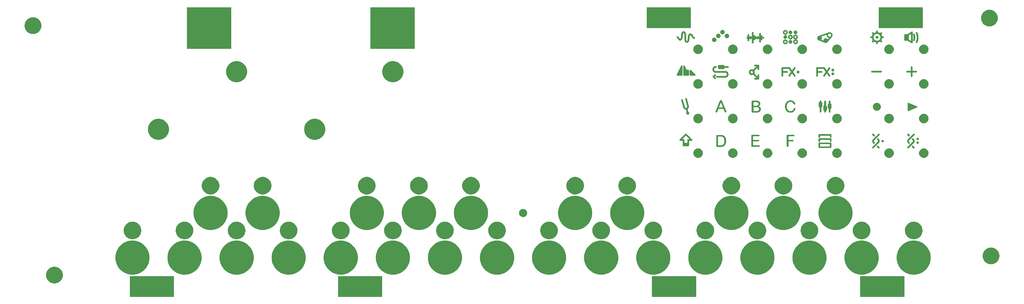
<source format=gbr>
%TF.GenerationSoftware,KiCad,Pcbnew,5.1.6*%
%TF.CreationDate,2020-11-05T19:36:39+01:00*%
%TF.ProjectId,OTTO_FrontPanel_SMD,4f54544f-5f46-4726-9f6e-7450616e656c,rev?*%
%TF.SameCoordinates,Original*%
%TF.FileFunction,Soldermask,Bot*%
%TF.FilePolarity,Negative*%
%FSLAX46Y46*%
G04 Gerber Fmt 4.6, Leading zero omitted, Abs format (unit mm)*
G04 Created by KiCad (PCBNEW 5.1.6) date 2020-11-05 19:36:39*
%MOMM*%
%LPD*%
G01*
G04 APERTURE LIST*
%ADD10C,0.010000*%
%ADD11C,0.100000*%
%ADD12C,0.150000*%
G04 APERTURE END LIST*
D10*
G36*
X217446871Y-53093300D02*
G01*
X217469734Y-53094809D01*
X217487633Y-53098114D01*
X217504435Y-53103862D01*
X217518950Y-53110311D01*
X217542009Y-53122218D01*
X217563129Y-53134967D01*
X217574451Y-53143183D01*
X217580702Y-53149058D01*
X217595608Y-53163406D01*
X217618743Y-53185813D01*
X217649685Y-53215866D01*
X217688009Y-53253151D01*
X217733291Y-53297254D01*
X217785108Y-53347763D01*
X217843036Y-53404263D01*
X217906651Y-53466340D01*
X217975529Y-53533582D01*
X218049246Y-53605575D01*
X218127379Y-53681905D01*
X218209504Y-53762158D01*
X218295197Y-53845921D01*
X218384034Y-53932780D01*
X218475591Y-54022322D01*
X218569445Y-54114133D01*
X218573534Y-54118133D01*
X218676198Y-54218630D01*
X218775120Y-54315568D01*
X218869951Y-54408602D01*
X218960343Y-54497388D01*
X219045947Y-54581581D01*
X219126415Y-54660836D01*
X219201399Y-54734809D01*
X219270551Y-54803155D01*
X219333522Y-54865528D01*
X219389965Y-54921585D01*
X219439530Y-54970981D01*
X219481870Y-55013371D01*
X219516636Y-55048409D01*
X219543479Y-55075752D01*
X219562053Y-55095055D01*
X219572008Y-55105973D01*
X219573469Y-55107867D01*
X219597681Y-55157198D01*
X219610327Y-55209480D01*
X219611585Y-55262824D01*
X219601633Y-55315341D01*
X219580649Y-55365143D01*
X219548812Y-55410339D01*
X219544475Y-55415143D01*
X219500517Y-55454032D01*
X219451413Y-55481326D01*
X219400178Y-55496456D01*
X219384591Y-55498066D01*
X219356465Y-55499467D01*
X219315965Y-55500658D01*
X219263253Y-55501635D01*
X219198492Y-55502398D01*
X219121847Y-55502943D01*
X219033479Y-55503267D01*
X218938486Y-55503369D01*
X218514186Y-55503369D01*
X218512508Y-56356069D01*
X218510830Y-57208770D01*
X218490446Y-57251804D01*
X218460702Y-57300354D01*
X218422013Y-57340290D01*
X218375478Y-57370775D01*
X218322193Y-57390972D01*
X218301649Y-57395550D01*
X218290490Y-57396433D01*
X218267573Y-57397251D01*
X218233819Y-57398004D01*
X218190152Y-57398690D01*
X218137492Y-57399311D01*
X218076761Y-57399866D01*
X218008880Y-57400356D01*
X217934773Y-57400779D01*
X217855360Y-57401136D01*
X217771563Y-57401427D01*
X217684305Y-57401652D01*
X217594506Y-57401811D01*
X217503088Y-57401903D01*
X217410974Y-57401928D01*
X217319085Y-57401888D01*
X217228343Y-57401780D01*
X217139669Y-57401606D01*
X217053986Y-57401365D01*
X216972214Y-57401057D01*
X216895277Y-57400683D01*
X216824096Y-57400241D01*
X216759591Y-57399732D01*
X216702686Y-57399156D01*
X216654302Y-57398513D01*
X216615361Y-57397802D01*
X216586784Y-57397025D01*
X216569494Y-57396179D01*
X216565188Y-57395697D01*
X216513442Y-57379268D01*
X216466321Y-57352147D01*
X216425511Y-57315999D01*
X216392693Y-57272489D01*
X216369550Y-57223284D01*
X216361508Y-57194166D01*
X216360366Y-57183854D01*
X216359334Y-57164163D01*
X216358408Y-57134803D01*
X216357586Y-57095480D01*
X216356865Y-57045905D01*
X216356244Y-56985784D01*
X216355720Y-56914827D01*
X216355291Y-56832742D01*
X216354954Y-56739238D01*
X216354707Y-56634022D01*
X216354547Y-56516803D01*
X216354472Y-56387289D01*
X216354466Y-56331938D01*
X216354466Y-55503369D01*
X215933673Y-55503332D01*
X215854872Y-55503231D01*
X215780682Y-55502951D01*
X215712112Y-55502505D01*
X215650171Y-55501908D01*
X215595869Y-55501174D01*
X215550214Y-55500314D01*
X215514216Y-55499345D01*
X215488885Y-55498279D01*
X215475229Y-55497129D01*
X215475096Y-55497108D01*
X215422240Y-55482455D01*
X215374882Y-55457595D01*
X215334133Y-55424042D01*
X215301102Y-55383308D01*
X215276900Y-55336906D01*
X215262638Y-55286350D01*
X215259427Y-55233153D01*
X215262163Y-55206956D01*
X215263508Y-55197477D01*
X215264559Y-55188917D01*
X215265666Y-55180903D01*
X215267175Y-55173061D01*
X215269434Y-55165019D01*
X215272792Y-55156403D01*
X215277596Y-55146839D01*
X215284195Y-55135956D01*
X215292935Y-55123380D01*
X215304166Y-55108737D01*
X215318234Y-55091655D01*
X215335488Y-55071761D01*
X215356276Y-55048680D01*
X215380945Y-55022041D01*
X215409844Y-54991470D01*
X215415368Y-54985714D01*
X216138471Y-54985714D01*
X216681573Y-54992066D01*
X216718111Y-55009189D01*
X216760913Y-55035285D01*
X216800170Y-55070565D01*
X216832310Y-55111512D01*
X216845336Y-55134509D01*
X216865769Y-55176262D01*
X216869215Y-56284614D01*
X217999124Y-56284614D01*
X218000913Y-55736790D01*
X218002703Y-55188965D01*
X218016949Y-55154031D01*
X218042191Y-55106835D01*
X218076465Y-55064511D01*
X218117320Y-55029502D01*
X218162302Y-55004250D01*
X218170731Y-55000899D01*
X218180428Y-54998609D01*
X218196949Y-54996612D01*
X218221182Y-54994871D01*
X218254015Y-54993350D01*
X218296335Y-54992014D01*
X218349030Y-54990825D01*
X218412988Y-54989748D01*
X218458924Y-54989117D01*
X218724597Y-54985714D01*
X218071477Y-54346331D01*
X217418357Y-53706947D01*
X216778414Y-54346331D01*
X216138471Y-54985714D01*
X215415368Y-54985714D01*
X215443321Y-54956593D01*
X215481722Y-54917038D01*
X215525397Y-54872432D01*
X215574693Y-54822401D01*
X215629958Y-54766573D01*
X215691540Y-54704573D01*
X215759786Y-54636030D01*
X215835046Y-54560569D01*
X215917665Y-54477819D01*
X216007994Y-54387405D01*
X216106378Y-54288954D01*
X216213168Y-54182093D01*
X216280983Y-54114222D01*
X216391525Y-54003586D01*
X216493459Y-53901583D01*
X216587154Y-53807853D01*
X216672975Y-53722037D01*
X216751290Y-53643777D01*
X216822465Y-53572715D01*
X216886867Y-53508491D01*
X216944864Y-53450746D01*
X216996822Y-53399122D01*
X217043109Y-53353260D01*
X217084090Y-53312801D01*
X217120133Y-53277387D01*
X217151605Y-53246659D01*
X217178873Y-53220257D01*
X217202304Y-53197824D01*
X217222264Y-53179000D01*
X217239120Y-53163426D01*
X217253240Y-53150745D01*
X217264990Y-53140596D01*
X217274737Y-53132622D01*
X217282849Y-53126463D01*
X217289691Y-53121761D01*
X217295631Y-53118157D01*
X217301036Y-53115292D01*
X217304028Y-53113847D01*
X217325234Y-53104313D01*
X217342608Y-53098218D01*
X217360200Y-53094799D01*
X217382060Y-53093294D01*
X217412240Y-53092942D01*
X217415181Y-53092941D01*
X217446871Y-53093300D01*
G37*
X217446871Y-53093300D02*
X217469734Y-53094809D01*
X217487633Y-53098114D01*
X217504435Y-53103862D01*
X217518950Y-53110311D01*
X217542009Y-53122218D01*
X217563129Y-53134967D01*
X217574451Y-53143183D01*
X217580702Y-53149058D01*
X217595608Y-53163406D01*
X217618743Y-53185813D01*
X217649685Y-53215866D01*
X217688009Y-53253151D01*
X217733291Y-53297254D01*
X217785108Y-53347763D01*
X217843036Y-53404263D01*
X217906651Y-53466340D01*
X217975529Y-53533582D01*
X218049246Y-53605575D01*
X218127379Y-53681905D01*
X218209504Y-53762158D01*
X218295197Y-53845921D01*
X218384034Y-53932780D01*
X218475591Y-54022322D01*
X218569445Y-54114133D01*
X218573534Y-54118133D01*
X218676198Y-54218630D01*
X218775120Y-54315568D01*
X218869951Y-54408602D01*
X218960343Y-54497388D01*
X219045947Y-54581581D01*
X219126415Y-54660836D01*
X219201399Y-54734809D01*
X219270551Y-54803155D01*
X219333522Y-54865528D01*
X219389965Y-54921585D01*
X219439530Y-54970981D01*
X219481870Y-55013371D01*
X219516636Y-55048409D01*
X219543479Y-55075752D01*
X219562053Y-55095055D01*
X219572008Y-55105973D01*
X219573469Y-55107867D01*
X219597681Y-55157198D01*
X219610327Y-55209480D01*
X219611585Y-55262824D01*
X219601633Y-55315341D01*
X219580649Y-55365143D01*
X219548812Y-55410339D01*
X219544475Y-55415143D01*
X219500517Y-55454032D01*
X219451413Y-55481326D01*
X219400178Y-55496456D01*
X219384591Y-55498066D01*
X219356465Y-55499467D01*
X219315965Y-55500658D01*
X219263253Y-55501635D01*
X219198492Y-55502398D01*
X219121847Y-55502943D01*
X219033479Y-55503267D01*
X218938486Y-55503369D01*
X218514186Y-55503369D01*
X218512508Y-56356069D01*
X218510830Y-57208770D01*
X218490446Y-57251804D01*
X218460702Y-57300354D01*
X218422013Y-57340290D01*
X218375478Y-57370775D01*
X218322193Y-57390972D01*
X218301649Y-57395550D01*
X218290490Y-57396433D01*
X218267573Y-57397251D01*
X218233819Y-57398004D01*
X218190152Y-57398690D01*
X218137492Y-57399311D01*
X218076761Y-57399866D01*
X218008880Y-57400356D01*
X217934773Y-57400779D01*
X217855360Y-57401136D01*
X217771563Y-57401427D01*
X217684305Y-57401652D01*
X217594506Y-57401811D01*
X217503088Y-57401903D01*
X217410974Y-57401928D01*
X217319085Y-57401888D01*
X217228343Y-57401780D01*
X217139669Y-57401606D01*
X217053986Y-57401365D01*
X216972214Y-57401057D01*
X216895277Y-57400683D01*
X216824096Y-57400241D01*
X216759591Y-57399732D01*
X216702686Y-57399156D01*
X216654302Y-57398513D01*
X216615361Y-57397802D01*
X216586784Y-57397025D01*
X216569494Y-57396179D01*
X216565188Y-57395697D01*
X216513442Y-57379268D01*
X216466321Y-57352147D01*
X216425511Y-57315999D01*
X216392693Y-57272489D01*
X216369550Y-57223284D01*
X216361508Y-57194166D01*
X216360366Y-57183854D01*
X216359334Y-57164163D01*
X216358408Y-57134803D01*
X216357586Y-57095480D01*
X216356865Y-57045905D01*
X216356244Y-56985784D01*
X216355720Y-56914827D01*
X216355291Y-56832742D01*
X216354954Y-56739238D01*
X216354707Y-56634022D01*
X216354547Y-56516803D01*
X216354472Y-56387289D01*
X216354466Y-56331938D01*
X216354466Y-55503369D01*
X215933673Y-55503332D01*
X215854872Y-55503231D01*
X215780682Y-55502951D01*
X215712112Y-55502505D01*
X215650171Y-55501908D01*
X215595869Y-55501174D01*
X215550214Y-55500314D01*
X215514216Y-55499345D01*
X215488885Y-55498279D01*
X215475229Y-55497129D01*
X215475096Y-55497108D01*
X215422240Y-55482455D01*
X215374882Y-55457595D01*
X215334133Y-55424042D01*
X215301102Y-55383308D01*
X215276900Y-55336906D01*
X215262638Y-55286350D01*
X215259427Y-55233153D01*
X215262163Y-55206956D01*
X215263508Y-55197477D01*
X215264559Y-55188917D01*
X215265666Y-55180903D01*
X215267175Y-55173061D01*
X215269434Y-55165019D01*
X215272792Y-55156403D01*
X215277596Y-55146839D01*
X215284195Y-55135956D01*
X215292935Y-55123380D01*
X215304166Y-55108737D01*
X215318234Y-55091655D01*
X215335488Y-55071761D01*
X215356276Y-55048680D01*
X215380945Y-55022041D01*
X215409844Y-54991470D01*
X215415368Y-54985714D01*
X216138471Y-54985714D01*
X216681573Y-54992066D01*
X216718111Y-55009189D01*
X216760913Y-55035285D01*
X216800170Y-55070565D01*
X216832310Y-55111512D01*
X216845336Y-55134509D01*
X216865769Y-55176262D01*
X216869215Y-56284614D01*
X217999124Y-56284614D01*
X218000913Y-55736790D01*
X218002703Y-55188965D01*
X218016949Y-55154031D01*
X218042191Y-55106835D01*
X218076465Y-55064511D01*
X218117320Y-55029502D01*
X218162302Y-55004250D01*
X218170731Y-55000899D01*
X218180428Y-54998609D01*
X218196949Y-54996612D01*
X218221182Y-54994871D01*
X218254015Y-54993350D01*
X218296335Y-54992014D01*
X218349030Y-54990825D01*
X218412988Y-54989748D01*
X218458924Y-54989117D01*
X218724597Y-54985714D01*
X218071477Y-54346331D01*
X217418357Y-53706947D01*
X216778414Y-54346331D01*
X216138471Y-54985714D01*
X215415368Y-54985714D01*
X215443321Y-54956593D01*
X215481722Y-54917038D01*
X215525397Y-54872432D01*
X215574693Y-54822401D01*
X215629958Y-54766573D01*
X215691540Y-54704573D01*
X215759786Y-54636030D01*
X215835046Y-54560569D01*
X215917665Y-54477819D01*
X216007994Y-54387405D01*
X216106378Y-54288954D01*
X216213168Y-54182093D01*
X216280983Y-54114222D01*
X216391525Y-54003586D01*
X216493459Y-53901583D01*
X216587154Y-53807853D01*
X216672975Y-53722037D01*
X216751290Y-53643777D01*
X216822465Y-53572715D01*
X216886867Y-53508491D01*
X216944864Y-53450746D01*
X216996822Y-53399122D01*
X217043109Y-53353260D01*
X217084090Y-53312801D01*
X217120133Y-53277387D01*
X217151605Y-53246659D01*
X217178873Y-53220257D01*
X217202304Y-53197824D01*
X217222264Y-53179000D01*
X217239120Y-53163426D01*
X217253240Y-53150745D01*
X217264990Y-53140596D01*
X217274737Y-53132622D01*
X217282849Y-53126463D01*
X217289691Y-53121761D01*
X217295631Y-53118157D01*
X217301036Y-53115292D01*
X217304028Y-53113847D01*
X217325234Y-53104313D01*
X217342608Y-53098218D01*
X217360200Y-53094799D01*
X217382060Y-53093294D01*
X217412240Y-53092942D01*
X217415181Y-53092941D01*
X217446871Y-53093300D01*
G36*
X297585356Y-55799399D02*
G01*
X297619037Y-55805008D01*
X297682690Y-55824729D01*
X297740796Y-55855036D01*
X297792318Y-55894650D01*
X297836216Y-55942288D01*
X297871452Y-55996670D01*
X297896987Y-56056515D01*
X297911782Y-56120542D01*
X297915206Y-56170285D01*
X297909126Y-56236205D01*
X297891594Y-56299058D01*
X297863671Y-56357531D01*
X297826421Y-56410310D01*
X297780904Y-56456083D01*
X297728183Y-56493535D01*
X297669321Y-56521354D01*
X297619857Y-56535515D01*
X297558467Y-56543605D01*
X297498741Y-56541104D01*
X297464243Y-56535120D01*
X297401284Y-56515251D01*
X297343006Y-56483716D01*
X297289077Y-56440331D01*
X297279834Y-56431277D01*
X297235232Y-56379401D01*
X297202694Y-56325246D01*
X297181605Y-56267353D01*
X297171353Y-56204264D01*
X297170099Y-56170285D01*
X297175159Y-56104047D01*
X297190748Y-56043736D01*
X297217480Y-55987893D01*
X297255969Y-55935059D01*
X297279834Y-55909294D01*
X297333157Y-55863911D01*
X297391284Y-55829949D01*
X297453303Y-55807689D01*
X297518298Y-55797412D01*
X297585356Y-55799399D01*
G37*
X297585356Y-55799399D02*
X297619037Y-55805008D01*
X297682690Y-55824729D01*
X297740796Y-55855036D01*
X297792318Y-55894650D01*
X297836216Y-55942288D01*
X297871452Y-55996670D01*
X297896987Y-56056515D01*
X297911782Y-56120542D01*
X297915206Y-56170285D01*
X297909126Y-56236205D01*
X297891594Y-56299058D01*
X297863671Y-56357531D01*
X297826421Y-56410310D01*
X297780904Y-56456083D01*
X297728183Y-56493535D01*
X297669321Y-56521354D01*
X297619857Y-56535515D01*
X297558467Y-56543605D01*
X297498741Y-56541104D01*
X297464243Y-56535120D01*
X297401284Y-56515251D01*
X297343006Y-56483716D01*
X297289077Y-56440331D01*
X297279834Y-56431277D01*
X297235232Y-56379401D01*
X297202694Y-56325246D01*
X297181605Y-56267353D01*
X297171353Y-56204264D01*
X297170099Y-56170285D01*
X297175159Y-56104047D01*
X297190748Y-56043736D01*
X297217480Y-55987893D01*
X297255969Y-55935059D01*
X297279834Y-55909294D01*
X297333157Y-55863911D01*
X297391284Y-55829949D01*
X297453303Y-55807689D01*
X297518298Y-55797412D01*
X297585356Y-55799399D01*
G36*
X296262876Y-53126412D02*
G01*
X296289928Y-53129963D01*
X296314143Y-53136710D01*
X296322559Y-53139851D01*
X296373040Y-53166307D01*
X296416037Y-53202548D01*
X296450341Y-53247314D01*
X296474234Y-53297887D01*
X296480978Y-53320697D01*
X296484437Y-53343574D01*
X296485146Y-53371370D01*
X296484515Y-53391466D01*
X296484311Y-53402380D01*
X296484487Y-53412080D01*
X296484697Y-53420948D01*
X296484593Y-53429364D01*
X296483828Y-53437711D01*
X296482056Y-53446368D01*
X296478930Y-53455717D01*
X296474102Y-53466140D01*
X296467227Y-53478017D01*
X296457956Y-53491730D01*
X296445943Y-53507659D01*
X296430842Y-53526186D01*
X296412304Y-53547691D01*
X296389984Y-53572557D01*
X296363535Y-53601164D01*
X296332608Y-53633893D01*
X296296859Y-53671126D01*
X296255939Y-53713243D01*
X296209502Y-53760625D01*
X296157200Y-53813655D01*
X296098688Y-53872712D01*
X296033617Y-53938179D01*
X295961642Y-54010436D01*
X295882415Y-54089864D01*
X295795589Y-54176844D01*
X295700818Y-54271759D01*
X295597753Y-54374987D01*
X295501692Y-54471236D01*
X295392500Y-54580674D01*
X295291928Y-54681499D01*
X295199612Y-54774083D01*
X295115190Y-54858798D01*
X295038300Y-54936013D01*
X294968579Y-55006101D01*
X294905666Y-55069433D01*
X294849198Y-55126379D01*
X294798812Y-55177312D01*
X294754146Y-55222602D01*
X294714837Y-55262621D01*
X294680524Y-55297739D01*
X294650844Y-55328329D01*
X294625434Y-55354761D01*
X294603933Y-55377406D01*
X294585977Y-55396636D01*
X294571205Y-55412821D01*
X294559254Y-55426334D01*
X294549762Y-55437546D01*
X294542365Y-55446826D01*
X294536703Y-55454548D01*
X294532413Y-55461082D01*
X294529132Y-55466799D01*
X294528277Y-55468435D01*
X294515126Y-55496428D01*
X294502824Y-55526436D01*
X294494341Y-55551006D01*
X294487014Y-55587580D01*
X294483433Y-55631559D01*
X294483599Y-55678211D01*
X294487513Y-55722800D01*
X294494288Y-55757432D01*
X294502107Y-55783824D01*
X294510999Y-55807549D01*
X294522061Y-55830148D01*
X294536394Y-55853161D01*
X294555096Y-55878126D01*
X294579267Y-55906585D01*
X294610006Y-55940076D01*
X294648412Y-55980140D01*
X294666601Y-55998793D01*
X294708164Y-56041664D01*
X294741550Y-56077243D01*
X294767776Y-56107004D01*
X294787857Y-56132423D01*
X294802811Y-56154974D01*
X294813652Y-56176131D01*
X294821399Y-56197371D01*
X294827065Y-56220166D01*
X294830019Y-56235952D01*
X294832939Y-56289573D01*
X294823980Y-56342845D01*
X294803838Y-56393617D01*
X294773208Y-56439738D01*
X294759014Y-56455545D01*
X294716660Y-56490207D01*
X294667898Y-56514860D01*
X294614868Y-56528895D01*
X294559711Y-56531701D01*
X294514679Y-56525261D01*
X294493300Y-56519166D01*
X294472622Y-56510609D01*
X294451299Y-56498565D01*
X294427986Y-56482006D01*
X294401338Y-56459906D01*
X294370011Y-56431240D01*
X294332659Y-56394980D01*
X294296494Y-56358763D01*
X294246548Y-56307579D01*
X294204861Y-56263123D01*
X294170133Y-56223756D01*
X294141061Y-56187842D01*
X294116344Y-56153744D01*
X294094681Y-56119823D01*
X294074771Y-56084444D01*
X294067786Y-56071044D01*
X294028328Y-55984915D01*
X293999428Y-55900206D01*
X293980361Y-55813851D01*
X293970396Y-55722782D01*
X293968449Y-55652631D01*
X293973924Y-55546599D01*
X293990232Y-55446459D01*
X294017780Y-55350844D01*
X294056979Y-55258385D01*
X294108237Y-55167714D01*
X294117801Y-55152954D01*
X294122988Y-55145441D01*
X294129433Y-55136853D01*
X294137496Y-55126819D01*
X294147542Y-55114968D01*
X294159932Y-55100930D01*
X294175030Y-55084334D01*
X294193199Y-55064809D01*
X294214801Y-55041984D01*
X294240200Y-55015490D01*
X294269757Y-54984956D01*
X294303836Y-54950010D01*
X294342800Y-54910283D01*
X294387012Y-54865404D01*
X294436834Y-54815001D01*
X294492629Y-54758706D01*
X294554761Y-54696146D01*
X294623591Y-54626951D01*
X294699483Y-54550752D01*
X294782800Y-54467176D01*
X294873904Y-54375854D01*
X294973158Y-54276415D01*
X295080926Y-54168488D01*
X295116651Y-54132717D01*
X295226085Y-54023151D01*
X295326920Y-53922214D01*
X295419525Y-53829544D01*
X295504273Y-53744775D01*
X295581535Y-53667546D01*
X295651683Y-53597493D01*
X295715089Y-53534252D01*
X295772125Y-53477460D01*
X295823161Y-53426754D01*
X295868569Y-53381769D01*
X295908722Y-53342144D01*
X295943991Y-53307514D01*
X295974748Y-53277516D01*
X296001363Y-53251786D01*
X296024210Y-53229962D01*
X296043659Y-53211680D01*
X296060082Y-53196576D01*
X296073851Y-53184287D01*
X296085337Y-53174449D01*
X296094913Y-53166700D01*
X296102949Y-53160676D01*
X296109818Y-53156014D01*
X296115891Y-53152349D01*
X296121539Y-53149319D01*
X296123309Y-53148428D01*
X296146951Y-53137147D01*
X296165449Y-53130254D01*
X296183587Y-53126694D01*
X296206150Y-53125411D01*
X296228110Y-53125306D01*
X296262876Y-53126412D01*
G37*
X296262876Y-53126412D02*
X296289928Y-53129963D01*
X296314143Y-53136710D01*
X296322559Y-53139851D01*
X296373040Y-53166307D01*
X296416037Y-53202548D01*
X296450341Y-53247314D01*
X296474234Y-53297887D01*
X296480978Y-53320697D01*
X296484437Y-53343574D01*
X296485146Y-53371370D01*
X296484515Y-53391466D01*
X296484311Y-53402380D01*
X296484487Y-53412080D01*
X296484697Y-53420948D01*
X296484593Y-53429364D01*
X296483828Y-53437711D01*
X296482056Y-53446368D01*
X296478930Y-53455717D01*
X296474102Y-53466140D01*
X296467227Y-53478017D01*
X296457956Y-53491730D01*
X296445943Y-53507659D01*
X296430842Y-53526186D01*
X296412304Y-53547691D01*
X296389984Y-53572557D01*
X296363535Y-53601164D01*
X296332608Y-53633893D01*
X296296859Y-53671126D01*
X296255939Y-53713243D01*
X296209502Y-53760625D01*
X296157200Y-53813655D01*
X296098688Y-53872712D01*
X296033617Y-53938179D01*
X295961642Y-54010436D01*
X295882415Y-54089864D01*
X295795589Y-54176844D01*
X295700818Y-54271759D01*
X295597753Y-54374987D01*
X295501692Y-54471236D01*
X295392500Y-54580674D01*
X295291928Y-54681499D01*
X295199612Y-54774083D01*
X295115190Y-54858798D01*
X295038300Y-54936013D01*
X294968579Y-55006101D01*
X294905666Y-55069433D01*
X294849198Y-55126379D01*
X294798812Y-55177312D01*
X294754146Y-55222602D01*
X294714837Y-55262621D01*
X294680524Y-55297739D01*
X294650844Y-55328329D01*
X294625434Y-55354761D01*
X294603933Y-55377406D01*
X294585977Y-55396636D01*
X294571205Y-55412821D01*
X294559254Y-55426334D01*
X294549762Y-55437546D01*
X294542365Y-55446826D01*
X294536703Y-55454548D01*
X294532413Y-55461082D01*
X294529132Y-55466799D01*
X294528277Y-55468435D01*
X294515126Y-55496428D01*
X294502824Y-55526436D01*
X294494341Y-55551006D01*
X294487014Y-55587580D01*
X294483433Y-55631559D01*
X294483599Y-55678211D01*
X294487513Y-55722800D01*
X294494288Y-55757432D01*
X294502107Y-55783824D01*
X294510999Y-55807549D01*
X294522061Y-55830148D01*
X294536394Y-55853161D01*
X294555096Y-55878126D01*
X294579267Y-55906585D01*
X294610006Y-55940076D01*
X294648412Y-55980140D01*
X294666601Y-55998793D01*
X294708164Y-56041664D01*
X294741550Y-56077243D01*
X294767776Y-56107004D01*
X294787857Y-56132423D01*
X294802811Y-56154974D01*
X294813652Y-56176131D01*
X294821399Y-56197371D01*
X294827065Y-56220166D01*
X294830019Y-56235952D01*
X294832939Y-56289573D01*
X294823980Y-56342845D01*
X294803838Y-56393617D01*
X294773208Y-56439738D01*
X294759014Y-56455545D01*
X294716660Y-56490207D01*
X294667898Y-56514860D01*
X294614868Y-56528895D01*
X294559711Y-56531701D01*
X294514679Y-56525261D01*
X294493300Y-56519166D01*
X294472622Y-56510609D01*
X294451299Y-56498565D01*
X294427986Y-56482006D01*
X294401338Y-56459906D01*
X294370011Y-56431240D01*
X294332659Y-56394980D01*
X294296494Y-56358763D01*
X294246548Y-56307579D01*
X294204861Y-56263123D01*
X294170133Y-56223756D01*
X294141061Y-56187842D01*
X294116344Y-56153744D01*
X294094681Y-56119823D01*
X294074771Y-56084444D01*
X294067786Y-56071044D01*
X294028328Y-55984915D01*
X293999428Y-55900206D01*
X293980361Y-55813851D01*
X293970396Y-55722782D01*
X293968449Y-55652631D01*
X293973924Y-55546599D01*
X293990232Y-55446459D01*
X294017780Y-55350844D01*
X294056979Y-55258385D01*
X294108237Y-55167714D01*
X294117801Y-55152954D01*
X294122988Y-55145441D01*
X294129433Y-55136853D01*
X294137496Y-55126819D01*
X294147542Y-55114968D01*
X294159932Y-55100930D01*
X294175030Y-55084334D01*
X294193199Y-55064809D01*
X294214801Y-55041984D01*
X294240200Y-55015490D01*
X294269757Y-54984956D01*
X294303836Y-54950010D01*
X294342800Y-54910283D01*
X294387012Y-54865404D01*
X294436834Y-54815001D01*
X294492629Y-54758706D01*
X294554761Y-54696146D01*
X294623591Y-54626951D01*
X294699483Y-54550752D01*
X294782800Y-54467176D01*
X294873904Y-54375854D01*
X294973158Y-54276415D01*
X295080926Y-54168488D01*
X295116651Y-54132717D01*
X295226085Y-54023151D01*
X295326920Y-53922214D01*
X295419525Y-53829544D01*
X295504273Y-53744775D01*
X295581535Y-53667546D01*
X295651683Y-53597493D01*
X295715089Y-53534252D01*
X295772125Y-53477460D01*
X295823161Y-53426754D01*
X295868569Y-53381769D01*
X295908722Y-53342144D01*
X295943991Y-53307514D01*
X295974748Y-53277516D01*
X296001363Y-53251786D01*
X296024210Y-53229962D01*
X296043659Y-53211680D01*
X296060082Y-53196576D01*
X296073851Y-53184287D01*
X296085337Y-53174449D01*
X296094913Y-53166700D01*
X296102949Y-53160676D01*
X296109818Y-53156014D01*
X296115891Y-53152349D01*
X296121539Y-53149319D01*
X296123309Y-53148428D01*
X296146951Y-53137147D01*
X296165449Y-53130254D01*
X296183587Y-53126694D01*
X296206150Y-53125411D01*
X296228110Y-53125306D01*
X296262876Y-53126412D01*
G36*
X265610167Y-41647894D02*
G01*
X265658792Y-41666632D01*
X265703509Y-41694740D01*
X265742335Y-41731160D01*
X265773289Y-41774837D01*
X265779737Y-41787115D01*
X265798402Y-41825224D01*
X265801578Y-42596942D01*
X265804753Y-43368660D01*
X265847566Y-43372893D01*
X265901740Y-43382140D01*
X265949753Y-43399358D01*
X265990136Y-43422019D01*
X266040535Y-43462052D01*
X266082013Y-43510201D01*
X266113493Y-43564912D01*
X266133898Y-43624634D01*
X266135428Y-43631476D01*
X266137000Y-43640890D01*
X266138386Y-43653882D01*
X266139596Y-43671208D01*
X266140641Y-43693622D01*
X266141532Y-43721880D01*
X266142279Y-43756737D01*
X266142894Y-43798949D01*
X266143387Y-43849270D01*
X266143769Y-43908456D01*
X266144051Y-43977262D01*
X266144243Y-44056443D01*
X266144358Y-44146756D01*
X266144404Y-44248954D01*
X266144405Y-44257882D01*
X266144342Y-44366780D01*
X266144133Y-44466472D01*
X266143781Y-44556560D01*
X266143290Y-44636647D01*
X266142665Y-44706336D01*
X266141909Y-44765228D01*
X266141027Y-44812926D01*
X266140023Y-44849034D01*
X266138901Y-44873152D01*
X266137927Y-44883514D01*
X266122888Y-44940501D01*
X266097310Y-44993570D01*
X266062697Y-45041403D01*
X266020552Y-45082680D01*
X265972377Y-45116083D01*
X265919676Y-45140293D01*
X265863951Y-45153990D01*
X265826671Y-45156632D01*
X265801578Y-45156632D01*
X265801427Y-45320185D01*
X265801336Y-45370229D01*
X265801075Y-45409362D01*
X265800508Y-45439375D01*
X265799495Y-45462059D01*
X265797900Y-45479208D01*
X265795586Y-45492613D01*
X265792414Y-45504065D01*
X265788248Y-45515356D01*
X265786038Y-45520801D01*
X265763322Y-45566834D01*
X265736122Y-45603606D01*
X265702315Y-45634172D01*
X265656440Y-45661461D01*
X265605088Y-45679331D01*
X265551618Y-45686955D01*
X265500833Y-45683764D01*
X265455453Y-45670116D01*
X265411099Y-45646516D01*
X265370742Y-45615233D01*
X265337352Y-45578537D01*
X265315431Y-45542142D01*
X265306754Y-45521405D01*
X265299997Y-45500332D01*
X265294935Y-45476992D01*
X265291343Y-45449451D01*
X265288996Y-45415778D01*
X265287670Y-45374040D01*
X265287139Y-45322304D01*
X265287099Y-45298676D01*
X265287099Y-45156632D01*
X265265181Y-45156632D01*
X265209741Y-45150491D01*
X265155503Y-45132892D01*
X265104140Y-45105071D01*
X265057325Y-45068264D01*
X265016731Y-45023709D01*
X264984031Y-44972641D01*
X264967972Y-44936990D01*
X264953665Y-44899393D01*
X264951719Y-44286465D01*
X264951410Y-44171684D01*
X264951253Y-44069203D01*
X264951253Y-43978620D01*
X264951411Y-43899531D01*
X264951731Y-43831535D01*
X264952217Y-43774229D01*
X264952871Y-43727211D01*
X264953697Y-43690078D01*
X264954698Y-43662428D01*
X264955878Y-43643858D01*
X264956922Y-43635427D01*
X264973115Y-43580460D01*
X264999518Y-43529043D01*
X265034530Y-43482566D01*
X265076552Y-43442422D01*
X265123985Y-43410001D01*
X265175231Y-43386696D01*
X265228689Y-43373897D01*
X265259851Y-43371836D01*
X265287099Y-43371836D01*
X265287099Y-42629567D01*
X265287155Y-42507379D01*
X265287322Y-42394533D01*
X265287596Y-42291359D01*
X265287975Y-42198191D01*
X265288456Y-42115359D01*
X265289036Y-42043196D01*
X265289714Y-41982032D01*
X265290485Y-41932199D01*
X265291348Y-41894029D01*
X265292299Y-41867853D01*
X265293336Y-41854003D01*
X265293484Y-41853085D01*
X265309794Y-41798629D01*
X265336653Y-41750321D01*
X265372971Y-41709227D01*
X265417655Y-41676411D01*
X265469615Y-41652939D01*
X265509110Y-41642752D01*
X265559612Y-41639582D01*
X265610167Y-41647894D01*
G37*
X265610167Y-41647894D02*
X265658792Y-41666632D01*
X265703509Y-41694740D01*
X265742335Y-41731160D01*
X265773289Y-41774837D01*
X265779737Y-41787115D01*
X265798402Y-41825224D01*
X265801578Y-42596942D01*
X265804753Y-43368660D01*
X265847566Y-43372893D01*
X265901740Y-43382140D01*
X265949753Y-43399358D01*
X265990136Y-43422019D01*
X266040535Y-43462052D01*
X266082013Y-43510201D01*
X266113493Y-43564912D01*
X266133898Y-43624634D01*
X266135428Y-43631476D01*
X266137000Y-43640890D01*
X266138386Y-43653882D01*
X266139596Y-43671208D01*
X266140641Y-43693622D01*
X266141532Y-43721880D01*
X266142279Y-43756737D01*
X266142894Y-43798949D01*
X266143387Y-43849270D01*
X266143769Y-43908456D01*
X266144051Y-43977262D01*
X266144243Y-44056443D01*
X266144358Y-44146756D01*
X266144404Y-44248954D01*
X266144405Y-44257882D01*
X266144342Y-44366780D01*
X266144133Y-44466472D01*
X266143781Y-44556560D01*
X266143290Y-44636647D01*
X266142665Y-44706336D01*
X266141909Y-44765228D01*
X266141027Y-44812926D01*
X266140023Y-44849034D01*
X266138901Y-44873152D01*
X266137927Y-44883514D01*
X266122888Y-44940501D01*
X266097310Y-44993570D01*
X266062697Y-45041403D01*
X266020552Y-45082680D01*
X265972377Y-45116083D01*
X265919676Y-45140293D01*
X265863951Y-45153990D01*
X265826671Y-45156632D01*
X265801578Y-45156632D01*
X265801427Y-45320185D01*
X265801336Y-45370229D01*
X265801075Y-45409362D01*
X265800508Y-45439375D01*
X265799495Y-45462059D01*
X265797900Y-45479208D01*
X265795586Y-45492613D01*
X265792414Y-45504065D01*
X265788248Y-45515356D01*
X265786038Y-45520801D01*
X265763322Y-45566834D01*
X265736122Y-45603606D01*
X265702315Y-45634172D01*
X265656440Y-45661461D01*
X265605088Y-45679331D01*
X265551618Y-45686955D01*
X265500833Y-45683764D01*
X265455453Y-45670116D01*
X265411099Y-45646516D01*
X265370742Y-45615233D01*
X265337352Y-45578537D01*
X265315431Y-45542142D01*
X265306754Y-45521405D01*
X265299997Y-45500332D01*
X265294935Y-45476992D01*
X265291343Y-45449451D01*
X265288996Y-45415778D01*
X265287670Y-45374040D01*
X265287139Y-45322304D01*
X265287099Y-45298676D01*
X265287099Y-45156632D01*
X265265181Y-45156632D01*
X265209741Y-45150491D01*
X265155503Y-45132892D01*
X265104140Y-45105071D01*
X265057325Y-45068264D01*
X265016731Y-45023709D01*
X264984031Y-44972641D01*
X264967972Y-44936990D01*
X264953665Y-44899393D01*
X264951719Y-44286465D01*
X264951410Y-44171684D01*
X264951253Y-44069203D01*
X264951253Y-43978620D01*
X264951411Y-43899531D01*
X264951731Y-43831535D01*
X264952217Y-43774229D01*
X264952871Y-43727211D01*
X264953697Y-43690078D01*
X264954698Y-43662428D01*
X264955878Y-43643858D01*
X264956922Y-43635427D01*
X264973115Y-43580460D01*
X264999518Y-43529043D01*
X265034530Y-43482566D01*
X265076552Y-43442422D01*
X265123985Y-43410001D01*
X265175231Y-43386696D01*
X265228689Y-43373897D01*
X265259851Y-43371836D01*
X265287099Y-43371836D01*
X265287099Y-42629567D01*
X265287155Y-42507379D01*
X265287322Y-42394533D01*
X265287596Y-42291359D01*
X265287975Y-42198191D01*
X265288456Y-42115359D01*
X265289036Y-42043196D01*
X265289714Y-41982032D01*
X265290485Y-41932199D01*
X265291348Y-41894029D01*
X265292299Y-41867853D01*
X265293336Y-41854003D01*
X265293484Y-41853085D01*
X265309794Y-41798629D01*
X265336653Y-41750321D01*
X265372971Y-41709227D01*
X265417655Y-41676411D01*
X265469615Y-41652939D01*
X265509110Y-41642752D01*
X265559612Y-41639582D01*
X265610167Y-41647894D01*
G36*
X264007367Y-41644063D02*
G01*
X264057040Y-41659360D01*
X264102808Y-41684493D01*
X264142994Y-41718524D01*
X264175920Y-41760514D01*
X264199908Y-41809525D01*
X264201357Y-41813623D01*
X264205516Y-41827143D01*
X264208637Y-41841581D01*
X264210862Y-41858965D01*
X264212336Y-41881323D01*
X264213201Y-41910684D01*
X264213600Y-41949076D01*
X264213681Y-41988184D01*
X264213681Y-42126925D01*
X264237499Y-42127019D01*
X264270794Y-42130310D01*
X264309586Y-42139029D01*
X264348657Y-42151784D01*
X264377299Y-42164307D01*
X264429272Y-42197592D01*
X264474081Y-42240736D01*
X264510611Y-42292426D01*
X264537749Y-42351350D01*
X264538808Y-42354372D01*
X264553491Y-42396867D01*
X264553491Y-43648130D01*
X264538792Y-43689415D01*
X264511630Y-43748191D01*
X264475229Y-43799506D01*
X264430802Y-43842392D01*
X264379561Y-43875883D01*
X264322718Y-43899010D01*
X264261486Y-43910807D01*
X264261318Y-43910822D01*
X264216857Y-43914897D01*
X264213681Y-44705669D01*
X264210505Y-45496442D01*
X264193432Y-45532871D01*
X264171238Y-45573861D01*
X264146338Y-45606094D01*
X264115620Y-45633509D01*
X264111437Y-45636631D01*
X264065928Y-45662811D01*
X264014778Y-45679882D01*
X263961624Y-45686981D01*
X263912936Y-45683764D01*
X263862222Y-45668602D01*
X263815689Y-45642634D01*
X263774956Y-45607493D01*
X263741645Y-45564817D01*
X263717375Y-45516242D01*
X263705602Y-45474468D01*
X263704558Y-45462437D01*
X263703599Y-45438003D01*
X263702727Y-45401463D01*
X263701946Y-45353118D01*
X263701258Y-45293265D01*
X263700664Y-45222205D01*
X263700168Y-45140235D01*
X263699772Y-45047656D01*
X263699478Y-44944766D01*
X263699288Y-44831863D01*
X263699206Y-44709248D01*
X263699202Y-44676220D01*
X263699202Y-43911721D01*
X263669032Y-43911645D01*
X263616597Y-43905502D01*
X263564168Y-43888277D01*
X263513993Y-43861396D01*
X263468318Y-43826282D01*
X263429392Y-43784358D01*
X263402390Y-43742748D01*
X263395949Y-43730622D01*
X263390234Y-43719476D01*
X263385203Y-43708515D01*
X263380816Y-43696945D01*
X263377032Y-43683970D01*
X263373809Y-43668797D01*
X263371105Y-43650630D01*
X263368880Y-43628675D01*
X263367093Y-43602137D01*
X263365703Y-43570222D01*
X263364667Y-43532134D01*
X263363946Y-43487080D01*
X263363497Y-43434264D01*
X263363281Y-43372892D01*
X263363254Y-43302170D01*
X263363377Y-43221302D01*
X263363608Y-43129493D01*
X263363905Y-43025950D01*
X263363975Y-43001675D01*
X263365744Y-42384164D01*
X263383092Y-42340850D01*
X263399045Y-42304691D01*
X263416016Y-42275505D01*
X263437504Y-42247804D01*
X263454065Y-42229567D01*
X263500988Y-42188830D01*
X263555093Y-42157565D01*
X263613967Y-42136962D01*
X263656644Y-42129531D01*
X263699202Y-42125170D01*
X263699202Y-42006234D01*
X263699547Y-41965959D01*
X263700506Y-41927631D01*
X263701960Y-41894031D01*
X263703795Y-41867941D01*
X263705602Y-41853550D01*
X263722215Y-41797823D01*
X263749202Y-41749013D01*
X263785813Y-41707908D01*
X263831298Y-41675293D01*
X263884905Y-41651955D01*
X263903023Y-41646735D01*
X263955469Y-41639542D01*
X264007367Y-41644063D01*
G37*
X264007367Y-41644063D02*
X264057040Y-41659360D01*
X264102808Y-41684493D01*
X264142994Y-41718524D01*
X264175920Y-41760514D01*
X264199908Y-41809525D01*
X264201357Y-41813623D01*
X264205516Y-41827143D01*
X264208637Y-41841581D01*
X264210862Y-41858965D01*
X264212336Y-41881323D01*
X264213201Y-41910684D01*
X264213600Y-41949076D01*
X264213681Y-41988184D01*
X264213681Y-42126925D01*
X264237499Y-42127019D01*
X264270794Y-42130310D01*
X264309586Y-42139029D01*
X264348657Y-42151784D01*
X264377299Y-42164307D01*
X264429272Y-42197592D01*
X264474081Y-42240736D01*
X264510611Y-42292426D01*
X264537749Y-42351350D01*
X264538808Y-42354372D01*
X264553491Y-42396867D01*
X264553491Y-43648130D01*
X264538792Y-43689415D01*
X264511630Y-43748191D01*
X264475229Y-43799506D01*
X264430802Y-43842392D01*
X264379561Y-43875883D01*
X264322718Y-43899010D01*
X264261486Y-43910807D01*
X264261318Y-43910822D01*
X264216857Y-43914897D01*
X264213681Y-44705669D01*
X264210505Y-45496442D01*
X264193432Y-45532871D01*
X264171238Y-45573861D01*
X264146338Y-45606094D01*
X264115620Y-45633509D01*
X264111437Y-45636631D01*
X264065928Y-45662811D01*
X264014778Y-45679882D01*
X263961624Y-45686981D01*
X263912936Y-45683764D01*
X263862222Y-45668602D01*
X263815689Y-45642634D01*
X263774956Y-45607493D01*
X263741645Y-45564817D01*
X263717375Y-45516242D01*
X263705602Y-45474468D01*
X263704558Y-45462437D01*
X263703599Y-45438003D01*
X263702727Y-45401463D01*
X263701946Y-45353118D01*
X263701258Y-45293265D01*
X263700664Y-45222205D01*
X263700168Y-45140235D01*
X263699772Y-45047656D01*
X263699478Y-44944766D01*
X263699288Y-44831863D01*
X263699206Y-44709248D01*
X263699202Y-44676220D01*
X263699202Y-43911721D01*
X263669032Y-43911645D01*
X263616597Y-43905502D01*
X263564168Y-43888277D01*
X263513993Y-43861396D01*
X263468318Y-43826282D01*
X263429392Y-43784358D01*
X263402390Y-43742748D01*
X263395949Y-43730622D01*
X263390234Y-43719476D01*
X263385203Y-43708515D01*
X263380816Y-43696945D01*
X263377032Y-43683970D01*
X263373809Y-43668797D01*
X263371105Y-43650630D01*
X263368880Y-43628675D01*
X263367093Y-43602137D01*
X263365703Y-43570222D01*
X263364667Y-43532134D01*
X263363946Y-43487080D01*
X263363497Y-43434264D01*
X263363281Y-43372892D01*
X263363254Y-43302170D01*
X263363377Y-43221302D01*
X263363608Y-43129493D01*
X263363905Y-43025950D01*
X263363975Y-43001675D01*
X263365744Y-42384164D01*
X263383092Y-42340850D01*
X263399045Y-42304691D01*
X263416016Y-42275505D01*
X263437504Y-42247804D01*
X263454065Y-42229567D01*
X263500988Y-42188830D01*
X263555093Y-42157565D01*
X263613967Y-42136962D01*
X263656644Y-42129531D01*
X263699202Y-42125170D01*
X263699202Y-42006234D01*
X263699547Y-41965959D01*
X263700506Y-41927631D01*
X263701960Y-41894031D01*
X263703795Y-41867941D01*
X263705602Y-41853550D01*
X263722215Y-41797823D01*
X263749202Y-41749013D01*
X263785813Y-41707908D01*
X263831298Y-41675293D01*
X263884905Y-41651955D01*
X263903023Y-41646735D01*
X263955469Y-41639542D01*
X264007367Y-41644063D01*
G36*
X285485599Y-55270511D02*
G01*
X285546209Y-55282415D01*
X285604987Y-55304919D01*
X285660636Y-55338335D01*
X285702062Y-55373161D01*
X285746581Y-55423513D01*
X285779418Y-55477680D01*
X285801189Y-55537018D01*
X285812506Y-55602885D01*
X285813739Y-55619879D01*
X285814562Y-55667911D01*
X285810518Y-55709142D01*
X285800621Y-55748506D01*
X285783885Y-55790935D01*
X285776223Y-55807433D01*
X285742514Y-55863730D01*
X285699636Y-55912209D01*
X285648979Y-55952119D01*
X285591932Y-55982708D01*
X285529883Y-56003225D01*
X285464221Y-56012918D01*
X285399402Y-56011378D01*
X285336257Y-55998386D01*
X285276657Y-55974091D01*
X285221981Y-55939706D01*
X285173611Y-55896444D01*
X285132926Y-55845520D01*
X285101306Y-55788147D01*
X285081746Y-55732026D01*
X285075147Y-55693185D01*
X285072866Y-55647905D01*
X285074719Y-55600835D01*
X285080520Y-55556622D01*
X285090086Y-55519914D01*
X285090172Y-55519679D01*
X285118812Y-55457944D01*
X285155983Y-55404329D01*
X285200388Y-55359143D01*
X285250733Y-55322697D01*
X285305722Y-55295300D01*
X285364060Y-55277264D01*
X285424450Y-55268897D01*
X285485599Y-55270511D01*
G37*
X285485599Y-55270511D02*
X285546209Y-55282415D01*
X285604987Y-55304919D01*
X285660636Y-55338335D01*
X285702062Y-55373161D01*
X285746581Y-55423513D01*
X285779418Y-55477680D01*
X285801189Y-55537018D01*
X285812506Y-55602885D01*
X285813739Y-55619879D01*
X285814562Y-55667911D01*
X285810518Y-55709142D01*
X285800621Y-55748506D01*
X285783885Y-55790935D01*
X285776223Y-55807433D01*
X285742514Y-55863730D01*
X285699636Y-55912209D01*
X285648979Y-55952119D01*
X285591932Y-55982708D01*
X285529883Y-56003225D01*
X285464221Y-56012918D01*
X285399402Y-56011378D01*
X285336257Y-55998386D01*
X285276657Y-55974091D01*
X285221981Y-55939706D01*
X285173611Y-55896444D01*
X285132926Y-55845520D01*
X285101306Y-55788147D01*
X285081746Y-55732026D01*
X285075147Y-55693185D01*
X285072866Y-55647905D01*
X285074719Y-55600835D01*
X285080520Y-55556622D01*
X285090086Y-55519914D01*
X285090172Y-55519679D01*
X285118812Y-55457944D01*
X285155983Y-55404329D01*
X285200388Y-55359143D01*
X285250733Y-55322697D01*
X285305722Y-55295300D01*
X285364060Y-55277264D01*
X285424450Y-55268897D01*
X285485599Y-55270511D01*
G36*
X267593526Y-54707777D02*
G01*
X267638779Y-54736747D01*
X267677831Y-54775065D01*
X267707886Y-54819886D01*
X267712262Y-54828715D01*
X267729285Y-54865034D01*
X267731051Y-55280674D01*
X267731391Y-55363713D01*
X267731638Y-55435039D01*
X267731767Y-55495645D01*
X267731756Y-55546520D01*
X267731580Y-55588655D01*
X267731216Y-55623041D01*
X267730640Y-55650670D01*
X267729829Y-55672531D01*
X267728759Y-55689616D01*
X267727406Y-55702916D01*
X267725747Y-55713421D01*
X267723758Y-55722123D01*
X267721415Y-55730011D01*
X267720246Y-55733539D01*
X267697738Y-55782574D01*
X267667195Y-55823168D01*
X267630170Y-55855208D01*
X267588217Y-55878583D01*
X267542889Y-55893181D01*
X267495741Y-55898891D01*
X267448326Y-55895601D01*
X267402197Y-55883199D01*
X267358909Y-55861573D01*
X267320014Y-55830613D01*
X267287067Y-55790205D01*
X267272936Y-55765689D01*
X267265851Y-55750602D01*
X267259982Y-55734969D01*
X267255217Y-55717471D01*
X267251444Y-55696786D01*
X267248552Y-55671593D01*
X267246429Y-55640573D01*
X267244964Y-55602404D01*
X267244043Y-55555767D01*
X267243557Y-55499339D01*
X267243392Y-55431801D01*
X267243388Y-55416456D01*
X267243388Y-55173086D01*
X263795114Y-55173086D01*
X263793191Y-55441441D01*
X263792706Y-55506900D01*
X263792231Y-55560942D01*
X263791694Y-55604855D01*
X263791025Y-55639925D01*
X263790154Y-55667437D01*
X263789010Y-55688680D01*
X263787522Y-55704939D01*
X263785620Y-55717501D01*
X263783233Y-55727653D01*
X263780291Y-55736681D01*
X263776723Y-55745871D01*
X263776455Y-55746537D01*
X263751580Y-55791859D01*
X263716772Y-55831417D01*
X263674125Y-55863542D01*
X263625730Y-55886562D01*
X263588471Y-55896567D01*
X263567308Y-55900388D01*
X263552891Y-55902173D01*
X263540041Y-55901942D01*
X263523577Y-55899713D01*
X263506435Y-55896856D01*
X263457656Y-55882456D01*
X263412296Y-55857049D01*
X263372433Y-55822261D01*
X263340146Y-55779717D01*
X263328154Y-55757450D01*
X263308579Y-55716147D01*
X263308579Y-54865034D01*
X263325602Y-54828715D01*
X263353674Y-54782999D01*
X263391264Y-54743255D01*
X263435575Y-54712330D01*
X263444338Y-54707777D01*
X263486157Y-54687190D01*
X267551707Y-54687190D01*
X267593526Y-54707777D01*
G37*
X267593526Y-54707777D02*
X267638779Y-54736747D01*
X267677831Y-54775065D01*
X267707886Y-54819886D01*
X267712262Y-54828715D01*
X267729285Y-54865034D01*
X267731051Y-55280674D01*
X267731391Y-55363713D01*
X267731638Y-55435039D01*
X267731767Y-55495645D01*
X267731756Y-55546520D01*
X267731580Y-55588655D01*
X267731216Y-55623041D01*
X267730640Y-55650670D01*
X267729829Y-55672531D01*
X267728759Y-55689616D01*
X267727406Y-55702916D01*
X267725747Y-55713421D01*
X267723758Y-55722123D01*
X267721415Y-55730011D01*
X267720246Y-55733539D01*
X267697738Y-55782574D01*
X267667195Y-55823168D01*
X267630170Y-55855208D01*
X267588217Y-55878583D01*
X267542889Y-55893181D01*
X267495741Y-55898891D01*
X267448326Y-55895601D01*
X267402197Y-55883199D01*
X267358909Y-55861573D01*
X267320014Y-55830613D01*
X267287067Y-55790205D01*
X267272936Y-55765689D01*
X267265851Y-55750602D01*
X267259982Y-55734969D01*
X267255217Y-55717471D01*
X267251444Y-55696786D01*
X267248552Y-55671593D01*
X267246429Y-55640573D01*
X267244964Y-55602404D01*
X267244043Y-55555767D01*
X267243557Y-55499339D01*
X267243392Y-55431801D01*
X267243388Y-55416456D01*
X267243388Y-55173086D01*
X263795114Y-55173086D01*
X263793191Y-55441441D01*
X263792706Y-55506900D01*
X263792231Y-55560942D01*
X263791694Y-55604855D01*
X263791025Y-55639925D01*
X263790154Y-55667437D01*
X263789010Y-55688680D01*
X263787522Y-55704939D01*
X263785620Y-55717501D01*
X263783233Y-55727653D01*
X263780291Y-55736681D01*
X263776723Y-55745871D01*
X263776455Y-55746537D01*
X263751580Y-55791859D01*
X263716772Y-55831417D01*
X263674125Y-55863542D01*
X263625730Y-55886562D01*
X263588471Y-55896567D01*
X263567308Y-55900388D01*
X263552891Y-55902173D01*
X263540041Y-55901942D01*
X263523577Y-55899713D01*
X263506435Y-55896856D01*
X263457656Y-55882456D01*
X263412296Y-55857049D01*
X263372433Y-55822261D01*
X263340146Y-55779717D01*
X263328154Y-55757450D01*
X263308579Y-55716147D01*
X263308579Y-54865034D01*
X263325602Y-54828715D01*
X263353674Y-54782999D01*
X263391264Y-54743255D01*
X263435575Y-54712330D01*
X263444338Y-54707777D01*
X263486157Y-54687190D01*
X267551707Y-54687190D01*
X267593526Y-54707777D01*
G36*
X297611974Y-54531424D02*
G01*
X297624518Y-54533993D01*
X297688346Y-54555331D01*
X297746812Y-54587428D01*
X297798654Y-54629019D01*
X297842606Y-54678842D01*
X297877405Y-54735631D01*
X297901785Y-54798122D01*
X297906428Y-54815852D01*
X297912801Y-54860149D01*
X297913481Y-54910493D01*
X297908717Y-54961700D01*
X297898757Y-55008588D01*
X297896886Y-55014755D01*
X297871623Y-55074089D01*
X297836212Y-55127394D01*
X297792141Y-55173736D01*
X297740896Y-55212182D01*
X297683966Y-55241799D01*
X297622838Y-55261654D01*
X297559001Y-55270813D01*
X297493940Y-55268344D01*
X297492826Y-55268195D01*
X297427431Y-55253409D01*
X297367940Y-55228289D01*
X297314996Y-55194067D01*
X297269243Y-55151974D01*
X297231326Y-55103239D01*
X297201890Y-55049093D01*
X297181578Y-54990767D01*
X297171036Y-54929493D01*
X297170907Y-54866499D01*
X297181837Y-54803018D01*
X297204469Y-54740279D01*
X297210190Y-54728455D01*
X297243555Y-54675583D01*
X297286832Y-54627696D01*
X297337550Y-54586956D01*
X297393234Y-54555524D01*
X297420684Y-54544488D01*
X297464101Y-54533461D01*
X297513998Y-54527425D01*
X297565060Y-54526655D01*
X297611974Y-54531424D01*
G37*
X297611974Y-54531424D02*
X297624518Y-54533993D01*
X297688346Y-54555331D01*
X297746812Y-54587428D01*
X297798654Y-54629019D01*
X297842606Y-54678842D01*
X297877405Y-54735631D01*
X297901785Y-54798122D01*
X297906428Y-54815852D01*
X297912801Y-54860149D01*
X297913481Y-54910493D01*
X297908717Y-54961700D01*
X297898757Y-55008588D01*
X297896886Y-55014755D01*
X297871623Y-55074089D01*
X297836212Y-55127394D01*
X297792141Y-55173736D01*
X297740896Y-55212182D01*
X297683966Y-55241799D01*
X297622838Y-55261654D01*
X297559001Y-55270813D01*
X297493940Y-55268344D01*
X297492826Y-55268195D01*
X297427431Y-55253409D01*
X297367940Y-55228289D01*
X297314996Y-55194067D01*
X297269243Y-55151974D01*
X297231326Y-55103239D01*
X297201890Y-55049093D01*
X297181578Y-54990767D01*
X297171036Y-54929493D01*
X297170907Y-54866499D01*
X297181837Y-54803018D01*
X297204469Y-54740279D01*
X297210190Y-54728455D01*
X297243555Y-54675583D01*
X297286832Y-54627696D01*
X297337550Y-54586956D01*
X297393234Y-54555524D01*
X297420684Y-54544488D01*
X297464101Y-54533461D01*
X297513998Y-54527425D01*
X297565060Y-54526655D01*
X297611974Y-54531424D01*
G36*
X267594102Y-53269559D02*
G01*
X267640384Y-53299215D01*
X267679022Y-53338437D01*
X267708470Y-53385644D01*
X267709051Y-53386862D01*
X267729285Y-53429575D01*
X267729285Y-54280688D01*
X267711365Y-54319462D01*
X267686356Y-54360476D01*
X267652117Y-54397971D01*
X267612119Y-54428490D01*
X267589550Y-54440758D01*
X267569962Y-54449211D01*
X267552531Y-54454488D01*
X267533124Y-54457312D01*
X267507610Y-54458406D01*
X267487924Y-54458533D01*
X267456690Y-54458108D01*
X267434074Y-54456369D01*
X267416005Y-54452622D01*
X267398411Y-54446170D01*
X267387977Y-54441458D01*
X267343109Y-54413656D01*
X267304866Y-54376351D01*
X267274933Y-54331744D01*
X267254998Y-54282035D01*
X267250308Y-54261799D01*
X267248450Y-54244948D01*
X267246842Y-54216459D01*
X267245509Y-54177399D01*
X267244478Y-54128831D01*
X267243774Y-54071820D01*
X267243424Y-54007431D01*
X267243388Y-53977821D01*
X267243388Y-53731276D01*
X263794476Y-53731276D01*
X263794321Y-53986927D01*
X263794128Y-54046853D01*
X263793646Y-54102570D01*
X263792907Y-54152683D01*
X263791943Y-54195798D01*
X263790784Y-54230518D01*
X263789464Y-54255451D01*
X263788013Y-54269200D01*
X263787878Y-54269836D01*
X263769664Y-54321925D01*
X263741023Y-54368277D01*
X263703330Y-54407137D01*
X263657959Y-54436749D01*
X263656561Y-54437443D01*
X263633553Y-54447927D01*
X263613468Y-54454412D01*
X263591348Y-54458023D01*
X263562236Y-54459888D01*
X263556938Y-54460087D01*
X263526577Y-54460622D01*
X263504350Y-54459249D01*
X263485751Y-54455343D01*
X263466275Y-54448280D01*
X263463510Y-54447125D01*
X263411989Y-54419407D01*
X263370067Y-54383547D01*
X263337144Y-54338979D01*
X263325317Y-54316384D01*
X263308579Y-54280688D01*
X263308579Y-53429575D01*
X263325703Y-53393037D01*
X263349282Y-53353954D01*
X263381110Y-53317033D01*
X263417479Y-53286142D01*
X263443451Y-53270277D01*
X263480072Y-53251731D01*
X267557792Y-53251731D01*
X267594102Y-53269559D01*
G37*
X267594102Y-53269559D02*
X267640384Y-53299215D01*
X267679022Y-53338437D01*
X267708470Y-53385644D01*
X267709051Y-53386862D01*
X267729285Y-53429575D01*
X267729285Y-54280688D01*
X267711365Y-54319462D01*
X267686356Y-54360476D01*
X267652117Y-54397971D01*
X267612119Y-54428490D01*
X267589550Y-54440758D01*
X267569962Y-54449211D01*
X267552531Y-54454488D01*
X267533124Y-54457312D01*
X267507610Y-54458406D01*
X267487924Y-54458533D01*
X267456690Y-54458108D01*
X267434074Y-54456369D01*
X267416005Y-54452622D01*
X267398411Y-54446170D01*
X267387977Y-54441458D01*
X267343109Y-54413656D01*
X267304866Y-54376351D01*
X267274933Y-54331744D01*
X267254998Y-54282035D01*
X267250308Y-54261799D01*
X267248450Y-54244948D01*
X267246842Y-54216459D01*
X267245509Y-54177399D01*
X267244478Y-54128831D01*
X267243774Y-54071820D01*
X267243424Y-54007431D01*
X267243388Y-53977821D01*
X267243388Y-53731276D01*
X263794476Y-53731276D01*
X263794321Y-53986927D01*
X263794128Y-54046853D01*
X263793646Y-54102570D01*
X263792907Y-54152683D01*
X263791943Y-54195798D01*
X263790784Y-54230518D01*
X263789464Y-54255451D01*
X263788013Y-54269200D01*
X263787878Y-54269836D01*
X263769664Y-54321925D01*
X263741023Y-54368277D01*
X263703330Y-54407137D01*
X263657959Y-54436749D01*
X263656561Y-54437443D01*
X263633553Y-54447927D01*
X263613468Y-54454412D01*
X263591348Y-54458023D01*
X263562236Y-54459888D01*
X263556938Y-54460087D01*
X263526577Y-54460622D01*
X263504350Y-54459249D01*
X263485751Y-54455343D01*
X263466275Y-54448280D01*
X263463510Y-54447125D01*
X263411989Y-54419407D01*
X263370067Y-54383547D01*
X263337144Y-54338979D01*
X263325317Y-54316384D01*
X263308579Y-54280688D01*
X263308579Y-53429575D01*
X263325703Y-53393037D01*
X263349282Y-53353954D01*
X263381110Y-53317033D01*
X263417479Y-53286142D01*
X263443451Y-53270277D01*
X263480072Y-53251731D01*
X267557792Y-53251731D01*
X267594102Y-53269559D01*
G36*
X282122552Y-53093011D02*
G01*
X282142432Y-53093670D01*
X282160467Y-53095590D01*
X282177598Y-53099441D01*
X282194766Y-53105896D01*
X282212912Y-53115627D01*
X282232976Y-53129306D01*
X282255899Y-53147604D01*
X282282623Y-53171193D01*
X282314088Y-53200745D01*
X282351234Y-53236932D01*
X282395004Y-53280426D01*
X282446337Y-53331898D01*
X282475280Y-53360982D01*
X282526438Y-53412441D01*
X282569378Y-53455790D01*
X282604877Y-53491887D01*
X282633713Y-53521590D01*
X282656665Y-53545758D01*
X282674510Y-53565249D01*
X282688025Y-53580922D01*
X282697989Y-53593634D01*
X282705179Y-53604245D01*
X282710374Y-53613613D01*
X282714351Y-53622595D01*
X282715850Y-53626475D01*
X282730317Y-53681678D01*
X282733339Y-53737873D01*
X282725082Y-53792745D01*
X282705717Y-53843984D01*
X282699153Y-53855965D01*
X282676029Y-53887135D01*
X282644885Y-53917734D01*
X282609991Y-53943966D01*
X282583858Y-53958522D01*
X282547811Y-53970362D01*
X282505059Y-53977047D01*
X282460436Y-53978350D01*
X282418774Y-53974040D01*
X282393830Y-53967516D01*
X282369424Y-53957207D01*
X282345535Y-53944611D01*
X282336665Y-53938975D01*
X282327348Y-53931137D01*
X282310094Y-53915242D01*
X282285901Y-53892258D01*
X282255769Y-53863158D01*
X282220697Y-53828910D01*
X282181683Y-53790486D01*
X282139728Y-53748856D01*
X282098480Y-53707647D01*
X282045893Y-53654861D01*
X282001562Y-53610057D01*
X281964731Y-53572263D01*
X281934644Y-53540508D01*
X281910546Y-53513818D01*
X281891680Y-53491224D01*
X281877291Y-53471751D01*
X281866624Y-53454430D01*
X281858923Y-53438287D01*
X281853432Y-53422352D01*
X281849395Y-53405652D01*
X281846057Y-53387215D01*
X281845192Y-53381907D01*
X281842836Y-53328843D01*
X281852154Y-53276770D01*
X281872145Y-53227532D01*
X281901809Y-53182971D01*
X281940145Y-53144928D01*
X281986153Y-53115245D01*
X281991448Y-53112660D01*
X282011512Y-53103643D01*
X282028398Y-53097882D01*
X282046068Y-53094659D01*
X282068483Y-53093252D01*
X282099604Y-53092941D01*
X282099886Y-53092941D01*
X282122552Y-53093011D01*
G37*
X282122552Y-53093011D02*
X282142432Y-53093670D01*
X282160467Y-53095590D01*
X282177598Y-53099441D01*
X282194766Y-53105896D01*
X282212912Y-53115627D01*
X282232976Y-53129306D01*
X282255899Y-53147604D01*
X282282623Y-53171193D01*
X282314088Y-53200745D01*
X282351234Y-53236932D01*
X282395004Y-53280426D01*
X282446337Y-53331898D01*
X282475280Y-53360982D01*
X282526438Y-53412441D01*
X282569378Y-53455790D01*
X282604877Y-53491887D01*
X282633713Y-53521590D01*
X282656665Y-53545758D01*
X282674510Y-53565249D01*
X282688025Y-53580922D01*
X282697989Y-53593634D01*
X282705179Y-53604245D01*
X282710374Y-53613613D01*
X282714351Y-53622595D01*
X282715850Y-53626475D01*
X282730317Y-53681678D01*
X282733339Y-53737873D01*
X282725082Y-53792745D01*
X282705717Y-53843984D01*
X282699153Y-53855965D01*
X282676029Y-53887135D01*
X282644885Y-53917734D01*
X282609991Y-53943966D01*
X282583858Y-53958522D01*
X282547811Y-53970362D01*
X282505059Y-53977047D01*
X282460436Y-53978350D01*
X282418774Y-53974040D01*
X282393830Y-53967516D01*
X282369424Y-53957207D01*
X282345535Y-53944611D01*
X282336665Y-53938975D01*
X282327348Y-53931137D01*
X282310094Y-53915242D01*
X282285901Y-53892258D01*
X282255769Y-53863158D01*
X282220697Y-53828910D01*
X282181683Y-53790486D01*
X282139728Y-53748856D01*
X282098480Y-53707647D01*
X282045893Y-53654861D01*
X282001562Y-53610057D01*
X281964731Y-53572263D01*
X281934644Y-53540508D01*
X281910546Y-53513818D01*
X281891680Y-53491224D01*
X281877291Y-53471751D01*
X281866624Y-53454430D01*
X281858923Y-53438287D01*
X281853432Y-53422352D01*
X281849395Y-53405652D01*
X281846057Y-53387215D01*
X281845192Y-53381907D01*
X281842836Y-53328843D01*
X281852154Y-53276770D01*
X281872145Y-53227532D01*
X281901809Y-53182971D01*
X281940145Y-53144928D01*
X281986153Y-53115245D01*
X281991448Y-53112660D01*
X282011512Y-53103643D01*
X282028398Y-53097882D01*
X282046068Y-53094659D01*
X282068483Y-53093252D01*
X282099604Y-53092941D01*
X282099886Y-53092941D01*
X282122552Y-53093011D01*
G36*
X294222392Y-53093018D02*
G01*
X294242437Y-53093702D01*
X294260612Y-53095668D01*
X294277869Y-53099594D01*
X294295158Y-53106157D01*
X294313430Y-53116034D01*
X294333637Y-53129901D01*
X294356729Y-53148437D01*
X294383658Y-53172317D01*
X294415374Y-53202219D01*
X294452829Y-53238820D01*
X294496973Y-53282796D01*
X294548757Y-53334826D01*
X294571555Y-53357774D01*
X294622573Y-53409194D01*
X294665384Y-53452530D01*
X294700786Y-53488662D01*
X294729575Y-53518466D01*
X294752550Y-53542820D01*
X294770508Y-53562602D01*
X294784246Y-53578689D01*
X294794562Y-53591961D01*
X294802253Y-53603293D01*
X294808116Y-53613564D01*
X294812793Y-53623299D01*
X294821851Y-53645173D01*
X294827399Y-53664266D01*
X294830271Y-53685159D01*
X294831304Y-53712436D01*
X294831387Y-53725254D01*
X294831124Y-53754542D01*
X294829528Y-53775693D01*
X294825605Y-53793266D01*
X294818361Y-53811822D01*
X294807591Y-53834321D01*
X294776521Y-53883833D01*
X294736972Y-53924501D01*
X294689978Y-53955297D01*
X294682248Y-53959049D01*
X294661379Y-53967516D01*
X294640296Y-53972815D01*
X294614578Y-53975782D01*
X294586974Y-53977059D01*
X294546488Y-53976810D01*
X294514552Y-53973595D01*
X294499869Y-53970124D01*
X294477136Y-53961116D01*
X294452781Y-53949174D01*
X294445880Y-53945271D01*
X294436017Y-53937589D01*
X294418251Y-53921796D01*
X294393574Y-53898847D01*
X294362981Y-53869696D01*
X294327465Y-53835301D01*
X294288019Y-53796616D01*
X294245638Y-53754597D01*
X294201315Y-53710199D01*
X294199069Y-53707937D01*
X294148336Y-53656761D01*
X294105813Y-53613664D01*
X294070705Y-53577771D01*
X294042214Y-53548205D01*
X294019544Y-53524087D01*
X294001897Y-53504543D01*
X293988477Y-53488695D01*
X293978487Y-53475665D01*
X293971130Y-53464578D01*
X293965609Y-53454556D01*
X293962264Y-53447372D01*
X293945540Y-53393825D01*
X293941053Y-53338857D01*
X293948691Y-53284031D01*
X293968344Y-53230909D01*
X293979046Y-53211315D01*
X294008633Y-53171571D01*
X294046172Y-53139004D01*
X294091550Y-53112795D01*
X294111418Y-53103723D01*
X294128104Y-53097926D01*
X294145551Y-53094681D01*
X294167699Y-53093260D01*
X294198493Y-53092941D01*
X294199527Y-53092941D01*
X294222392Y-53093018D01*
G37*
X294222392Y-53093018D02*
X294242437Y-53093702D01*
X294260612Y-53095668D01*
X294277869Y-53099594D01*
X294295158Y-53106157D01*
X294313430Y-53116034D01*
X294333637Y-53129901D01*
X294356729Y-53148437D01*
X294383658Y-53172317D01*
X294415374Y-53202219D01*
X294452829Y-53238820D01*
X294496973Y-53282796D01*
X294548757Y-53334826D01*
X294571555Y-53357774D01*
X294622573Y-53409194D01*
X294665384Y-53452530D01*
X294700786Y-53488662D01*
X294729575Y-53518466D01*
X294752550Y-53542820D01*
X294770508Y-53562602D01*
X294784246Y-53578689D01*
X294794562Y-53591961D01*
X294802253Y-53603293D01*
X294808116Y-53613564D01*
X294812793Y-53623299D01*
X294821851Y-53645173D01*
X294827399Y-53664266D01*
X294830271Y-53685159D01*
X294831304Y-53712436D01*
X294831387Y-53725254D01*
X294831124Y-53754542D01*
X294829528Y-53775693D01*
X294825605Y-53793266D01*
X294818361Y-53811822D01*
X294807591Y-53834321D01*
X294776521Y-53883833D01*
X294736972Y-53924501D01*
X294689978Y-53955297D01*
X294682248Y-53959049D01*
X294661379Y-53967516D01*
X294640296Y-53972815D01*
X294614578Y-53975782D01*
X294586974Y-53977059D01*
X294546488Y-53976810D01*
X294514552Y-53973595D01*
X294499869Y-53970124D01*
X294477136Y-53961116D01*
X294452781Y-53949174D01*
X294445880Y-53945271D01*
X294436017Y-53937589D01*
X294418251Y-53921796D01*
X294393574Y-53898847D01*
X294362981Y-53869696D01*
X294327465Y-53835301D01*
X294288019Y-53796616D01*
X294245638Y-53754597D01*
X294201315Y-53710199D01*
X294199069Y-53707937D01*
X294148336Y-53656761D01*
X294105813Y-53613664D01*
X294070705Y-53577771D01*
X294042214Y-53548205D01*
X294019544Y-53524087D01*
X294001897Y-53504543D01*
X293988477Y-53488695D01*
X293978487Y-53475665D01*
X293971130Y-53464578D01*
X293965609Y-53454556D01*
X293962264Y-53447372D01*
X293945540Y-53393825D01*
X293941053Y-53338857D01*
X293948691Y-53284031D01*
X293968344Y-53230909D01*
X293979046Y-53211315D01*
X294008633Y-53171571D01*
X294046172Y-53139004D01*
X294091550Y-53112795D01*
X294111418Y-53103723D01*
X294128104Y-53097926D01*
X294145551Y-53094681D01*
X294167699Y-53093260D01*
X294198493Y-53092941D01*
X294199527Y-53092941D01*
X294222392Y-53093018D01*
G36*
X283593133Y-42420083D02*
G01*
X283716231Y-42439170D01*
X283838125Y-42470394D01*
X283956043Y-42513292D01*
X284069192Y-42567239D01*
X284176778Y-42631610D01*
X284278008Y-42705782D01*
X284372087Y-42789129D01*
X284458223Y-42881027D01*
X284535621Y-42980851D01*
X284603488Y-43087977D01*
X284647191Y-43171761D01*
X284693320Y-43278646D01*
X284728608Y-43383870D01*
X284753648Y-43490081D01*
X284769030Y-43599925D01*
X284775346Y-43716050D01*
X284775578Y-43746580D01*
X284772615Y-43846444D01*
X284763495Y-43938986D01*
X284747520Y-44028352D01*
X284723994Y-44118687D01*
X284701344Y-44188512D01*
X284653840Y-44305873D01*
X284595345Y-44417590D01*
X284526562Y-44522977D01*
X284448195Y-44621347D01*
X284360948Y-44712016D01*
X284265525Y-44794298D01*
X284162628Y-44867507D01*
X284052963Y-44930958D01*
X283937232Y-44983965D01*
X283853708Y-45014255D01*
X283751265Y-45042527D01*
X283643326Y-45063060D01*
X283533640Y-45075395D01*
X283425959Y-45079069D01*
X283351015Y-45076036D01*
X283301714Y-45070945D01*
X283245729Y-45062943D01*
X283188494Y-45052936D01*
X283135440Y-45041830D01*
X283112482Y-45036228D01*
X282989144Y-44997832D01*
X282871012Y-44948171D01*
X282758782Y-44887809D01*
X282653149Y-44817312D01*
X282554809Y-44737246D01*
X282464458Y-44648177D01*
X282382791Y-44550671D01*
X282310506Y-44445293D01*
X282249029Y-44334101D01*
X282198424Y-44218959D01*
X282159856Y-44103224D01*
X282132948Y-43985255D01*
X282117320Y-43863411D01*
X282112579Y-43741491D01*
X282118768Y-43610326D01*
X282137024Y-43483070D01*
X282167384Y-43359619D01*
X282209880Y-43239869D01*
X282264546Y-43123717D01*
X282331418Y-43011059D01*
X282373477Y-42950461D01*
X282426435Y-42884347D01*
X282488743Y-42817286D01*
X282557554Y-42751897D01*
X282630025Y-42690795D01*
X282703311Y-42636598D01*
X282742328Y-42611060D01*
X282852555Y-42549858D01*
X282968387Y-42499639D01*
X283088726Y-42460597D01*
X283212470Y-42432926D01*
X283338519Y-42416821D01*
X283465774Y-42412475D01*
X283593133Y-42420083D01*
G37*
X283593133Y-42420083D02*
X283716231Y-42439170D01*
X283838125Y-42470394D01*
X283956043Y-42513292D01*
X284069192Y-42567239D01*
X284176778Y-42631610D01*
X284278008Y-42705782D01*
X284372087Y-42789129D01*
X284458223Y-42881027D01*
X284535621Y-42980851D01*
X284603488Y-43087977D01*
X284647191Y-43171761D01*
X284693320Y-43278646D01*
X284728608Y-43383870D01*
X284753648Y-43490081D01*
X284769030Y-43599925D01*
X284775346Y-43716050D01*
X284775578Y-43746580D01*
X284772615Y-43846444D01*
X284763495Y-43938986D01*
X284747520Y-44028352D01*
X284723994Y-44118687D01*
X284701344Y-44188512D01*
X284653840Y-44305873D01*
X284595345Y-44417590D01*
X284526562Y-44522977D01*
X284448195Y-44621347D01*
X284360948Y-44712016D01*
X284265525Y-44794298D01*
X284162628Y-44867507D01*
X284052963Y-44930958D01*
X283937232Y-44983965D01*
X283853708Y-45014255D01*
X283751265Y-45042527D01*
X283643326Y-45063060D01*
X283533640Y-45075395D01*
X283425959Y-45079069D01*
X283351015Y-45076036D01*
X283301714Y-45070945D01*
X283245729Y-45062943D01*
X283188494Y-45052936D01*
X283135440Y-45041830D01*
X283112482Y-45036228D01*
X282989144Y-44997832D01*
X282871012Y-44948171D01*
X282758782Y-44887809D01*
X282653149Y-44817312D01*
X282554809Y-44737246D01*
X282464458Y-44648177D01*
X282382791Y-44550671D01*
X282310506Y-44445293D01*
X282249029Y-44334101D01*
X282198424Y-44218959D01*
X282159856Y-44103224D01*
X282132948Y-43985255D01*
X282117320Y-43863411D01*
X282112579Y-43741491D01*
X282118768Y-43610326D01*
X282137024Y-43483070D01*
X282167384Y-43359619D01*
X282209880Y-43239869D01*
X282264546Y-43123717D01*
X282331418Y-43011059D01*
X282373477Y-42950461D01*
X282426435Y-42884347D01*
X282488743Y-42817286D01*
X282557554Y-42751897D01*
X282630025Y-42690795D01*
X282703311Y-42636598D01*
X282742328Y-42611060D01*
X282852555Y-42549858D01*
X282968387Y-42499639D01*
X283088726Y-42460597D01*
X283212470Y-42432926D01*
X283338519Y-42416821D01*
X283465774Y-42412475D01*
X283593133Y-42420083D01*
G36*
X294346007Y-42421312D02*
G01*
X294352295Y-42422619D01*
X294362801Y-42425744D01*
X294377912Y-42430839D01*
X294398014Y-42438062D01*
X294423491Y-42447565D01*
X294454729Y-42459503D01*
X294492113Y-42474032D01*
X294536029Y-42491305D01*
X294586862Y-42511478D01*
X294644998Y-42534705D01*
X294710822Y-42561140D01*
X294784719Y-42590939D01*
X294867075Y-42624255D01*
X294958275Y-42661244D01*
X295058704Y-42702059D01*
X295168749Y-42746857D01*
X295288794Y-42795790D01*
X295419225Y-42849015D01*
X295560427Y-42906684D01*
X295712786Y-42968954D01*
X295798232Y-43003892D01*
X295926758Y-43056470D01*
X296052360Y-43107888D01*
X296174519Y-43157930D01*
X296292712Y-43206384D01*
X296406422Y-43253035D01*
X296515126Y-43297668D01*
X296618306Y-43340069D01*
X296715440Y-43380024D01*
X296806009Y-43417318D01*
X296889493Y-43451737D01*
X296965370Y-43483067D01*
X297033121Y-43511093D01*
X297092226Y-43535601D01*
X297142165Y-43556377D01*
X297182416Y-43573206D01*
X297212461Y-43585873D01*
X297231778Y-43594166D01*
X297239817Y-43597850D01*
X297270851Y-43621352D01*
X297299832Y-43653620D01*
X297323350Y-43690790D01*
X297325404Y-43694902D01*
X297335422Y-43725678D01*
X297340451Y-43763424D01*
X297340459Y-43803418D01*
X297335414Y-43840934D01*
X297326546Y-43868639D01*
X297308384Y-43899074D01*
X297283341Y-43929386D01*
X297255149Y-43955603D01*
X297227992Y-43973530D01*
X297217915Y-43978112D01*
X297196867Y-43987323D01*
X297165470Y-44000900D01*
X297124348Y-44018578D01*
X297074121Y-44040095D01*
X297015414Y-44065186D01*
X296948847Y-44093589D01*
X296875044Y-44125039D01*
X296794626Y-44159273D01*
X296708217Y-44196027D01*
X296616439Y-44235038D01*
X296519913Y-44276042D01*
X296419263Y-44318776D01*
X296315110Y-44362976D01*
X296208077Y-44408378D01*
X296098787Y-44454718D01*
X295987862Y-44501735D01*
X295875924Y-44549162D01*
X295763596Y-44596738D01*
X295651500Y-44644198D01*
X295540258Y-44691280D01*
X295430493Y-44737718D01*
X295322827Y-44783250D01*
X295217883Y-44827613D01*
X295116282Y-44870541D01*
X295018648Y-44911773D01*
X294925603Y-44951044D01*
X294837769Y-44988091D01*
X294755768Y-45022650D01*
X294680223Y-45054458D01*
X294611756Y-45083251D01*
X294550990Y-45108765D01*
X294498547Y-45130737D01*
X294455050Y-45148903D01*
X294421120Y-45163000D01*
X294397380Y-45172764D01*
X294384453Y-45177932D01*
X294382418Y-45178662D01*
X294346501Y-45186415D01*
X294312352Y-45186669D01*
X294274170Y-45179419D01*
X294271117Y-45178609D01*
X294225097Y-45159889D01*
X294183719Y-45130688D01*
X294149342Y-45093021D01*
X294127356Y-45055784D01*
X294113781Y-45026425D01*
X294113781Y-42581063D01*
X294131529Y-42544922D01*
X294158542Y-42503080D01*
X294193909Y-42468455D01*
X294235470Y-42442292D01*
X294281063Y-42425837D01*
X294328526Y-42420335D01*
X294346007Y-42421312D01*
G37*
X294346007Y-42421312D02*
X294352295Y-42422619D01*
X294362801Y-42425744D01*
X294377912Y-42430839D01*
X294398014Y-42438062D01*
X294423491Y-42447565D01*
X294454729Y-42459503D01*
X294492113Y-42474032D01*
X294536029Y-42491305D01*
X294586862Y-42511478D01*
X294644998Y-42534705D01*
X294710822Y-42561140D01*
X294784719Y-42590939D01*
X294867075Y-42624255D01*
X294958275Y-42661244D01*
X295058704Y-42702059D01*
X295168749Y-42746857D01*
X295288794Y-42795790D01*
X295419225Y-42849015D01*
X295560427Y-42906684D01*
X295712786Y-42968954D01*
X295798232Y-43003892D01*
X295926758Y-43056470D01*
X296052360Y-43107888D01*
X296174519Y-43157930D01*
X296292712Y-43206384D01*
X296406422Y-43253035D01*
X296515126Y-43297668D01*
X296618306Y-43340069D01*
X296715440Y-43380024D01*
X296806009Y-43417318D01*
X296889493Y-43451737D01*
X296965370Y-43483067D01*
X297033121Y-43511093D01*
X297092226Y-43535601D01*
X297142165Y-43556377D01*
X297182416Y-43573206D01*
X297212461Y-43585873D01*
X297231778Y-43594166D01*
X297239817Y-43597850D01*
X297270851Y-43621352D01*
X297299832Y-43653620D01*
X297323350Y-43690790D01*
X297325404Y-43694902D01*
X297335422Y-43725678D01*
X297340451Y-43763424D01*
X297340459Y-43803418D01*
X297335414Y-43840934D01*
X297326546Y-43868639D01*
X297308384Y-43899074D01*
X297283341Y-43929386D01*
X297255149Y-43955603D01*
X297227992Y-43973530D01*
X297217915Y-43978112D01*
X297196867Y-43987323D01*
X297165470Y-44000900D01*
X297124348Y-44018578D01*
X297074121Y-44040095D01*
X297015414Y-44065186D01*
X296948847Y-44093589D01*
X296875044Y-44125039D01*
X296794626Y-44159273D01*
X296708217Y-44196027D01*
X296616439Y-44235038D01*
X296519913Y-44276042D01*
X296419263Y-44318776D01*
X296315110Y-44362976D01*
X296208077Y-44408378D01*
X296098787Y-44454718D01*
X295987862Y-44501735D01*
X295875924Y-44549162D01*
X295763596Y-44596738D01*
X295651500Y-44644198D01*
X295540258Y-44691280D01*
X295430493Y-44737718D01*
X295322827Y-44783250D01*
X295217883Y-44827613D01*
X295116282Y-44870541D01*
X295018648Y-44911773D01*
X294925603Y-44951044D01*
X294837769Y-44988091D01*
X294755768Y-45022650D01*
X294680223Y-45054458D01*
X294611756Y-45083251D01*
X294550990Y-45108765D01*
X294498547Y-45130737D01*
X294455050Y-45148903D01*
X294421120Y-45163000D01*
X294397380Y-45172764D01*
X294384453Y-45177932D01*
X294382418Y-45178662D01*
X294346501Y-45186415D01*
X294312352Y-45186669D01*
X294274170Y-45179419D01*
X294271117Y-45178609D01*
X294225097Y-45159889D01*
X294183719Y-45130688D01*
X294149342Y-45093021D01*
X294127356Y-45055784D01*
X294113781Y-45026425D01*
X294113781Y-42581063D01*
X294131529Y-42544922D01*
X294158542Y-42503080D01*
X294193909Y-42468455D01*
X294235470Y-42442292D01*
X294281063Y-42425837D01*
X294328526Y-42420335D01*
X294346007Y-42421312D01*
G36*
X295516933Y-29793456D02*
G01*
X295560600Y-29805052D01*
X295601758Y-29826126D01*
X295620685Y-29839149D01*
X295655128Y-29868997D01*
X295682112Y-29903341D01*
X295704446Y-29945901D01*
X295708368Y-29955154D01*
X295723607Y-29992216D01*
X295723758Y-30647903D01*
X295723908Y-31303590D01*
X296386061Y-31305292D01*
X297048214Y-31306995D01*
X297091029Y-31327276D01*
X297138896Y-31356469D01*
X297178226Y-31393733D01*
X297208443Y-31437417D01*
X297228968Y-31485865D01*
X297239223Y-31537425D01*
X297238630Y-31590443D01*
X297226613Y-31643266D01*
X297212836Y-31675859D01*
X297185371Y-31717333D01*
X297148394Y-31754404D01*
X297104933Y-31784721D01*
X297058011Y-31805931D01*
X297038418Y-31811462D01*
X297026672Y-31812658D01*
X297002436Y-31813743D01*
X296965922Y-31814713D01*
X296917342Y-31815567D01*
X296856911Y-31816303D01*
X296784839Y-31816919D01*
X296701339Y-31817412D01*
X296606625Y-31817781D01*
X296500908Y-31818023D01*
X296384401Y-31818137D01*
X296367117Y-31818142D01*
X295724129Y-31818297D01*
X295722431Y-32509033D01*
X295720732Y-33199768D01*
X295702978Y-33235922D01*
X295672604Y-33284559D01*
X295634288Y-33324525D01*
X295589563Y-33355075D01*
X295539962Y-33375467D01*
X295487019Y-33384955D01*
X295432266Y-33382796D01*
X295409505Y-33378336D01*
X295357461Y-33359377D01*
X295311235Y-33329970D01*
X295272180Y-33291561D01*
X295241650Y-33245595D01*
X295220996Y-33193517D01*
X295215830Y-33171442D01*
X295214723Y-33159075D01*
X295213712Y-33134383D01*
X295212798Y-33097743D01*
X295211986Y-33049534D01*
X295211280Y-32990132D01*
X295210682Y-32919916D01*
X295210196Y-32839263D01*
X295209826Y-32748550D01*
X295209575Y-32648157D01*
X295209447Y-32538459D01*
X295209430Y-32478134D01*
X295209430Y-31818573D01*
X294525046Y-31816848D01*
X293840662Y-31815122D01*
X293797959Y-31794892D01*
X293748627Y-31765277D01*
X293708463Y-31728441D01*
X293677727Y-31685897D01*
X293656681Y-31639160D01*
X293645584Y-31589742D01*
X293644699Y-31539157D01*
X293654285Y-31488919D01*
X293674603Y-31440542D01*
X293705914Y-31395539D01*
X293725609Y-31374931D01*
X293749095Y-31355205D01*
X293775559Y-31336673D01*
X293797772Y-31324118D01*
X293834311Y-31306995D01*
X294521699Y-31305296D01*
X295209088Y-31303598D01*
X295210847Y-30647907D01*
X295212605Y-29992216D01*
X295227358Y-29955681D01*
X295254344Y-29904555D01*
X295290041Y-29861706D01*
X295333134Y-29828045D01*
X295382312Y-29804479D01*
X295436260Y-29791919D01*
X295466669Y-29790034D01*
X295516933Y-29793456D01*
G37*
X295516933Y-29793456D02*
X295560600Y-29805052D01*
X295601758Y-29826126D01*
X295620685Y-29839149D01*
X295655128Y-29868997D01*
X295682112Y-29903341D01*
X295704446Y-29945901D01*
X295708368Y-29955154D01*
X295723607Y-29992216D01*
X295723758Y-30647903D01*
X295723908Y-31303590D01*
X296386061Y-31305292D01*
X297048214Y-31306995D01*
X297091029Y-31327276D01*
X297138896Y-31356469D01*
X297178226Y-31393733D01*
X297208443Y-31437417D01*
X297228968Y-31485865D01*
X297239223Y-31537425D01*
X297238630Y-31590443D01*
X297226613Y-31643266D01*
X297212836Y-31675859D01*
X297185371Y-31717333D01*
X297148394Y-31754404D01*
X297104933Y-31784721D01*
X297058011Y-31805931D01*
X297038418Y-31811462D01*
X297026672Y-31812658D01*
X297002436Y-31813743D01*
X296965922Y-31814713D01*
X296917342Y-31815567D01*
X296856911Y-31816303D01*
X296784839Y-31816919D01*
X296701339Y-31817412D01*
X296606625Y-31817781D01*
X296500908Y-31818023D01*
X296384401Y-31818137D01*
X296367117Y-31818142D01*
X295724129Y-31818297D01*
X295722431Y-32509033D01*
X295720732Y-33199768D01*
X295702978Y-33235922D01*
X295672604Y-33284559D01*
X295634288Y-33324525D01*
X295589563Y-33355075D01*
X295539962Y-33375467D01*
X295487019Y-33384955D01*
X295432266Y-33382796D01*
X295409505Y-33378336D01*
X295357461Y-33359377D01*
X295311235Y-33329970D01*
X295272180Y-33291561D01*
X295241650Y-33245595D01*
X295220996Y-33193517D01*
X295215830Y-33171442D01*
X295214723Y-33159075D01*
X295213712Y-33134383D01*
X295212798Y-33097743D01*
X295211986Y-33049534D01*
X295211280Y-32990132D01*
X295210682Y-32919916D01*
X295210196Y-32839263D01*
X295209826Y-32748550D01*
X295209575Y-32648157D01*
X295209447Y-32538459D01*
X295209430Y-32478134D01*
X295209430Y-31818573D01*
X294525046Y-31816848D01*
X293840662Y-31815122D01*
X293797959Y-31794892D01*
X293748627Y-31765277D01*
X293708463Y-31728441D01*
X293677727Y-31685897D01*
X293656681Y-31639160D01*
X293645584Y-31589742D01*
X293644699Y-31539157D01*
X293654285Y-31488919D01*
X293674603Y-31440542D01*
X293705914Y-31395539D01*
X293725609Y-31374931D01*
X293749095Y-31355205D01*
X293775559Y-31336673D01*
X293797772Y-31324118D01*
X293834311Y-31306995D01*
X294521699Y-31305296D01*
X295209088Y-31303598D01*
X295210847Y-30647907D01*
X295212605Y-29992216D01*
X295227358Y-29955681D01*
X295254344Y-29904555D01*
X295290041Y-29861706D01*
X295333134Y-29828045D01*
X295382312Y-29804479D01*
X295436260Y-29791919D01*
X295466669Y-29790034D01*
X295516933Y-29793456D01*
G36*
X253695100Y-41557114D02*
G01*
X253796024Y-41562532D01*
X253889329Y-41572608D01*
X253901045Y-41574313D01*
X254034223Y-41599811D01*
X254164975Y-41635578D01*
X254292039Y-41680992D01*
X254414154Y-41735434D01*
X254530059Y-41798283D01*
X254638493Y-41868919D01*
X254738194Y-41946722D01*
X254826189Y-42029299D01*
X254883247Y-42090193D01*
X254932580Y-42147549D01*
X254976952Y-42204997D01*
X255019128Y-42266165D01*
X255061870Y-42334684D01*
X255072928Y-42353319D01*
X255098554Y-42397822D01*
X255119005Y-42435959D01*
X255136244Y-42471874D01*
X255152233Y-42509709D01*
X255168936Y-42553606D01*
X255172618Y-42563708D01*
X255191365Y-42620104D01*
X255203196Y-42668121D01*
X255208189Y-42709984D01*
X255206425Y-42747917D01*
X255197984Y-42784142D01*
X255182948Y-42820884D01*
X255181970Y-42822884D01*
X255154400Y-42869831D01*
X255123144Y-42905107D01*
X255087041Y-42929488D01*
X255044932Y-42943752D01*
X254995658Y-42948677D01*
X254994351Y-42948687D01*
X254952448Y-42946748D01*
X254917398Y-42939402D01*
X254885305Y-42925151D01*
X254852274Y-42902498D01*
X254833289Y-42886774D01*
X254807649Y-42862992D01*
X254783770Y-42837055D01*
X254760384Y-42807177D01*
X254736225Y-42771571D01*
X254710025Y-42728453D01*
X254680519Y-42676037D01*
X254669728Y-42656186D01*
X254631078Y-42586816D01*
X254594682Y-42526762D01*
X254558547Y-42473370D01*
X254520682Y-42423984D01*
X254479094Y-42375949D01*
X254431790Y-42326609D01*
X254396497Y-42292066D01*
X254334477Y-42235941D01*
X254274045Y-42188747D01*
X254211491Y-42147869D01*
X254143107Y-42110690D01*
X254130535Y-42104501D01*
X254060443Y-42072036D01*
X253997085Y-42046532D01*
X253937150Y-42027174D01*
X253877328Y-42013144D01*
X253814307Y-42003628D01*
X253744777Y-41997808D01*
X253688082Y-41995427D01*
X253623947Y-41994289D01*
X253568476Y-41995120D01*
X253517737Y-41998250D01*
X253467796Y-42004013D01*
X253414722Y-42012740D01*
X253363798Y-42022823D01*
X253236760Y-42055127D01*
X253117702Y-42097290D01*
X253006487Y-42149395D01*
X252902978Y-42211530D01*
X252807039Y-42283779D01*
X252718533Y-42366229D01*
X252637323Y-42458964D01*
X252609734Y-42495037D01*
X252555355Y-42575407D01*
X252503366Y-42665162D01*
X252455368Y-42761009D01*
X252412959Y-42859653D01*
X252377740Y-42957802D01*
X252365564Y-42997780D01*
X252338463Y-43107192D01*
X252316983Y-43225903D01*
X252301120Y-43351822D01*
X252290868Y-43482857D01*
X252286223Y-43616917D01*
X252287181Y-43751912D01*
X252293737Y-43885751D01*
X252305887Y-44016341D01*
X252323626Y-44141593D01*
X252346949Y-44259416D01*
X252368498Y-44343023D01*
X252397490Y-44431378D01*
X252433626Y-44521110D01*
X252475773Y-44610297D01*
X252522796Y-44697018D01*
X252573565Y-44779354D01*
X252626944Y-44855382D01*
X252681802Y-44923183D01*
X252737006Y-44980834D01*
X252753661Y-44996037D01*
X252843998Y-45068274D01*
X252939504Y-45130178D01*
X253040925Y-45182055D01*
X253149004Y-45224214D01*
X253264485Y-45256960D01*
X253388115Y-45280603D01*
X253466531Y-45290549D01*
X253510971Y-45293732D01*
X253563812Y-45295172D01*
X253621451Y-45294969D01*
X253680289Y-45293222D01*
X253736726Y-45290031D01*
X253787159Y-45285497D01*
X253822483Y-45280683D01*
X253942238Y-45254998D01*
X254054331Y-45219379D01*
X254159135Y-45173580D01*
X254257027Y-45117357D01*
X254348379Y-45050463D01*
X254433567Y-44972652D01*
X254512964Y-44883679D01*
X254586947Y-44783298D01*
X254592132Y-44775537D01*
X254620597Y-44729553D01*
X254651078Y-44674914D01*
X254681845Y-44615099D01*
X254711165Y-44553590D01*
X254737307Y-44493869D01*
X254756419Y-44445254D01*
X254773245Y-44402121D01*
X254791833Y-44359068D01*
X254810953Y-44318609D01*
X254829376Y-44283256D01*
X254845872Y-44255522D01*
X254856299Y-44241162D01*
X254887041Y-44214041D01*
X254925607Y-44194746D01*
X254969541Y-44183641D01*
X255016385Y-44181090D01*
X255063683Y-44187459D01*
X255108978Y-44203111D01*
X255109879Y-44203537D01*
X255154848Y-44229362D01*
X255190386Y-44260012D01*
X255216664Y-44296164D01*
X255233854Y-44338494D01*
X255242126Y-44387679D01*
X255241654Y-44444395D01*
X255232607Y-44509319D01*
X255215157Y-44583128D01*
X255210337Y-44600178D01*
X255165285Y-44733063D01*
X255108983Y-44860343D01*
X255041835Y-44981473D01*
X254964242Y-45095904D01*
X254876609Y-45203090D01*
X254779338Y-45302484D01*
X254672832Y-45393540D01*
X254571969Y-45466218D01*
X254465474Y-45532258D01*
X254360442Y-45587626D01*
X254254714Y-45633067D01*
X254146131Y-45669324D01*
X254032535Y-45697142D01*
X253911768Y-45717265D01*
X253812956Y-45727948D01*
X253776080Y-45730299D01*
X253729977Y-45731991D01*
X253678106Y-45732998D01*
X253623925Y-45733295D01*
X253570895Y-45732856D01*
X253522475Y-45731657D01*
X253492200Y-45730297D01*
X253406040Y-45723607D01*
X253316146Y-45713315D01*
X253225243Y-45699912D01*
X253136059Y-45683890D01*
X253051320Y-45665738D01*
X252973752Y-45645947D01*
X252906083Y-45625009D01*
X252904678Y-45624523D01*
X252793361Y-45581623D01*
X252686123Y-45531933D01*
X252585430Y-45476739D01*
X252493752Y-45417328D01*
X252460067Y-45392602D01*
X252413260Y-45353938D01*
X252362251Y-45306562D01*
X252309167Y-45252777D01*
X252256130Y-45194888D01*
X252205267Y-45135199D01*
X252158702Y-45076013D01*
X252125303Y-45029600D01*
X252046344Y-44903707D01*
X251975470Y-44768651D01*
X251912965Y-44625292D01*
X251859111Y-44474491D01*
X251814191Y-44317109D01*
X251778487Y-44154007D01*
X251752282Y-43986046D01*
X251738593Y-43851892D01*
X251736117Y-43808729D01*
X251734581Y-43756135D01*
X251733935Y-43696700D01*
X251734134Y-43633012D01*
X251735129Y-43567664D01*
X251736872Y-43503243D01*
X251739315Y-43442342D01*
X251742412Y-43387548D01*
X251746115Y-43341453D01*
X251748358Y-43321023D01*
X251775101Y-43148967D01*
X251811520Y-42984894D01*
X251857761Y-42828388D01*
X251913970Y-42679029D01*
X251980296Y-42536399D01*
X252056884Y-42400082D01*
X252091197Y-42346054D01*
X252175969Y-42228506D01*
X252270262Y-42118995D01*
X252373442Y-42017924D01*
X252484875Y-41925701D01*
X252603928Y-41842728D01*
X252729966Y-41769411D01*
X252862356Y-41706155D01*
X253000464Y-41653364D01*
X253143656Y-41611443D01*
X253288950Y-41581190D01*
X253383481Y-41568391D01*
X253485142Y-41560085D01*
X253590244Y-41556312D01*
X253695100Y-41557114D01*
G37*
X253695100Y-41557114D02*
X253796024Y-41562532D01*
X253889329Y-41572608D01*
X253901045Y-41574313D01*
X254034223Y-41599811D01*
X254164975Y-41635578D01*
X254292039Y-41680992D01*
X254414154Y-41735434D01*
X254530059Y-41798283D01*
X254638493Y-41868919D01*
X254738194Y-41946722D01*
X254826189Y-42029299D01*
X254883247Y-42090193D01*
X254932580Y-42147549D01*
X254976952Y-42204997D01*
X255019128Y-42266165D01*
X255061870Y-42334684D01*
X255072928Y-42353319D01*
X255098554Y-42397822D01*
X255119005Y-42435959D01*
X255136244Y-42471874D01*
X255152233Y-42509709D01*
X255168936Y-42553606D01*
X255172618Y-42563708D01*
X255191365Y-42620104D01*
X255203196Y-42668121D01*
X255208189Y-42709984D01*
X255206425Y-42747917D01*
X255197984Y-42784142D01*
X255182948Y-42820884D01*
X255181970Y-42822884D01*
X255154400Y-42869831D01*
X255123144Y-42905107D01*
X255087041Y-42929488D01*
X255044932Y-42943752D01*
X254995658Y-42948677D01*
X254994351Y-42948687D01*
X254952448Y-42946748D01*
X254917398Y-42939402D01*
X254885305Y-42925151D01*
X254852274Y-42902498D01*
X254833289Y-42886774D01*
X254807649Y-42862992D01*
X254783770Y-42837055D01*
X254760384Y-42807177D01*
X254736225Y-42771571D01*
X254710025Y-42728453D01*
X254680519Y-42676037D01*
X254669728Y-42656186D01*
X254631078Y-42586816D01*
X254594682Y-42526762D01*
X254558547Y-42473370D01*
X254520682Y-42423984D01*
X254479094Y-42375949D01*
X254431790Y-42326609D01*
X254396497Y-42292066D01*
X254334477Y-42235941D01*
X254274045Y-42188747D01*
X254211491Y-42147869D01*
X254143107Y-42110690D01*
X254130535Y-42104501D01*
X254060443Y-42072036D01*
X253997085Y-42046532D01*
X253937150Y-42027174D01*
X253877328Y-42013144D01*
X253814307Y-42003628D01*
X253744777Y-41997808D01*
X253688082Y-41995427D01*
X253623947Y-41994289D01*
X253568476Y-41995120D01*
X253517737Y-41998250D01*
X253467796Y-42004013D01*
X253414722Y-42012740D01*
X253363798Y-42022823D01*
X253236760Y-42055127D01*
X253117702Y-42097290D01*
X253006487Y-42149395D01*
X252902978Y-42211530D01*
X252807039Y-42283779D01*
X252718533Y-42366229D01*
X252637323Y-42458964D01*
X252609734Y-42495037D01*
X252555355Y-42575407D01*
X252503366Y-42665162D01*
X252455368Y-42761009D01*
X252412959Y-42859653D01*
X252377740Y-42957802D01*
X252365564Y-42997780D01*
X252338463Y-43107192D01*
X252316983Y-43225903D01*
X252301120Y-43351822D01*
X252290868Y-43482857D01*
X252286223Y-43616917D01*
X252287181Y-43751912D01*
X252293737Y-43885751D01*
X252305887Y-44016341D01*
X252323626Y-44141593D01*
X252346949Y-44259416D01*
X252368498Y-44343023D01*
X252397490Y-44431378D01*
X252433626Y-44521110D01*
X252475773Y-44610297D01*
X252522796Y-44697018D01*
X252573565Y-44779354D01*
X252626944Y-44855382D01*
X252681802Y-44923183D01*
X252737006Y-44980834D01*
X252753661Y-44996037D01*
X252843998Y-45068274D01*
X252939504Y-45130178D01*
X253040925Y-45182055D01*
X253149004Y-45224214D01*
X253264485Y-45256960D01*
X253388115Y-45280603D01*
X253466531Y-45290549D01*
X253510971Y-45293732D01*
X253563812Y-45295172D01*
X253621451Y-45294969D01*
X253680289Y-45293222D01*
X253736726Y-45290031D01*
X253787159Y-45285497D01*
X253822483Y-45280683D01*
X253942238Y-45254998D01*
X254054331Y-45219379D01*
X254159135Y-45173580D01*
X254257027Y-45117357D01*
X254348379Y-45050463D01*
X254433567Y-44972652D01*
X254512964Y-44883679D01*
X254586947Y-44783298D01*
X254592132Y-44775537D01*
X254620597Y-44729553D01*
X254651078Y-44674914D01*
X254681845Y-44615099D01*
X254711165Y-44553590D01*
X254737307Y-44493869D01*
X254756419Y-44445254D01*
X254773245Y-44402121D01*
X254791833Y-44359068D01*
X254810953Y-44318609D01*
X254829376Y-44283256D01*
X254845872Y-44255522D01*
X254856299Y-44241162D01*
X254887041Y-44214041D01*
X254925607Y-44194746D01*
X254969541Y-44183641D01*
X255016385Y-44181090D01*
X255063683Y-44187459D01*
X255108978Y-44203111D01*
X255109879Y-44203537D01*
X255154848Y-44229362D01*
X255190386Y-44260012D01*
X255216664Y-44296164D01*
X255233854Y-44338494D01*
X255242126Y-44387679D01*
X255241654Y-44444395D01*
X255232607Y-44509319D01*
X255215157Y-44583128D01*
X255210337Y-44600178D01*
X255165285Y-44733063D01*
X255108983Y-44860343D01*
X255041835Y-44981473D01*
X254964242Y-45095904D01*
X254876609Y-45203090D01*
X254779338Y-45302484D01*
X254672832Y-45393540D01*
X254571969Y-45466218D01*
X254465474Y-45532258D01*
X254360442Y-45587626D01*
X254254714Y-45633067D01*
X254146131Y-45669324D01*
X254032535Y-45697142D01*
X253911768Y-45717265D01*
X253812956Y-45727948D01*
X253776080Y-45730299D01*
X253729977Y-45731991D01*
X253678106Y-45732998D01*
X253623925Y-45733295D01*
X253570895Y-45732856D01*
X253522475Y-45731657D01*
X253492200Y-45730297D01*
X253406040Y-45723607D01*
X253316146Y-45713315D01*
X253225243Y-45699912D01*
X253136059Y-45683890D01*
X253051320Y-45665738D01*
X252973752Y-45645947D01*
X252906083Y-45625009D01*
X252904678Y-45624523D01*
X252793361Y-45581623D01*
X252686123Y-45531933D01*
X252585430Y-45476739D01*
X252493752Y-45417328D01*
X252460067Y-45392602D01*
X252413260Y-45353938D01*
X252362251Y-45306562D01*
X252309167Y-45252777D01*
X252256130Y-45194888D01*
X252205267Y-45135199D01*
X252158702Y-45076013D01*
X252125303Y-45029600D01*
X252046344Y-44903707D01*
X251975470Y-44768651D01*
X251912965Y-44625292D01*
X251859111Y-44474491D01*
X251814191Y-44317109D01*
X251778487Y-44154007D01*
X251752282Y-43986046D01*
X251738593Y-43851892D01*
X251736117Y-43808729D01*
X251734581Y-43756135D01*
X251733935Y-43696700D01*
X251734134Y-43633012D01*
X251735129Y-43567664D01*
X251736872Y-43503243D01*
X251739315Y-43442342D01*
X251742412Y-43387548D01*
X251746115Y-43341453D01*
X251748358Y-43321023D01*
X251775101Y-43148967D01*
X251811520Y-42984894D01*
X251857761Y-42828388D01*
X251913970Y-42679029D01*
X251980296Y-42536399D01*
X252056884Y-42400082D01*
X252091197Y-42346054D01*
X252175969Y-42228506D01*
X252270262Y-42118995D01*
X252373442Y-42017924D01*
X252484875Y-41925701D01*
X252603928Y-41842728D01*
X252729966Y-41769411D01*
X252862356Y-41706155D01*
X253000464Y-41653364D01*
X253143656Y-41611443D01*
X253288950Y-41581190D01*
X253383481Y-41568391D01*
X253485142Y-41560085D01*
X253590244Y-41556312D01*
X253695100Y-41557114D01*
G36*
X267198064Y-41647894D02*
G01*
X267246689Y-41666632D01*
X267291406Y-41694740D01*
X267330232Y-41731160D01*
X267361186Y-41774837D01*
X267367634Y-41787115D01*
X267386299Y-41825224D01*
X267389827Y-42653236D01*
X267426173Y-42657154D01*
X267469447Y-42664785D01*
X267514376Y-42677735D01*
X267555259Y-42694205D01*
X267572867Y-42703469D01*
X267606286Y-42727613D01*
X267639898Y-42759755D01*
X267669919Y-42795825D01*
X267692565Y-42831755D01*
X267693041Y-42832691D01*
X267699447Y-42845386D01*
X267705127Y-42857190D01*
X267710125Y-42868907D01*
X267714480Y-42881336D01*
X267718234Y-42895280D01*
X267721428Y-42911541D01*
X267724103Y-42930920D01*
X267726300Y-42954219D01*
X267728060Y-42982241D01*
X267729424Y-43015786D01*
X267730434Y-43055656D01*
X267731130Y-43102654D01*
X267731554Y-43157580D01*
X267731746Y-43221238D01*
X267731748Y-43294427D01*
X267731601Y-43377951D01*
X267731346Y-43472611D01*
X267731039Y-43574107D01*
X267729194Y-44181663D01*
X267714919Y-44219265D01*
X267685459Y-44280752D01*
X267647472Y-44333251D01*
X267601598Y-44376240D01*
X267548478Y-44409197D01*
X267488750Y-44431600D01*
X267443597Y-44440689D01*
X267389475Y-44448069D01*
X267389173Y-45483739D01*
X267373934Y-45520801D01*
X267351219Y-45566834D01*
X267324019Y-45603606D01*
X267290212Y-45634172D01*
X267244337Y-45661461D01*
X267192985Y-45679331D01*
X267139515Y-45686955D01*
X267088730Y-45683764D01*
X267037900Y-45668587D01*
X266991379Y-45642640D01*
X266950758Y-45607565D01*
X266917632Y-45565004D01*
X266893592Y-45516596D01*
X266881125Y-45469897D01*
X266880097Y-45457252D01*
X266879133Y-45432845D01*
X266878244Y-45397615D01*
X266877442Y-45352504D01*
X266876736Y-45298452D01*
X266876137Y-45236399D01*
X266875657Y-45167286D01*
X266875305Y-45092054D01*
X266875094Y-45011642D01*
X266875033Y-44940383D01*
X266874996Y-44447841D01*
X266824330Y-44440456D01*
X266761417Y-44425233D01*
X266704081Y-44399287D01*
X266653447Y-44363637D01*
X266610638Y-44319302D01*
X266576777Y-44267303D01*
X266552989Y-44208658D01*
X266547925Y-44189668D01*
X266546142Y-44175592D01*
X266544526Y-44149928D01*
X266543075Y-44113791D01*
X266541789Y-44068294D01*
X266540669Y-44014551D01*
X266539713Y-43953678D01*
X266538922Y-43886787D01*
X266538296Y-43814994D01*
X266537834Y-43739413D01*
X266537536Y-43661157D01*
X266537402Y-43581341D01*
X266537432Y-43501079D01*
X266537626Y-43421485D01*
X266537983Y-43343674D01*
X266538503Y-43268760D01*
X266539187Y-43197856D01*
X266540033Y-43132078D01*
X266541042Y-43072538D01*
X266542213Y-43020353D01*
X266543547Y-42976635D01*
X266545043Y-42942498D01*
X266546701Y-42919058D01*
X266548142Y-42908761D01*
X266567599Y-42851766D01*
X266597235Y-42799370D01*
X266635496Y-42753196D01*
X266680830Y-42714868D01*
X266731682Y-42686007D01*
X266776091Y-42670625D01*
X266802952Y-42664533D01*
X266830365Y-42659326D01*
X266844826Y-42657134D01*
X266874996Y-42653328D01*
X266874996Y-42270313D01*
X266875105Y-42190299D01*
X266875422Y-42116607D01*
X266875933Y-42050110D01*
X266876627Y-41991678D01*
X266877489Y-41942185D01*
X266878505Y-41902502D01*
X266879663Y-41873503D01*
X266880950Y-41856057D01*
X266881381Y-41853085D01*
X266897691Y-41798629D01*
X266924550Y-41750321D01*
X266960868Y-41709227D01*
X267005552Y-41676411D01*
X267057512Y-41652939D01*
X267097007Y-41642752D01*
X267147509Y-41639582D01*
X267198064Y-41647894D01*
G37*
X267198064Y-41647894D02*
X267246689Y-41666632D01*
X267291406Y-41694740D01*
X267330232Y-41731160D01*
X267361186Y-41774837D01*
X267367634Y-41787115D01*
X267386299Y-41825224D01*
X267389827Y-42653236D01*
X267426173Y-42657154D01*
X267469447Y-42664785D01*
X267514376Y-42677735D01*
X267555259Y-42694205D01*
X267572867Y-42703469D01*
X267606286Y-42727613D01*
X267639898Y-42759755D01*
X267669919Y-42795825D01*
X267692565Y-42831755D01*
X267693041Y-42832691D01*
X267699447Y-42845386D01*
X267705127Y-42857190D01*
X267710125Y-42868907D01*
X267714480Y-42881336D01*
X267718234Y-42895280D01*
X267721428Y-42911541D01*
X267724103Y-42930920D01*
X267726300Y-42954219D01*
X267728060Y-42982241D01*
X267729424Y-43015786D01*
X267730434Y-43055656D01*
X267731130Y-43102654D01*
X267731554Y-43157580D01*
X267731746Y-43221238D01*
X267731748Y-43294427D01*
X267731601Y-43377951D01*
X267731346Y-43472611D01*
X267731039Y-43574107D01*
X267729194Y-44181663D01*
X267714919Y-44219265D01*
X267685459Y-44280752D01*
X267647472Y-44333251D01*
X267601598Y-44376240D01*
X267548478Y-44409197D01*
X267488750Y-44431600D01*
X267443597Y-44440689D01*
X267389475Y-44448069D01*
X267389173Y-45483739D01*
X267373934Y-45520801D01*
X267351219Y-45566834D01*
X267324019Y-45603606D01*
X267290212Y-45634172D01*
X267244337Y-45661461D01*
X267192985Y-45679331D01*
X267139515Y-45686955D01*
X267088730Y-45683764D01*
X267037900Y-45668587D01*
X266991379Y-45642640D01*
X266950758Y-45607565D01*
X266917632Y-45565004D01*
X266893592Y-45516596D01*
X266881125Y-45469897D01*
X266880097Y-45457252D01*
X266879133Y-45432845D01*
X266878244Y-45397615D01*
X266877442Y-45352504D01*
X266876736Y-45298452D01*
X266876137Y-45236399D01*
X266875657Y-45167286D01*
X266875305Y-45092054D01*
X266875094Y-45011642D01*
X266875033Y-44940383D01*
X266874996Y-44447841D01*
X266824330Y-44440456D01*
X266761417Y-44425233D01*
X266704081Y-44399287D01*
X266653447Y-44363637D01*
X266610638Y-44319302D01*
X266576777Y-44267303D01*
X266552989Y-44208658D01*
X266547925Y-44189668D01*
X266546142Y-44175592D01*
X266544526Y-44149928D01*
X266543075Y-44113791D01*
X266541789Y-44068294D01*
X266540669Y-44014551D01*
X266539713Y-43953678D01*
X266538922Y-43886787D01*
X266538296Y-43814994D01*
X266537834Y-43739413D01*
X266537536Y-43661157D01*
X266537402Y-43581341D01*
X266537432Y-43501079D01*
X266537626Y-43421485D01*
X266537983Y-43343674D01*
X266538503Y-43268760D01*
X266539187Y-43197856D01*
X266540033Y-43132078D01*
X266541042Y-43072538D01*
X266542213Y-43020353D01*
X266543547Y-42976635D01*
X266545043Y-42942498D01*
X266546701Y-42919058D01*
X266548142Y-42908761D01*
X266567599Y-42851766D01*
X266597235Y-42799370D01*
X266635496Y-42753196D01*
X266680830Y-42714868D01*
X266731682Y-42686007D01*
X266776091Y-42670625D01*
X266802952Y-42664533D01*
X266830365Y-42659326D01*
X266844826Y-42657134D01*
X266874996Y-42653328D01*
X266874996Y-42270313D01*
X266875105Y-42190299D01*
X266875422Y-42116607D01*
X266875933Y-42050110D01*
X266876627Y-41991678D01*
X266877489Y-41942185D01*
X266878505Y-41902502D01*
X266879663Y-41873503D01*
X266880950Y-41856057D01*
X266881381Y-41853085D01*
X266897691Y-41798629D01*
X266924550Y-41750321D01*
X266960868Y-41709227D01*
X267005552Y-41676411D01*
X267057512Y-41652939D01*
X267097007Y-41642752D01*
X267147509Y-41639582D01*
X267198064Y-41647894D01*
G36*
X227560326Y-32533196D02*
G01*
X227582418Y-32534764D01*
X227600248Y-32538359D01*
X227618033Y-32544781D01*
X227636415Y-32553133D01*
X227684976Y-32582679D01*
X227724626Y-32620222D01*
X227754827Y-32664206D01*
X227775044Y-32713075D01*
X227784738Y-32765275D01*
X227783372Y-32819248D01*
X227770410Y-32873441D01*
X227757548Y-32903993D01*
X227751241Y-32914971D01*
X227741693Y-32928364D01*
X227728105Y-32945043D01*
X227709677Y-32965880D01*
X227685612Y-32991745D01*
X227655108Y-33023508D01*
X227617366Y-33062041D01*
X227571588Y-33108214D01*
X227552540Y-33127322D01*
X227512053Y-33167933D01*
X227474140Y-33206044D01*
X227439791Y-33240654D01*
X227409998Y-33270760D01*
X227385751Y-33295361D01*
X227368042Y-33313455D01*
X227357860Y-33324038D01*
X227355960Y-33326130D01*
X227354473Y-33329382D01*
X227355177Y-33334025D01*
X227358797Y-33340863D01*
X227366057Y-33350701D01*
X227377683Y-33364343D01*
X227394400Y-33382595D01*
X227416930Y-33406260D01*
X227446000Y-33436145D01*
X227482334Y-33473052D01*
X227526656Y-33517787D01*
X227547040Y-33538311D01*
X227597112Y-33588795D01*
X227638974Y-33631324D01*
X227673432Y-33666891D01*
X227701289Y-33696491D01*
X227723353Y-33721117D01*
X227740428Y-33741763D01*
X227753320Y-33759423D01*
X227762833Y-33775092D01*
X227769774Y-33789763D01*
X227774948Y-33804430D01*
X227779159Y-33820087D01*
X227780726Y-33826724D01*
X227786682Y-33879674D01*
X227780948Y-33932321D01*
X227764446Y-33982811D01*
X227738094Y-34029291D01*
X227702811Y-34069906D01*
X227659518Y-34102803D01*
X227638062Y-34114405D01*
X227616845Y-34123640D01*
X227597125Y-34129436D01*
X227574352Y-34132725D01*
X227543980Y-34134440D01*
X227539612Y-34134584D01*
X227498429Y-34134390D01*
X227466313Y-34131088D01*
X227452507Y-34127763D01*
X227429780Y-34118754D01*
X227405430Y-34106802D01*
X227398518Y-34102888D01*
X227389472Y-34095697D01*
X227372313Y-34080253D01*
X227347850Y-34057341D01*
X227316895Y-34027748D01*
X227280257Y-33992263D01*
X227238747Y-33951671D01*
X227193174Y-33906760D01*
X227144351Y-33858316D01*
X227093085Y-33807126D01*
X227065855Y-33779807D01*
X227003169Y-33716855D01*
X226948786Y-33662195D01*
X226902117Y-33615043D01*
X226862575Y-33574619D01*
X226829571Y-33540140D01*
X226802516Y-33510826D01*
X226780823Y-33485893D01*
X226763903Y-33464560D01*
X226751167Y-33446045D01*
X226742029Y-33429567D01*
X226735898Y-33414343D01*
X226732188Y-33399592D01*
X226730309Y-33384531D01*
X226729674Y-33368379D01*
X226729694Y-33350355D01*
X226729787Y-33333151D01*
X226729706Y-33312922D01*
X226729858Y-33295142D01*
X226730829Y-33279030D01*
X226733209Y-33263807D01*
X226737584Y-33248694D01*
X226744543Y-33232910D01*
X226754674Y-33215677D01*
X226768564Y-33196213D01*
X226786802Y-33173740D01*
X226809975Y-33147477D01*
X226838672Y-33116645D01*
X226873480Y-33080465D01*
X226914987Y-33038156D01*
X226963781Y-32988939D01*
X227020451Y-32932034D01*
X227068866Y-32883448D01*
X227128690Y-32823422D01*
X227180307Y-32771736D01*
X227224450Y-32727705D01*
X227261851Y-32690644D01*
X227293242Y-32659867D01*
X227319355Y-32634690D01*
X227340925Y-32614427D01*
X227358682Y-32598393D01*
X227373360Y-32585904D01*
X227385691Y-32576273D01*
X227396407Y-32568816D01*
X227406242Y-32562847D01*
X227415927Y-32557683D01*
X227418603Y-32556341D01*
X227441143Y-32545521D01*
X227458832Y-32538660D01*
X227475923Y-32534861D01*
X227496668Y-32533225D01*
X227525319Y-32532853D01*
X227529755Y-32532851D01*
X227560326Y-32533196D01*
G37*
X227560326Y-32533196D02*
X227582418Y-32534764D01*
X227600248Y-32538359D01*
X227618033Y-32544781D01*
X227636415Y-32553133D01*
X227684976Y-32582679D01*
X227724626Y-32620222D01*
X227754827Y-32664206D01*
X227775044Y-32713075D01*
X227784738Y-32765275D01*
X227783372Y-32819248D01*
X227770410Y-32873441D01*
X227757548Y-32903993D01*
X227751241Y-32914971D01*
X227741693Y-32928364D01*
X227728105Y-32945043D01*
X227709677Y-32965880D01*
X227685612Y-32991745D01*
X227655108Y-33023508D01*
X227617366Y-33062041D01*
X227571588Y-33108214D01*
X227552540Y-33127322D01*
X227512053Y-33167933D01*
X227474140Y-33206044D01*
X227439791Y-33240654D01*
X227409998Y-33270760D01*
X227385751Y-33295361D01*
X227368042Y-33313455D01*
X227357860Y-33324038D01*
X227355960Y-33326130D01*
X227354473Y-33329382D01*
X227355177Y-33334025D01*
X227358797Y-33340863D01*
X227366057Y-33350701D01*
X227377683Y-33364343D01*
X227394400Y-33382595D01*
X227416930Y-33406260D01*
X227446000Y-33436145D01*
X227482334Y-33473052D01*
X227526656Y-33517787D01*
X227547040Y-33538311D01*
X227597112Y-33588795D01*
X227638974Y-33631324D01*
X227673432Y-33666891D01*
X227701289Y-33696491D01*
X227723353Y-33721117D01*
X227740428Y-33741763D01*
X227753320Y-33759423D01*
X227762833Y-33775092D01*
X227769774Y-33789763D01*
X227774948Y-33804430D01*
X227779159Y-33820087D01*
X227780726Y-33826724D01*
X227786682Y-33879674D01*
X227780948Y-33932321D01*
X227764446Y-33982811D01*
X227738094Y-34029291D01*
X227702811Y-34069906D01*
X227659518Y-34102803D01*
X227638062Y-34114405D01*
X227616845Y-34123640D01*
X227597125Y-34129436D01*
X227574352Y-34132725D01*
X227543980Y-34134440D01*
X227539612Y-34134584D01*
X227498429Y-34134390D01*
X227466313Y-34131088D01*
X227452507Y-34127763D01*
X227429780Y-34118754D01*
X227405430Y-34106802D01*
X227398518Y-34102888D01*
X227389472Y-34095697D01*
X227372313Y-34080253D01*
X227347850Y-34057341D01*
X227316895Y-34027748D01*
X227280257Y-33992263D01*
X227238747Y-33951671D01*
X227193174Y-33906760D01*
X227144351Y-33858316D01*
X227093085Y-33807126D01*
X227065855Y-33779807D01*
X227003169Y-33716855D01*
X226948786Y-33662195D01*
X226902117Y-33615043D01*
X226862575Y-33574619D01*
X226829571Y-33540140D01*
X226802516Y-33510826D01*
X226780823Y-33485893D01*
X226763903Y-33464560D01*
X226751167Y-33446045D01*
X226742029Y-33429567D01*
X226735898Y-33414343D01*
X226732188Y-33399592D01*
X226730309Y-33384531D01*
X226729674Y-33368379D01*
X226729694Y-33350355D01*
X226729787Y-33333151D01*
X226729706Y-33312922D01*
X226729858Y-33295142D01*
X226730829Y-33279030D01*
X226733209Y-33263807D01*
X226737584Y-33248694D01*
X226744543Y-33232910D01*
X226754674Y-33215677D01*
X226768564Y-33196213D01*
X226786802Y-33173740D01*
X226809975Y-33147477D01*
X226838672Y-33116645D01*
X226873480Y-33080465D01*
X226914987Y-33038156D01*
X226963781Y-32988939D01*
X227020451Y-32932034D01*
X227068866Y-32883448D01*
X227128690Y-32823422D01*
X227180307Y-32771736D01*
X227224450Y-32727705D01*
X227261851Y-32690644D01*
X227293242Y-32659867D01*
X227319355Y-32634690D01*
X227340925Y-32614427D01*
X227358682Y-32598393D01*
X227373360Y-32585904D01*
X227385691Y-32576273D01*
X227396407Y-32568816D01*
X227406242Y-32562847D01*
X227415927Y-32557683D01*
X227418603Y-32556341D01*
X227441143Y-32545521D01*
X227458832Y-32538660D01*
X227475923Y-32534861D01*
X227496668Y-32533225D01*
X227525319Y-32532853D01*
X227529755Y-32532851D01*
X227560326Y-32533196D01*
G36*
X227782752Y-29705323D02*
G01*
X227825768Y-29709265D01*
X227861803Y-29716317D01*
X227892728Y-29726945D01*
X227920411Y-29741617D01*
X227946723Y-29760801D01*
X227968328Y-29779984D01*
X228003671Y-29821437D01*
X228028205Y-29867464D01*
X228042212Y-29916441D01*
X228045970Y-29966743D01*
X228039762Y-30016746D01*
X228023866Y-30064827D01*
X227998564Y-30109361D01*
X227964136Y-30148725D01*
X227920862Y-30181294D01*
X227896830Y-30194132D01*
X227882457Y-30200779D01*
X227869947Y-30205834D01*
X227857220Y-30209585D01*
X227842198Y-30212314D01*
X227822800Y-30214307D01*
X227796948Y-30215851D01*
X227762562Y-30217229D01*
X227717563Y-30218726D01*
X227717457Y-30218730D01*
X227675113Y-30220386D01*
X227635323Y-30222470D01*
X227600468Y-30224816D01*
X227572928Y-30227258D01*
X227555084Y-30229630D01*
X227552315Y-30230218D01*
X227533482Y-30236305D01*
X227507882Y-30246453D01*
X227480004Y-30258839D01*
X227469745Y-30263754D01*
X227443560Y-30277545D01*
X227420740Y-30292170D01*
X227398027Y-30310096D01*
X227372161Y-30333792D01*
X227354760Y-30350823D01*
X227304120Y-30406679D01*
X227263158Y-30464805D01*
X227230497Y-30527754D01*
X227204760Y-30598078D01*
X227188882Y-30658483D01*
X227180139Y-30711718D01*
X227175722Y-30772186D01*
X227175631Y-30835175D01*
X227179862Y-30895974D01*
X227188415Y-30949874D01*
X227189003Y-30952512D01*
X227212962Y-31034707D01*
X227245786Y-31110862D01*
X227286690Y-31180007D01*
X227334885Y-31241171D01*
X227389585Y-31293383D01*
X227450001Y-31335672D01*
X227515347Y-31367068D01*
X227529256Y-31372062D01*
X227580898Y-31389565D01*
X229426034Y-31392954D01*
X229607731Y-31393291D01*
X229777164Y-31393612D01*
X229934775Y-31393922D01*
X230081002Y-31394223D01*
X230216286Y-31394520D01*
X230341068Y-31394816D01*
X230455786Y-31395113D01*
X230560882Y-31395416D01*
X230656795Y-31395728D01*
X230743964Y-31396052D01*
X230822831Y-31396392D01*
X230893836Y-31396751D01*
X230957417Y-31397132D01*
X231014016Y-31397540D01*
X231064072Y-31397977D01*
X231108026Y-31398447D01*
X231146317Y-31398954D01*
X231179385Y-31399500D01*
X231207671Y-31400089D01*
X231231615Y-31400725D01*
X231251656Y-31401412D01*
X231268235Y-31402151D01*
X231281791Y-31402948D01*
X231292765Y-31403804D01*
X231301596Y-31404725D01*
X231308726Y-31405713D01*
X231314593Y-31406771D01*
X231318807Y-31407703D01*
X231428536Y-31440136D01*
X231531842Y-31483495D01*
X231628481Y-31537607D01*
X231718210Y-31602297D01*
X231800783Y-31677391D01*
X231875956Y-31762716D01*
X231936283Y-31846880D01*
X231995367Y-31949245D01*
X232043358Y-32056852D01*
X232080191Y-32168635D01*
X232105801Y-32283527D01*
X232120123Y-32400465D01*
X232123091Y-32518382D01*
X232114640Y-32636213D01*
X232094704Y-32752892D01*
X232063219Y-32867355D01*
X232020119Y-32978535D01*
X232007352Y-33006044D01*
X231986576Y-33048313D01*
X231968024Y-33083282D01*
X231949350Y-33114827D01*
X231928204Y-33146820D01*
X231902240Y-33183135D01*
X231889789Y-33199994D01*
X231859554Y-33237451D01*
X231822288Y-33278620D01*
X231780947Y-33320597D01*
X231738489Y-33360477D01*
X231697868Y-33395357D01*
X231666863Y-33418995D01*
X231577283Y-33474679D01*
X231480619Y-33521137D01*
X231379667Y-33557125D01*
X231321983Y-33572315D01*
X231258467Y-33586897D01*
X229686449Y-33588266D01*
X229512193Y-33588405D01*
X229350244Y-33588508D01*
X229200205Y-33588572D01*
X229061680Y-33588596D01*
X228934273Y-33588578D01*
X228817587Y-33588517D01*
X228711226Y-33588411D01*
X228614793Y-33588259D01*
X228527893Y-33588058D01*
X228450128Y-33587808D01*
X228381103Y-33587506D01*
X228320421Y-33587152D01*
X228267685Y-33586743D01*
X228222500Y-33586277D01*
X228184468Y-33585754D01*
X228153195Y-33585172D01*
X228128282Y-33584528D01*
X228109334Y-33583822D01*
X228095955Y-33583052D01*
X228087748Y-33582216D01*
X228085400Y-33581756D01*
X228035584Y-33562005D01*
X227991647Y-33532345D01*
X227954716Y-33494522D01*
X227925915Y-33450284D01*
X227906370Y-33401376D01*
X227897207Y-33349546D01*
X227899551Y-33296540D01*
X227899968Y-33294016D01*
X227915273Y-33240148D01*
X227941237Y-33190817D01*
X227976427Y-33148128D01*
X228019408Y-33114184D01*
X228024783Y-33110938D01*
X228030869Y-33107213D01*
X228036255Y-33103761D01*
X228041423Y-33100572D01*
X228046852Y-33097635D01*
X228053024Y-33094940D01*
X228060421Y-33092476D01*
X228069522Y-33090234D01*
X228080810Y-33088202D01*
X228094764Y-33086370D01*
X228111867Y-33084728D01*
X228132598Y-33083266D01*
X228157440Y-33081973D01*
X228186872Y-33080839D01*
X228221377Y-33079853D01*
X228261434Y-33079005D01*
X228307525Y-33078284D01*
X228360132Y-33077681D01*
X228419734Y-33077185D01*
X228486814Y-33076785D01*
X228561851Y-33076471D01*
X228645328Y-33076232D01*
X228737724Y-33076059D01*
X228839521Y-33075940D01*
X228951201Y-33075867D01*
X229073243Y-33075827D01*
X229206129Y-33075810D01*
X229350340Y-33075807D01*
X229506357Y-33075807D01*
X229651262Y-33075802D01*
X229818296Y-33075798D01*
X229973112Y-33075804D01*
X230116195Y-33075807D01*
X230248031Y-33075795D01*
X230369106Y-33075756D01*
X230479904Y-33075678D01*
X230580910Y-33075549D01*
X230672610Y-33075355D01*
X230755490Y-33075086D01*
X230830034Y-33074729D01*
X230896729Y-33074272D01*
X230956058Y-33073702D01*
X231008508Y-33073008D01*
X231054564Y-33072177D01*
X231094711Y-33071197D01*
X231129435Y-33070056D01*
X231159220Y-33068741D01*
X231184553Y-33067241D01*
X231205918Y-33065543D01*
X231223800Y-33063635D01*
X231238686Y-33061504D01*
X231251060Y-33059140D01*
X231261407Y-33056529D01*
X231270214Y-33053659D01*
X231277964Y-33050518D01*
X231285145Y-33047094D01*
X231292240Y-33043375D01*
X231299735Y-33039349D01*
X231308116Y-33035002D01*
X231309869Y-33034129D01*
X231371035Y-32997024D01*
X231427478Y-32948892D01*
X231478112Y-32890881D01*
X231521851Y-32824136D01*
X231538154Y-32793266D01*
X231573231Y-32708074D01*
X231596336Y-32619861D01*
X231607462Y-32529865D01*
X231606602Y-32439328D01*
X231593749Y-32349487D01*
X231568894Y-32261584D01*
X231541679Y-32196217D01*
X231500061Y-32121580D01*
X231451614Y-32057546D01*
X231396009Y-32003802D01*
X231332913Y-31960033D01*
X231261996Y-31925927D01*
X231252115Y-31922160D01*
X231248660Y-31921002D01*
X231244470Y-31919920D01*
X231239107Y-31918912D01*
X231232134Y-31917973D01*
X231223113Y-31917100D01*
X231211608Y-31916290D01*
X231197179Y-31915539D01*
X231179391Y-31914843D01*
X231157806Y-31914199D01*
X231131985Y-31913603D01*
X231101491Y-31913053D01*
X231065888Y-31912544D01*
X231024737Y-31912072D01*
X230977601Y-31911635D01*
X230924042Y-31911228D01*
X230863623Y-31910849D01*
X230795907Y-31910493D01*
X230720455Y-31910157D01*
X230636831Y-31909838D01*
X230544597Y-31909532D01*
X230443315Y-31909236D01*
X230332548Y-31908945D01*
X230211858Y-31908657D01*
X230080808Y-31908367D01*
X229938961Y-31908073D01*
X229785878Y-31907771D01*
X229621123Y-31907456D01*
X229444257Y-31907127D01*
X229378397Y-31907006D01*
X227536436Y-31903616D01*
X227472921Y-31889122D01*
X227383599Y-31865350D01*
X227302717Y-31836258D01*
X227226584Y-31800301D01*
X227151512Y-31755938D01*
X227146272Y-31752524D01*
X227057228Y-31686719D01*
X226976188Y-31611685D01*
X226903507Y-31528340D01*
X226839544Y-31437600D01*
X226784656Y-31340382D01*
X226739201Y-31237603D01*
X226703536Y-31130180D01*
X226678019Y-31019030D01*
X226663007Y-30905069D01*
X226658858Y-30789214D01*
X226665930Y-30672383D01*
X226682796Y-30564123D01*
X226711511Y-30451185D01*
X226750472Y-30343341D01*
X226799058Y-30241337D01*
X226856646Y-30145916D01*
X226922613Y-30057822D01*
X226996338Y-29977801D01*
X227077199Y-29906596D01*
X227164573Y-29844953D01*
X227257837Y-29793615D01*
X227356371Y-29753327D01*
X227362147Y-29751374D01*
X227408773Y-29736870D01*
X227453067Y-29725676D01*
X227498012Y-29717339D01*
X227546593Y-29711405D01*
X227601795Y-29707422D01*
X227666601Y-29704937D01*
X227668303Y-29704892D01*
X227730887Y-29704021D01*
X227782752Y-29705323D01*
G37*
X227782752Y-29705323D02*
X227825768Y-29709265D01*
X227861803Y-29716317D01*
X227892728Y-29726945D01*
X227920411Y-29741617D01*
X227946723Y-29760801D01*
X227968328Y-29779984D01*
X228003671Y-29821437D01*
X228028205Y-29867464D01*
X228042212Y-29916441D01*
X228045970Y-29966743D01*
X228039762Y-30016746D01*
X228023866Y-30064827D01*
X227998564Y-30109361D01*
X227964136Y-30148725D01*
X227920862Y-30181294D01*
X227896830Y-30194132D01*
X227882457Y-30200779D01*
X227869947Y-30205834D01*
X227857220Y-30209585D01*
X227842198Y-30212314D01*
X227822800Y-30214307D01*
X227796948Y-30215851D01*
X227762562Y-30217229D01*
X227717563Y-30218726D01*
X227717457Y-30218730D01*
X227675113Y-30220386D01*
X227635323Y-30222470D01*
X227600468Y-30224816D01*
X227572928Y-30227258D01*
X227555084Y-30229630D01*
X227552315Y-30230218D01*
X227533482Y-30236305D01*
X227507882Y-30246453D01*
X227480004Y-30258839D01*
X227469745Y-30263754D01*
X227443560Y-30277545D01*
X227420740Y-30292170D01*
X227398027Y-30310096D01*
X227372161Y-30333792D01*
X227354760Y-30350823D01*
X227304120Y-30406679D01*
X227263158Y-30464805D01*
X227230497Y-30527754D01*
X227204760Y-30598078D01*
X227188882Y-30658483D01*
X227180139Y-30711718D01*
X227175722Y-30772186D01*
X227175631Y-30835175D01*
X227179862Y-30895974D01*
X227188415Y-30949874D01*
X227189003Y-30952512D01*
X227212962Y-31034707D01*
X227245786Y-31110862D01*
X227286690Y-31180007D01*
X227334885Y-31241171D01*
X227389585Y-31293383D01*
X227450001Y-31335672D01*
X227515347Y-31367068D01*
X227529256Y-31372062D01*
X227580898Y-31389565D01*
X229426034Y-31392954D01*
X229607731Y-31393291D01*
X229777164Y-31393612D01*
X229934775Y-31393922D01*
X230081002Y-31394223D01*
X230216286Y-31394520D01*
X230341068Y-31394816D01*
X230455786Y-31395113D01*
X230560882Y-31395416D01*
X230656795Y-31395728D01*
X230743964Y-31396052D01*
X230822831Y-31396392D01*
X230893836Y-31396751D01*
X230957417Y-31397132D01*
X231014016Y-31397540D01*
X231064072Y-31397977D01*
X231108026Y-31398447D01*
X231146317Y-31398954D01*
X231179385Y-31399500D01*
X231207671Y-31400089D01*
X231231615Y-31400725D01*
X231251656Y-31401412D01*
X231268235Y-31402151D01*
X231281791Y-31402948D01*
X231292765Y-31403804D01*
X231301596Y-31404725D01*
X231308726Y-31405713D01*
X231314593Y-31406771D01*
X231318807Y-31407703D01*
X231428536Y-31440136D01*
X231531842Y-31483495D01*
X231628481Y-31537607D01*
X231718210Y-31602297D01*
X231800783Y-31677391D01*
X231875956Y-31762716D01*
X231936283Y-31846880D01*
X231995367Y-31949245D01*
X232043358Y-32056852D01*
X232080191Y-32168635D01*
X232105801Y-32283527D01*
X232120123Y-32400465D01*
X232123091Y-32518382D01*
X232114640Y-32636213D01*
X232094704Y-32752892D01*
X232063219Y-32867355D01*
X232020119Y-32978535D01*
X232007352Y-33006044D01*
X231986576Y-33048313D01*
X231968024Y-33083282D01*
X231949350Y-33114827D01*
X231928204Y-33146820D01*
X231902240Y-33183135D01*
X231889789Y-33199994D01*
X231859554Y-33237451D01*
X231822288Y-33278620D01*
X231780947Y-33320597D01*
X231738489Y-33360477D01*
X231697868Y-33395357D01*
X231666863Y-33418995D01*
X231577283Y-33474679D01*
X231480619Y-33521137D01*
X231379667Y-33557125D01*
X231321983Y-33572315D01*
X231258467Y-33586897D01*
X229686449Y-33588266D01*
X229512193Y-33588405D01*
X229350244Y-33588508D01*
X229200205Y-33588572D01*
X229061680Y-33588596D01*
X228934273Y-33588578D01*
X228817587Y-33588517D01*
X228711226Y-33588411D01*
X228614793Y-33588259D01*
X228527893Y-33588058D01*
X228450128Y-33587808D01*
X228381103Y-33587506D01*
X228320421Y-33587152D01*
X228267685Y-33586743D01*
X228222500Y-33586277D01*
X228184468Y-33585754D01*
X228153195Y-33585172D01*
X228128282Y-33584528D01*
X228109334Y-33583822D01*
X228095955Y-33583052D01*
X228087748Y-33582216D01*
X228085400Y-33581756D01*
X228035584Y-33562005D01*
X227991647Y-33532345D01*
X227954716Y-33494522D01*
X227925915Y-33450284D01*
X227906370Y-33401376D01*
X227897207Y-33349546D01*
X227899551Y-33296540D01*
X227899968Y-33294016D01*
X227915273Y-33240148D01*
X227941237Y-33190817D01*
X227976427Y-33148128D01*
X228019408Y-33114184D01*
X228024783Y-33110938D01*
X228030869Y-33107213D01*
X228036255Y-33103761D01*
X228041423Y-33100572D01*
X228046852Y-33097635D01*
X228053024Y-33094940D01*
X228060421Y-33092476D01*
X228069522Y-33090234D01*
X228080810Y-33088202D01*
X228094764Y-33086370D01*
X228111867Y-33084728D01*
X228132598Y-33083266D01*
X228157440Y-33081973D01*
X228186872Y-33080839D01*
X228221377Y-33079853D01*
X228261434Y-33079005D01*
X228307525Y-33078284D01*
X228360132Y-33077681D01*
X228419734Y-33077185D01*
X228486814Y-33076785D01*
X228561851Y-33076471D01*
X228645328Y-33076232D01*
X228737724Y-33076059D01*
X228839521Y-33075940D01*
X228951201Y-33075867D01*
X229073243Y-33075827D01*
X229206129Y-33075810D01*
X229350340Y-33075807D01*
X229506357Y-33075807D01*
X229651262Y-33075802D01*
X229818296Y-33075798D01*
X229973112Y-33075804D01*
X230116195Y-33075807D01*
X230248031Y-33075795D01*
X230369106Y-33075756D01*
X230479904Y-33075678D01*
X230580910Y-33075549D01*
X230672610Y-33075355D01*
X230755490Y-33075086D01*
X230830034Y-33074729D01*
X230896729Y-33074272D01*
X230956058Y-33073702D01*
X231008508Y-33073008D01*
X231054564Y-33072177D01*
X231094711Y-33071197D01*
X231129435Y-33070056D01*
X231159220Y-33068741D01*
X231184553Y-33067241D01*
X231205918Y-33065543D01*
X231223800Y-33063635D01*
X231238686Y-33061504D01*
X231251060Y-33059140D01*
X231261407Y-33056529D01*
X231270214Y-33053659D01*
X231277964Y-33050518D01*
X231285145Y-33047094D01*
X231292240Y-33043375D01*
X231299735Y-33039349D01*
X231308116Y-33035002D01*
X231309869Y-33034129D01*
X231371035Y-32997024D01*
X231427478Y-32948892D01*
X231478112Y-32890881D01*
X231521851Y-32824136D01*
X231538154Y-32793266D01*
X231573231Y-32708074D01*
X231596336Y-32619861D01*
X231607462Y-32529865D01*
X231606602Y-32439328D01*
X231593749Y-32349487D01*
X231568894Y-32261584D01*
X231541679Y-32196217D01*
X231500061Y-32121580D01*
X231451614Y-32057546D01*
X231396009Y-32003802D01*
X231332913Y-31960033D01*
X231261996Y-31925927D01*
X231252115Y-31922160D01*
X231248660Y-31921002D01*
X231244470Y-31919920D01*
X231239107Y-31918912D01*
X231232134Y-31917973D01*
X231223113Y-31917100D01*
X231211608Y-31916290D01*
X231197179Y-31915539D01*
X231179391Y-31914843D01*
X231157806Y-31914199D01*
X231131985Y-31913603D01*
X231101491Y-31913053D01*
X231065888Y-31912544D01*
X231024737Y-31912072D01*
X230977601Y-31911635D01*
X230924042Y-31911228D01*
X230863623Y-31910849D01*
X230795907Y-31910493D01*
X230720455Y-31910157D01*
X230636831Y-31909838D01*
X230544597Y-31909532D01*
X230443315Y-31909236D01*
X230332548Y-31908945D01*
X230211858Y-31908657D01*
X230080808Y-31908367D01*
X229938961Y-31908073D01*
X229785878Y-31907771D01*
X229621123Y-31907456D01*
X229444257Y-31907127D01*
X229378397Y-31907006D01*
X227536436Y-31903616D01*
X227472921Y-31889122D01*
X227383599Y-31865350D01*
X227302717Y-31836258D01*
X227226584Y-31800301D01*
X227151512Y-31755938D01*
X227146272Y-31752524D01*
X227057228Y-31686719D01*
X226976188Y-31611685D01*
X226903507Y-31528340D01*
X226839544Y-31437600D01*
X226784656Y-31340382D01*
X226739201Y-31237603D01*
X226703536Y-31130180D01*
X226678019Y-31019030D01*
X226663007Y-30905069D01*
X226658858Y-30789214D01*
X226665930Y-30672383D01*
X226682796Y-30564123D01*
X226711511Y-30451185D01*
X226750472Y-30343341D01*
X226799058Y-30241337D01*
X226856646Y-30145916D01*
X226922613Y-30057822D01*
X226996338Y-29977801D01*
X227077199Y-29906596D01*
X227164573Y-29844953D01*
X227257837Y-29793615D01*
X227356371Y-29753327D01*
X227362147Y-29751374D01*
X227408773Y-29736870D01*
X227453067Y-29725676D01*
X227498012Y-29717339D01*
X227546593Y-29711405D01*
X227601795Y-29707422D01*
X227666601Y-29704937D01*
X227668303Y-29704892D01*
X227730887Y-29704021D01*
X227782752Y-29705323D01*
G36*
X251602765Y-30064935D02*
G01*
X251733778Y-30064956D01*
X251876603Y-30064977D01*
X251980913Y-30064982D01*
X252131094Y-30064989D01*
X252269092Y-30065014D01*
X252395427Y-30065061D01*
X252510618Y-30065134D01*
X252615187Y-30065237D01*
X252709653Y-30065373D01*
X252794536Y-30065548D01*
X252870356Y-30065764D01*
X252937633Y-30066026D01*
X252996888Y-30066338D01*
X253048639Y-30066703D01*
X253093408Y-30067126D01*
X253131715Y-30067611D01*
X253164078Y-30068161D01*
X253191020Y-30068781D01*
X253213058Y-30069474D01*
X253230714Y-30070245D01*
X253244508Y-30071098D01*
X253254959Y-30072036D01*
X253262588Y-30073063D01*
X253267915Y-30074184D01*
X253270014Y-30074829D01*
X253308304Y-30092428D01*
X253345480Y-30116683D01*
X253376100Y-30143977D01*
X253379124Y-30147341D01*
X253385677Y-30155900D01*
X253398936Y-30174151D01*
X253418374Y-30201343D01*
X253443464Y-30236725D01*
X253473677Y-30279548D01*
X253508487Y-30329059D01*
X253547366Y-30384509D01*
X253589787Y-30445146D01*
X253635222Y-30510221D01*
X253683143Y-30578982D01*
X253733025Y-30650679D01*
X253755791Y-30683443D01*
X253805950Y-30755597D01*
X253854085Y-30824727D01*
X253899701Y-30890128D01*
X253942303Y-30951094D01*
X253981393Y-31006917D01*
X254016477Y-31056893D01*
X254047057Y-31100316D01*
X254072638Y-31136478D01*
X254092725Y-31164675D01*
X254106819Y-31184199D01*
X254114427Y-31194345D01*
X254115647Y-31195682D01*
X254119784Y-31190604D01*
X254130669Y-31175797D01*
X254147806Y-31151963D01*
X254170700Y-31119806D01*
X254198854Y-31080032D01*
X254231772Y-31033344D01*
X254268957Y-30980446D01*
X254309915Y-30922043D01*
X254354149Y-30858839D01*
X254401162Y-30791538D01*
X254450459Y-30720845D01*
X254476849Y-30682951D01*
X254527744Y-30609958D01*
X254577067Y-30539449D01*
X254624275Y-30472188D01*
X254668826Y-30408937D01*
X254710179Y-30350457D01*
X254747790Y-30297512D01*
X254781118Y-30250864D01*
X254809621Y-30211275D01*
X254832755Y-30179507D01*
X254849980Y-30156324D01*
X254860753Y-30142487D01*
X254863305Y-30139560D01*
X254885539Y-30120008D01*
X254912921Y-30100700D01*
X254933877Y-30088748D01*
X254952983Y-30079723D01*
X254968889Y-30073857D01*
X254985293Y-30070473D01*
X255005892Y-30068896D01*
X255034385Y-30068449D01*
X255045030Y-30068435D01*
X255077037Y-30068719D01*
X255099935Y-30069972D01*
X255117315Y-30072795D01*
X255132765Y-30077786D01*
X255149876Y-30085548D01*
X255151186Y-30086190D01*
X255200837Y-30117306D01*
X255241417Y-30157062D01*
X255272250Y-30204567D01*
X255292664Y-30258929D01*
X255297210Y-30279341D01*
X255300459Y-30327509D01*
X255293785Y-30377483D01*
X255277999Y-30424272D01*
X255271628Y-30436905D01*
X255265727Y-30446247D01*
X255253034Y-30465299D01*
X255234034Y-30493359D01*
X255209211Y-30529722D01*
X255179050Y-30573688D01*
X255144035Y-30624552D01*
X255104652Y-30681612D01*
X255061384Y-30744166D01*
X255014717Y-30811511D01*
X254965135Y-30882943D01*
X254913123Y-30957761D01*
X254859165Y-31035261D01*
X254843203Y-31058165D01*
X254789198Y-31135671D01*
X254737266Y-31210258D01*
X254687866Y-31281268D01*
X254641454Y-31348038D01*
X254598489Y-31409909D01*
X254559428Y-31466220D01*
X254524730Y-31516310D01*
X254494851Y-31559520D01*
X254470249Y-31595188D01*
X254451383Y-31622655D01*
X254438710Y-31641260D01*
X254432687Y-31650342D01*
X254432235Y-31651150D01*
X254435794Y-31656702D01*
X254446166Y-31672015D01*
X254462897Y-31696429D01*
X254485529Y-31729288D01*
X254513608Y-31769935D01*
X254546678Y-31817710D01*
X254584283Y-31871958D01*
X254625968Y-31932019D01*
X254671276Y-31997237D01*
X254719752Y-32066954D01*
X254770940Y-32140512D01*
X254824385Y-32217253D01*
X254846676Y-32249244D01*
X254901282Y-32327672D01*
X254954040Y-32403586D01*
X255004472Y-32476292D01*
X255052099Y-32545093D01*
X255096442Y-32609293D01*
X255137024Y-32668197D01*
X255173365Y-32721108D01*
X255204987Y-32767331D01*
X255231412Y-32806170D01*
X255252162Y-32836929D01*
X255266757Y-32858912D01*
X255274720Y-32871424D01*
X255275852Y-32873436D01*
X255294382Y-32924164D01*
X255301075Y-32976840D01*
X255296239Y-33029700D01*
X255280184Y-33080977D01*
X255253222Y-33128907D01*
X255225096Y-33162550D01*
X255181510Y-33198498D01*
X255133220Y-33223298D01*
X255081798Y-33236844D01*
X255028818Y-33239032D01*
X254975854Y-33229757D01*
X254924479Y-33208913D01*
X254887248Y-33185106D01*
X254880844Y-33179676D01*
X254873053Y-33171830D01*
X254863443Y-33160968D01*
X254851578Y-33146494D01*
X254837025Y-33127807D01*
X254819349Y-33104311D01*
X254798117Y-33075407D01*
X254772893Y-33040496D01*
X254743246Y-32998980D01*
X254708739Y-32950261D01*
X254668940Y-32893740D01*
X254623413Y-32828819D01*
X254571726Y-32754901D01*
X254513443Y-32671385D01*
X254486055Y-32632101D01*
X254426146Y-32546172D01*
X254373059Y-32470097D01*
X254326367Y-32403295D01*
X254285648Y-32345188D01*
X254250477Y-32295193D01*
X254220428Y-32252733D01*
X254195077Y-32217225D01*
X254174000Y-32188090D01*
X254156773Y-32164748D01*
X254142970Y-32146619D01*
X254132167Y-32133122D01*
X254123939Y-32123677D01*
X254117862Y-32117705D01*
X254113512Y-32114625D01*
X254110463Y-32113857D01*
X254108291Y-32114820D01*
X254107827Y-32115273D01*
X254102804Y-32121972D01*
X254091049Y-32138376D01*
X254073075Y-32163754D01*
X254049393Y-32197375D01*
X254020516Y-32238507D01*
X253986956Y-32286420D01*
X253949224Y-32340383D01*
X253907832Y-32399664D01*
X253863292Y-32463533D01*
X253816116Y-32531258D01*
X253766816Y-32602109D01*
X253746518Y-32631301D01*
X253696158Y-32703638D01*
X253647434Y-32773422D01*
X253600887Y-32839889D01*
X253557055Y-32902280D01*
X253516479Y-32959830D01*
X253479699Y-33011779D01*
X253447255Y-33057364D01*
X253419687Y-33095823D01*
X253397535Y-33126394D01*
X253381339Y-33148316D01*
X253371638Y-33160826D01*
X253369850Y-33162869D01*
X253332006Y-33194007D01*
X253286225Y-33218428D01*
X253236363Y-33234129D01*
X253230067Y-33235373D01*
X253177043Y-33238930D01*
X253124742Y-33230796D01*
X253075006Y-33211931D01*
X253029679Y-33183298D01*
X252990601Y-33145859D01*
X252959616Y-33100577D01*
X252955101Y-33091791D01*
X252946746Y-33073721D01*
X252941332Y-33058064D01*
X252938230Y-33041175D01*
X252936810Y-33019407D01*
X252936440Y-32989114D01*
X252936436Y-32983814D01*
X252936857Y-32950308D01*
X252938437Y-32926048D01*
X252941656Y-32907595D01*
X252946991Y-32891509D01*
X252950343Y-32883839D01*
X252955757Y-32874739D01*
X252967978Y-32855924D01*
X252986529Y-32828090D01*
X253010934Y-32791931D01*
X253040716Y-32748141D01*
X253075399Y-32697416D01*
X253114508Y-32640449D01*
X253157564Y-32577934D01*
X253204094Y-32510568D01*
X253253620Y-32439043D01*
X253305666Y-32364055D01*
X253359755Y-32286297D01*
X253380875Y-32255983D01*
X253435283Y-32177898D01*
X253487642Y-32102705D01*
X253537495Y-32031064D01*
X253584387Y-31963632D01*
X253627860Y-31901066D01*
X253667459Y-31844026D01*
X253702726Y-31793169D01*
X253733205Y-31749154D01*
X253758440Y-31712637D01*
X253777974Y-31684278D01*
X253791351Y-31664734D01*
X253798114Y-31654664D01*
X253798877Y-31653406D01*
X253795516Y-31647635D01*
X253785365Y-31632143D01*
X253768904Y-31607626D01*
X253746612Y-31574782D01*
X253718966Y-31534307D01*
X253686447Y-31486900D01*
X253649532Y-31433256D01*
X253608700Y-31374073D01*
X253564431Y-31310048D01*
X253517202Y-31241878D01*
X253467493Y-31170260D01*
X253428684Y-31114433D01*
X253057117Y-30580289D01*
X252042450Y-30580013D01*
X251027784Y-30579738D01*
X251027784Y-31392741D01*
X251713443Y-31392741D01*
X251836635Y-31392794D01*
X251947407Y-31392955D01*
X252046045Y-31393226D01*
X252132832Y-31393610D01*
X252208051Y-31394110D01*
X252271988Y-31394729D01*
X252324924Y-31395469D01*
X252367146Y-31396334D01*
X252398935Y-31397326D01*
X252420577Y-31398448D01*
X252432355Y-31399702D01*
X252432760Y-31399783D01*
X252484333Y-31416594D01*
X252530325Y-31443366D01*
X252569618Y-31478494D01*
X252601093Y-31520373D01*
X252623632Y-31567398D01*
X252636117Y-31617964D01*
X252637429Y-31670465D01*
X252634896Y-31689848D01*
X252618986Y-31745744D01*
X252592210Y-31795600D01*
X252555418Y-31838282D01*
X252509463Y-31872653D01*
X252490170Y-31883104D01*
X252447638Y-31904044D01*
X251027784Y-31907434D01*
X251027736Y-32442448D01*
X251027644Y-32548041D01*
X251027389Y-32644037D01*
X251026977Y-32730064D01*
X251026411Y-32805744D01*
X251025696Y-32870704D01*
X251024837Y-32924567D01*
X251023837Y-32966960D01*
X251022701Y-32997506D01*
X251021433Y-33015831D01*
X251021051Y-33018748D01*
X251006191Y-33074548D01*
X250980987Y-33124215D01*
X250946321Y-33166483D01*
X250903075Y-33200084D01*
X250889555Y-33207764D01*
X250835913Y-33229848D01*
X250782198Y-33239368D01*
X250727552Y-33236440D01*
X250707029Y-33232250D01*
X250657594Y-33214103D01*
X250611909Y-33185598D01*
X250572532Y-33148825D01*
X250542016Y-33105874D01*
X250534567Y-33091223D01*
X250526236Y-33068324D01*
X250518562Y-33038994D01*
X250513169Y-33009468D01*
X250513060Y-33008652D01*
X250512186Y-32995662D01*
X250511393Y-32970597D01*
X250510681Y-32933413D01*
X250510050Y-32884062D01*
X250509500Y-32822498D01*
X250509031Y-32748675D01*
X250508643Y-32662546D01*
X250508335Y-32564064D01*
X250508107Y-32453184D01*
X250507960Y-32329858D01*
X250507893Y-32194040D01*
X250507905Y-32045684D01*
X250507997Y-31884743D01*
X250508169Y-31711171D01*
X250508295Y-31611871D01*
X250510130Y-30265334D01*
X250524376Y-30230401D01*
X250550118Y-30182120D01*
X250584891Y-30139080D01*
X250621156Y-30108105D01*
X250627999Y-30103083D01*
X250633909Y-30098465D01*
X250639419Y-30094233D01*
X250645058Y-30090372D01*
X250651358Y-30086864D01*
X250658850Y-30083692D01*
X250668065Y-30080840D01*
X250679533Y-30078290D01*
X250693786Y-30076027D01*
X250711354Y-30074033D01*
X250732769Y-30072290D01*
X250758561Y-30070784D01*
X250789261Y-30069495D01*
X250825401Y-30068409D01*
X250867511Y-30067507D01*
X250916122Y-30066774D01*
X250971765Y-30066192D01*
X251034971Y-30065744D01*
X251106271Y-30065413D01*
X251186196Y-30065183D01*
X251275277Y-30065038D01*
X251374045Y-30064959D01*
X251483030Y-30064930D01*
X251602765Y-30064935D01*
G37*
X251602765Y-30064935D02*
X251733778Y-30064956D01*
X251876603Y-30064977D01*
X251980913Y-30064982D01*
X252131094Y-30064989D01*
X252269092Y-30065014D01*
X252395427Y-30065061D01*
X252510618Y-30065134D01*
X252615187Y-30065237D01*
X252709653Y-30065373D01*
X252794536Y-30065548D01*
X252870356Y-30065764D01*
X252937633Y-30066026D01*
X252996888Y-30066338D01*
X253048639Y-30066703D01*
X253093408Y-30067126D01*
X253131715Y-30067611D01*
X253164078Y-30068161D01*
X253191020Y-30068781D01*
X253213058Y-30069474D01*
X253230714Y-30070245D01*
X253244508Y-30071098D01*
X253254959Y-30072036D01*
X253262588Y-30073063D01*
X253267915Y-30074184D01*
X253270014Y-30074829D01*
X253308304Y-30092428D01*
X253345480Y-30116683D01*
X253376100Y-30143977D01*
X253379124Y-30147341D01*
X253385677Y-30155900D01*
X253398936Y-30174151D01*
X253418374Y-30201343D01*
X253443464Y-30236725D01*
X253473677Y-30279548D01*
X253508487Y-30329059D01*
X253547366Y-30384509D01*
X253589787Y-30445146D01*
X253635222Y-30510221D01*
X253683143Y-30578982D01*
X253733025Y-30650679D01*
X253755791Y-30683443D01*
X253805950Y-30755597D01*
X253854085Y-30824727D01*
X253899701Y-30890128D01*
X253942303Y-30951094D01*
X253981393Y-31006917D01*
X254016477Y-31056893D01*
X254047057Y-31100316D01*
X254072638Y-31136478D01*
X254092725Y-31164675D01*
X254106819Y-31184199D01*
X254114427Y-31194345D01*
X254115647Y-31195682D01*
X254119784Y-31190604D01*
X254130669Y-31175797D01*
X254147806Y-31151963D01*
X254170700Y-31119806D01*
X254198854Y-31080032D01*
X254231772Y-31033344D01*
X254268957Y-30980446D01*
X254309915Y-30922043D01*
X254354149Y-30858839D01*
X254401162Y-30791538D01*
X254450459Y-30720845D01*
X254476849Y-30682951D01*
X254527744Y-30609958D01*
X254577067Y-30539449D01*
X254624275Y-30472188D01*
X254668826Y-30408937D01*
X254710179Y-30350457D01*
X254747790Y-30297512D01*
X254781118Y-30250864D01*
X254809621Y-30211275D01*
X254832755Y-30179507D01*
X254849980Y-30156324D01*
X254860753Y-30142487D01*
X254863305Y-30139560D01*
X254885539Y-30120008D01*
X254912921Y-30100700D01*
X254933877Y-30088748D01*
X254952983Y-30079723D01*
X254968889Y-30073857D01*
X254985293Y-30070473D01*
X255005892Y-30068896D01*
X255034385Y-30068449D01*
X255045030Y-30068435D01*
X255077037Y-30068719D01*
X255099935Y-30069972D01*
X255117315Y-30072795D01*
X255132765Y-30077786D01*
X255149876Y-30085548D01*
X255151186Y-30086190D01*
X255200837Y-30117306D01*
X255241417Y-30157062D01*
X255272250Y-30204567D01*
X255292664Y-30258929D01*
X255297210Y-30279341D01*
X255300459Y-30327509D01*
X255293785Y-30377483D01*
X255277999Y-30424272D01*
X255271628Y-30436905D01*
X255265727Y-30446247D01*
X255253034Y-30465299D01*
X255234034Y-30493359D01*
X255209211Y-30529722D01*
X255179050Y-30573688D01*
X255144035Y-30624552D01*
X255104652Y-30681612D01*
X255061384Y-30744166D01*
X255014717Y-30811511D01*
X254965135Y-30882943D01*
X254913123Y-30957761D01*
X254859165Y-31035261D01*
X254843203Y-31058165D01*
X254789198Y-31135671D01*
X254737266Y-31210258D01*
X254687866Y-31281268D01*
X254641454Y-31348038D01*
X254598489Y-31409909D01*
X254559428Y-31466220D01*
X254524730Y-31516310D01*
X254494851Y-31559520D01*
X254470249Y-31595188D01*
X254451383Y-31622655D01*
X254438710Y-31641260D01*
X254432687Y-31650342D01*
X254432235Y-31651150D01*
X254435794Y-31656702D01*
X254446166Y-31672015D01*
X254462897Y-31696429D01*
X254485529Y-31729288D01*
X254513608Y-31769935D01*
X254546678Y-31817710D01*
X254584283Y-31871958D01*
X254625968Y-31932019D01*
X254671276Y-31997237D01*
X254719752Y-32066954D01*
X254770940Y-32140512D01*
X254824385Y-32217253D01*
X254846676Y-32249244D01*
X254901282Y-32327672D01*
X254954040Y-32403586D01*
X255004472Y-32476292D01*
X255052099Y-32545093D01*
X255096442Y-32609293D01*
X255137024Y-32668197D01*
X255173365Y-32721108D01*
X255204987Y-32767331D01*
X255231412Y-32806170D01*
X255252162Y-32836929D01*
X255266757Y-32858912D01*
X255274720Y-32871424D01*
X255275852Y-32873436D01*
X255294382Y-32924164D01*
X255301075Y-32976840D01*
X255296239Y-33029700D01*
X255280184Y-33080977D01*
X255253222Y-33128907D01*
X255225096Y-33162550D01*
X255181510Y-33198498D01*
X255133220Y-33223298D01*
X255081798Y-33236844D01*
X255028818Y-33239032D01*
X254975854Y-33229757D01*
X254924479Y-33208913D01*
X254887248Y-33185106D01*
X254880844Y-33179676D01*
X254873053Y-33171830D01*
X254863443Y-33160968D01*
X254851578Y-33146494D01*
X254837025Y-33127807D01*
X254819349Y-33104311D01*
X254798117Y-33075407D01*
X254772893Y-33040496D01*
X254743246Y-32998980D01*
X254708739Y-32950261D01*
X254668940Y-32893740D01*
X254623413Y-32828819D01*
X254571726Y-32754901D01*
X254513443Y-32671385D01*
X254486055Y-32632101D01*
X254426146Y-32546172D01*
X254373059Y-32470097D01*
X254326367Y-32403295D01*
X254285648Y-32345188D01*
X254250477Y-32295193D01*
X254220428Y-32252733D01*
X254195077Y-32217225D01*
X254174000Y-32188090D01*
X254156773Y-32164748D01*
X254142970Y-32146619D01*
X254132167Y-32133122D01*
X254123939Y-32123677D01*
X254117862Y-32117705D01*
X254113512Y-32114625D01*
X254110463Y-32113857D01*
X254108291Y-32114820D01*
X254107827Y-32115273D01*
X254102804Y-32121972D01*
X254091049Y-32138376D01*
X254073075Y-32163754D01*
X254049393Y-32197375D01*
X254020516Y-32238507D01*
X253986956Y-32286420D01*
X253949224Y-32340383D01*
X253907832Y-32399664D01*
X253863292Y-32463533D01*
X253816116Y-32531258D01*
X253766816Y-32602109D01*
X253746518Y-32631301D01*
X253696158Y-32703638D01*
X253647434Y-32773422D01*
X253600887Y-32839889D01*
X253557055Y-32902280D01*
X253516479Y-32959830D01*
X253479699Y-33011779D01*
X253447255Y-33057364D01*
X253419687Y-33095823D01*
X253397535Y-33126394D01*
X253381339Y-33148316D01*
X253371638Y-33160826D01*
X253369850Y-33162869D01*
X253332006Y-33194007D01*
X253286225Y-33218428D01*
X253236363Y-33234129D01*
X253230067Y-33235373D01*
X253177043Y-33238930D01*
X253124742Y-33230796D01*
X253075006Y-33211931D01*
X253029679Y-33183298D01*
X252990601Y-33145859D01*
X252959616Y-33100577D01*
X252955101Y-33091791D01*
X252946746Y-33073721D01*
X252941332Y-33058064D01*
X252938230Y-33041175D01*
X252936810Y-33019407D01*
X252936440Y-32989114D01*
X252936436Y-32983814D01*
X252936857Y-32950308D01*
X252938437Y-32926048D01*
X252941656Y-32907595D01*
X252946991Y-32891509D01*
X252950343Y-32883839D01*
X252955757Y-32874739D01*
X252967978Y-32855924D01*
X252986529Y-32828090D01*
X253010934Y-32791931D01*
X253040716Y-32748141D01*
X253075399Y-32697416D01*
X253114508Y-32640449D01*
X253157564Y-32577934D01*
X253204094Y-32510568D01*
X253253620Y-32439043D01*
X253305666Y-32364055D01*
X253359755Y-32286297D01*
X253380875Y-32255983D01*
X253435283Y-32177898D01*
X253487642Y-32102705D01*
X253537495Y-32031064D01*
X253584387Y-31963632D01*
X253627860Y-31901066D01*
X253667459Y-31844026D01*
X253702726Y-31793169D01*
X253733205Y-31749154D01*
X253758440Y-31712637D01*
X253777974Y-31684278D01*
X253791351Y-31664734D01*
X253798114Y-31654664D01*
X253798877Y-31653406D01*
X253795516Y-31647635D01*
X253785365Y-31632143D01*
X253768904Y-31607626D01*
X253746612Y-31574782D01*
X253718966Y-31534307D01*
X253686447Y-31486900D01*
X253649532Y-31433256D01*
X253608700Y-31374073D01*
X253564431Y-31310048D01*
X253517202Y-31241878D01*
X253467493Y-31170260D01*
X253428684Y-31114433D01*
X253057117Y-30580289D01*
X252042450Y-30580013D01*
X251027784Y-30579738D01*
X251027784Y-31392741D01*
X251713443Y-31392741D01*
X251836635Y-31392794D01*
X251947407Y-31392955D01*
X252046045Y-31393226D01*
X252132832Y-31393610D01*
X252208051Y-31394110D01*
X252271988Y-31394729D01*
X252324924Y-31395469D01*
X252367146Y-31396334D01*
X252398935Y-31397326D01*
X252420577Y-31398448D01*
X252432355Y-31399702D01*
X252432760Y-31399783D01*
X252484333Y-31416594D01*
X252530325Y-31443366D01*
X252569618Y-31478494D01*
X252601093Y-31520373D01*
X252623632Y-31567398D01*
X252636117Y-31617964D01*
X252637429Y-31670465D01*
X252634896Y-31689848D01*
X252618986Y-31745744D01*
X252592210Y-31795600D01*
X252555418Y-31838282D01*
X252509463Y-31872653D01*
X252490170Y-31883104D01*
X252447638Y-31904044D01*
X251027784Y-31907434D01*
X251027736Y-32442448D01*
X251027644Y-32548041D01*
X251027389Y-32644037D01*
X251026977Y-32730064D01*
X251026411Y-32805744D01*
X251025696Y-32870704D01*
X251024837Y-32924567D01*
X251023837Y-32966960D01*
X251022701Y-32997506D01*
X251021433Y-33015831D01*
X251021051Y-33018748D01*
X251006191Y-33074548D01*
X250980987Y-33124215D01*
X250946321Y-33166483D01*
X250903075Y-33200084D01*
X250889555Y-33207764D01*
X250835913Y-33229848D01*
X250782198Y-33239368D01*
X250727552Y-33236440D01*
X250707029Y-33232250D01*
X250657594Y-33214103D01*
X250611909Y-33185598D01*
X250572532Y-33148825D01*
X250542016Y-33105874D01*
X250534567Y-33091223D01*
X250526236Y-33068324D01*
X250518562Y-33038994D01*
X250513169Y-33009468D01*
X250513060Y-33008652D01*
X250512186Y-32995662D01*
X250511393Y-32970597D01*
X250510681Y-32933413D01*
X250510050Y-32884062D01*
X250509500Y-32822498D01*
X250509031Y-32748675D01*
X250508643Y-32662546D01*
X250508335Y-32564064D01*
X250508107Y-32453184D01*
X250507960Y-32329858D01*
X250507893Y-32194040D01*
X250507905Y-32045684D01*
X250507997Y-31884743D01*
X250508169Y-31711171D01*
X250508295Y-31611871D01*
X250510130Y-30265334D01*
X250524376Y-30230401D01*
X250550118Y-30182120D01*
X250584891Y-30139080D01*
X250621156Y-30108105D01*
X250627999Y-30103083D01*
X250633909Y-30098465D01*
X250639419Y-30094233D01*
X250645058Y-30090372D01*
X250651358Y-30086864D01*
X250658850Y-30083692D01*
X250668065Y-30080840D01*
X250679533Y-30078290D01*
X250693786Y-30076027D01*
X250711354Y-30074033D01*
X250732769Y-30072290D01*
X250758561Y-30070784D01*
X250789261Y-30069495D01*
X250825401Y-30068409D01*
X250867511Y-30067507D01*
X250916122Y-30066774D01*
X250971765Y-30066192D01*
X251034971Y-30065744D01*
X251106271Y-30065413D01*
X251186196Y-30065183D01*
X251275277Y-30065038D01*
X251374045Y-30064959D01*
X251483030Y-30064930D01*
X251602765Y-30064935D01*
G36*
X264535559Y-30060129D02*
G01*
X264655236Y-30060249D01*
X264764380Y-30060444D01*
X264862760Y-30060711D01*
X264950148Y-30061051D01*
X265026315Y-30061462D01*
X265091031Y-30061944D01*
X265144068Y-30062495D01*
X265185196Y-30063116D01*
X265214187Y-30063805D01*
X265230810Y-30064561D01*
X265234280Y-30064938D01*
X265286425Y-30080919D01*
X265334175Y-30108308D01*
X265371288Y-30141250D01*
X265379640Y-30151526D01*
X265394675Y-30171467D01*
X265415843Y-30200299D01*
X265442591Y-30237247D01*
X265474367Y-30281536D01*
X265510620Y-30332390D01*
X265550797Y-30389035D01*
X265594346Y-30450696D01*
X265640716Y-30516596D01*
X265689354Y-30585963D01*
X265739709Y-30658019D01*
X265759747Y-30686760D01*
X265820439Y-30773797D01*
X265874301Y-30850881D01*
X265921706Y-30918525D01*
X265963023Y-30977240D01*
X265998624Y-31027539D01*
X266028880Y-31069935D01*
X266054161Y-31104941D01*
X266074838Y-31133069D01*
X266091283Y-31154831D01*
X266103865Y-31170741D01*
X266112957Y-31181310D01*
X266118928Y-31187051D01*
X266122149Y-31188478D01*
X266122568Y-31188221D01*
X266127218Y-31181938D01*
X266138620Y-31165951D01*
X266156266Y-31140983D01*
X266179650Y-31107755D01*
X266208268Y-31066991D01*
X266241612Y-31019411D01*
X266279176Y-30965740D01*
X266320455Y-30906699D01*
X266364942Y-30843010D01*
X266412132Y-30775395D01*
X266461518Y-30704578D01*
X266484339Y-30671836D01*
X266534972Y-30599282D01*
X266583974Y-30529267D01*
X266630807Y-30462551D01*
X266674929Y-30399893D01*
X266715803Y-30342054D01*
X266752887Y-30289793D01*
X266785643Y-30243870D01*
X266813531Y-30205044D01*
X266836011Y-30174076D01*
X266852543Y-30151726D01*
X266862588Y-30138752D01*
X266864654Y-30136374D01*
X266901945Y-30105711D01*
X266946514Y-30082293D01*
X266995003Y-30067233D01*
X267044054Y-30061639D01*
X267081350Y-30064708D01*
X267137699Y-30081239D01*
X267187627Y-30108267D01*
X267230053Y-30144780D01*
X267263893Y-30189764D01*
X267288068Y-30242205D01*
X267294685Y-30264624D01*
X267299706Y-30302279D01*
X267298394Y-30345146D01*
X267291284Y-30387750D01*
X267279056Y-30424306D01*
X267274162Y-30432347D01*
X267262568Y-30450002D01*
X267244836Y-30476459D01*
X267221525Y-30510908D01*
X267193196Y-30552536D01*
X267160409Y-30600533D01*
X267123726Y-30654089D01*
X267083706Y-30712392D01*
X267040910Y-30774631D01*
X266995899Y-30839995D01*
X266949233Y-30907674D01*
X266901473Y-30976855D01*
X266853178Y-31046729D01*
X266804911Y-31116484D01*
X266757230Y-31185310D01*
X266710698Y-31252394D01*
X266665873Y-31316927D01*
X266623317Y-31378097D01*
X266583591Y-31435093D01*
X266547254Y-31487105D01*
X266514868Y-31533321D01*
X266486992Y-31572930D01*
X266464188Y-31605121D01*
X266447015Y-31629084D01*
X266436322Y-31643629D01*
X266439252Y-31649575D01*
X266449045Y-31665265D01*
X266465260Y-31690054D01*
X266487454Y-31723294D01*
X266515184Y-31764337D01*
X266548009Y-31812537D01*
X266585485Y-31867247D01*
X266627170Y-31927820D01*
X266672623Y-31993608D01*
X266721399Y-32063966D01*
X266773058Y-32138245D01*
X266827157Y-32215799D01*
X266844546Y-32240678D01*
X266899249Y-32319024D01*
X266952165Y-32395026D01*
X267002804Y-32467970D01*
X267050679Y-32537146D01*
X267095300Y-32601839D01*
X267136180Y-32661336D01*
X267172830Y-32714926D01*
X267204763Y-32761895D01*
X267231489Y-32801531D01*
X267252520Y-32833120D01*
X267267368Y-32855951D01*
X267275545Y-32869309D01*
X267276608Y-32871330D01*
X267293788Y-32921645D01*
X267299860Y-32975048D01*
X267295039Y-33028872D01*
X267279542Y-33080449D01*
X267256204Y-33123385D01*
X267220847Y-33164744D01*
X267178350Y-33197846D01*
X267130831Y-33221749D01*
X267080407Y-33235512D01*
X267029197Y-33238194D01*
X267004604Y-33235205D01*
X266960120Y-33222706D01*
X266917015Y-33202711D01*
X266879764Y-33177508D01*
X266864654Y-33163587D01*
X266857327Y-33154537D01*
X266843299Y-33135809D01*
X266823110Y-33108163D01*
X266797300Y-33072359D01*
X266766407Y-33029155D01*
X266730973Y-32979314D01*
X266691535Y-32923593D01*
X266648635Y-32862752D01*
X266602811Y-32797553D01*
X266554603Y-32728753D01*
X266504552Y-32657114D01*
X266484339Y-32628125D01*
X266434128Y-32556100D01*
X266385884Y-32486951D01*
X266340114Y-32421402D01*
X266297323Y-32360173D01*
X266258018Y-32303989D01*
X266222706Y-32253572D01*
X266191891Y-32209643D01*
X266166081Y-32172925D01*
X266145781Y-32144142D01*
X266131498Y-32124014D01*
X266123738Y-32113266D01*
X266122509Y-32111681D01*
X266119950Y-32112050D01*
X266114810Y-32116493D01*
X266106713Y-32125526D01*
X266095287Y-32139665D01*
X266080157Y-32159423D01*
X266060952Y-32185318D01*
X266037296Y-32217865D01*
X266008816Y-32257578D01*
X265975139Y-32304974D01*
X265935892Y-32360568D01*
X265890700Y-32424875D01*
X265839191Y-32498412D01*
X265780990Y-32581692D01*
X265756602Y-32616632D01*
X265705609Y-32689607D01*
X265656218Y-32760095D01*
X265608971Y-32827336D01*
X265564407Y-32890569D01*
X265523066Y-32949034D01*
X265485489Y-33001971D01*
X265452216Y-33048620D01*
X265423787Y-33088219D01*
X265400742Y-33120010D01*
X265383622Y-33143231D01*
X265372968Y-33157122D01*
X265370426Y-33160126D01*
X265332773Y-33192234D01*
X265287847Y-33216691D01*
X265238818Y-33232417D01*
X265188855Y-33238333D01*
X265149940Y-33235205D01*
X265096417Y-33219550D01*
X265049052Y-33194189D01*
X265008618Y-33160620D01*
X264975889Y-33120343D01*
X264951638Y-33074857D01*
X264936639Y-33025662D01*
X264931665Y-32974258D01*
X264937489Y-32922143D01*
X264954886Y-32870817D01*
X264958316Y-32863726D01*
X264963551Y-32855318D01*
X264975598Y-32837196D01*
X264993979Y-32810052D01*
X265018219Y-32774574D01*
X265047841Y-32731453D01*
X265082366Y-32681379D01*
X265121319Y-32625043D01*
X265164223Y-32563136D01*
X265210601Y-32496346D01*
X265259975Y-32425366D01*
X265311870Y-32350884D01*
X265365807Y-32273591D01*
X265383948Y-32247622D01*
X265438162Y-32169978D01*
X265490299Y-32095203D01*
X265539900Y-32023959D01*
X265586507Y-31956909D01*
X265629663Y-31894715D01*
X265668908Y-31838040D01*
X265703785Y-31787548D01*
X265733836Y-31743900D01*
X265758602Y-31707760D01*
X265777626Y-31679790D01*
X265790449Y-31660652D01*
X265796613Y-31651010D01*
X265797114Y-31649980D01*
X265793571Y-31644173D01*
X265783332Y-31628810D01*
X265766990Y-31604740D01*
X265745136Y-31572811D01*
X265718360Y-31533875D01*
X265687254Y-31488779D01*
X265652410Y-31438374D01*
X265614418Y-31383508D01*
X265573869Y-31325032D01*
X265531356Y-31263794D01*
X265487468Y-31200644D01*
X265442798Y-31136431D01*
X265397937Y-31072004D01*
X265353475Y-31008214D01*
X265310005Y-30945909D01*
X265268116Y-30885938D01*
X265228402Y-30829152D01*
X265191452Y-30776399D01*
X265157858Y-30728529D01*
X265128212Y-30686391D01*
X265103103Y-30650835D01*
X265083125Y-30622710D01*
X265068868Y-30602864D01*
X265060923Y-30592149D01*
X265059869Y-30590853D01*
X265058096Y-30589394D01*
X265055069Y-30588067D01*
X265050203Y-30586868D01*
X265042915Y-30585789D01*
X265032621Y-30584825D01*
X265018738Y-30583968D01*
X265000680Y-30583212D01*
X264977866Y-30582552D01*
X264949709Y-30581981D01*
X264915628Y-30581492D01*
X264875037Y-30581079D01*
X264827354Y-30580736D01*
X264771994Y-30580456D01*
X264708373Y-30580234D01*
X264635908Y-30580062D01*
X264554015Y-30579934D01*
X264462110Y-30579844D01*
X264359609Y-30579786D01*
X264245928Y-30579754D01*
X264120483Y-30579740D01*
X264038028Y-30579738D01*
X263025934Y-30579738D01*
X263025934Y-31367335D01*
X263694692Y-31367335D01*
X263804486Y-31367331D01*
X263902334Y-31367344D01*
X263988992Y-31367408D01*
X264065215Y-31367560D01*
X264131762Y-31367836D01*
X264189387Y-31368270D01*
X264238847Y-31368899D01*
X264280899Y-31369757D01*
X264316300Y-31370882D01*
X264345805Y-31372308D01*
X264370171Y-31374071D01*
X264390154Y-31376206D01*
X264406512Y-31378750D01*
X264419999Y-31381737D01*
X264431374Y-31385204D01*
X264441391Y-31389186D01*
X264450808Y-31393719D01*
X264460381Y-31398838D01*
X264469481Y-31403827D01*
X264501873Y-31426552D01*
X264533275Y-31457553D01*
X264559915Y-31492711D01*
X264573741Y-31517659D01*
X264591819Y-31571066D01*
X264598121Y-31625357D01*
X264593246Y-31678865D01*
X264577796Y-31729921D01*
X264552369Y-31776858D01*
X264517564Y-31818008D01*
X264473983Y-31851703D01*
X264448708Y-31865415D01*
X264407404Y-31884989D01*
X263025934Y-31888385D01*
X263025779Y-32448803D01*
X263025678Y-32550043D01*
X263025439Y-32643257D01*
X263025066Y-32727920D01*
X263024566Y-32803504D01*
X263023944Y-32869485D01*
X263023207Y-32925337D01*
X263022359Y-32970534D01*
X263021407Y-33004551D01*
X263020356Y-33026861D01*
X263019336Y-33036477D01*
X263001097Y-33088259D01*
X262972310Y-33134798D01*
X262934571Y-33174579D01*
X262889474Y-33206085D01*
X262838618Y-33227800D01*
X262810701Y-33234668D01*
X262784087Y-33238952D01*
X262763099Y-33239970D01*
X262741078Y-33237692D01*
X262722177Y-33234257D01*
X262673146Y-33218745D01*
X262626855Y-33193064D01*
X262586200Y-33159313D01*
X262554081Y-33119592D01*
X262546739Y-33107186D01*
X262542791Y-33100190D01*
X262539149Y-33093946D01*
X262535801Y-33087940D01*
X262532736Y-33081659D01*
X262529939Y-33074590D01*
X262527400Y-33066219D01*
X262525105Y-33056034D01*
X262523043Y-33043520D01*
X262521200Y-33028165D01*
X262519565Y-33009456D01*
X262518125Y-32986878D01*
X262516868Y-32959919D01*
X262515781Y-32928066D01*
X262514853Y-32890804D01*
X262514070Y-32847622D01*
X262513420Y-32798005D01*
X262512891Y-32741440D01*
X262512471Y-32677414D01*
X262512147Y-32605413D01*
X262511906Y-32524925D01*
X262511738Y-32435436D01*
X262511628Y-32336432D01*
X262511565Y-32227401D01*
X262511536Y-32107829D01*
X262511529Y-31977202D01*
X262511532Y-31835008D01*
X262511532Y-31680733D01*
X262511531Y-31646370D01*
X262511528Y-31490365D01*
X262511541Y-31346558D01*
X262511573Y-31214442D01*
X262511628Y-31093512D01*
X262511710Y-30983261D01*
X262511822Y-30883185D01*
X262511968Y-30792776D01*
X262512151Y-30711529D01*
X262512375Y-30638939D01*
X262512645Y-30574498D01*
X262512962Y-30517703D01*
X262513333Y-30468045D01*
X262513759Y-30425021D01*
X262514244Y-30388123D01*
X262514793Y-30356846D01*
X262515409Y-30330685D01*
X262516095Y-30309132D01*
X262516856Y-30291683D01*
X262517694Y-30277832D01*
X262518615Y-30267072D01*
X262519620Y-30258897D01*
X262520715Y-30252803D01*
X262521676Y-30249020D01*
X262543671Y-30196491D01*
X262576287Y-30150547D01*
X262618864Y-30111938D01*
X262668826Y-30082313D01*
X262711530Y-30062083D01*
X263956088Y-30060402D01*
X264115611Y-30060219D01*
X264265517Y-30060113D01*
X264405576Y-30060083D01*
X264535559Y-30060129D01*
G37*
X264535559Y-30060129D02*
X264655236Y-30060249D01*
X264764380Y-30060444D01*
X264862760Y-30060711D01*
X264950148Y-30061051D01*
X265026315Y-30061462D01*
X265091031Y-30061944D01*
X265144068Y-30062495D01*
X265185196Y-30063116D01*
X265214187Y-30063805D01*
X265230810Y-30064561D01*
X265234280Y-30064938D01*
X265286425Y-30080919D01*
X265334175Y-30108308D01*
X265371288Y-30141250D01*
X265379640Y-30151526D01*
X265394675Y-30171467D01*
X265415843Y-30200299D01*
X265442591Y-30237247D01*
X265474367Y-30281536D01*
X265510620Y-30332390D01*
X265550797Y-30389035D01*
X265594346Y-30450696D01*
X265640716Y-30516596D01*
X265689354Y-30585963D01*
X265739709Y-30658019D01*
X265759747Y-30686760D01*
X265820439Y-30773797D01*
X265874301Y-30850881D01*
X265921706Y-30918525D01*
X265963023Y-30977240D01*
X265998624Y-31027539D01*
X266028880Y-31069935D01*
X266054161Y-31104941D01*
X266074838Y-31133069D01*
X266091283Y-31154831D01*
X266103865Y-31170741D01*
X266112957Y-31181310D01*
X266118928Y-31187051D01*
X266122149Y-31188478D01*
X266122568Y-31188221D01*
X266127218Y-31181938D01*
X266138620Y-31165951D01*
X266156266Y-31140983D01*
X266179650Y-31107755D01*
X266208268Y-31066991D01*
X266241612Y-31019411D01*
X266279176Y-30965740D01*
X266320455Y-30906699D01*
X266364942Y-30843010D01*
X266412132Y-30775395D01*
X266461518Y-30704578D01*
X266484339Y-30671836D01*
X266534972Y-30599282D01*
X266583974Y-30529267D01*
X266630807Y-30462551D01*
X266674929Y-30399893D01*
X266715803Y-30342054D01*
X266752887Y-30289793D01*
X266785643Y-30243870D01*
X266813531Y-30205044D01*
X266836011Y-30174076D01*
X266852543Y-30151726D01*
X266862588Y-30138752D01*
X266864654Y-30136374D01*
X266901945Y-30105711D01*
X266946514Y-30082293D01*
X266995003Y-30067233D01*
X267044054Y-30061639D01*
X267081350Y-30064708D01*
X267137699Y-30081239D01*
X267187627Y-30108267D01*
X267230053Y-30144780D01*
X267263893Y-30189764D01*
X267288068Y-30242205D01*
X267294685Y-30264624D01*
X267299706Y-30302279D01*
X267298394Y-30345146D01*
X267291284Y-30387750D01*
X267279056Y-30424306D01*
X267274162Y-30432347D01*
X267262568Y-30450002D01*
X267244836Y-30476459D01*
X267221525Y-30510908D01*
X267193196Y-30552536D01*
X267160409Y-30600533D01*
X267123726Y-30654089D01*
X267083706Y-30712392D01*
X267040910Y-30774631D01*
X266995899Y-30839995D01*
X266949233Y-30907674D01*
X266901473Y-30976855D01*
X266853178Y-31046729D01*
X266804911Y-31116484D01*
X266757230Y-31185310D01*
X266710698Y-31252394D01*
X266665873Y-31316927D01*
X266623317Y-31378097D01*
X266583591Y-31435093D01*
X266547254Y-31487105D01*
X266514868Y-31533321D01*
X266486992Y-31572930D01*
X266464188Y-31605121D01*
X266447015Y-31629084D01*
X266436322Y-31643629D01*
X266439252Y-31649575D01*
X266449045Y-31665265D01*
X266465260Y-31690054D01*
X266487454Y-31723294D01*
X266515184Y-31764337D01*
X266548009Y-31812537D01*
X266585485Y-31867247D01*
X266627170Y-31927820D01*
X266672623Y-31993608D01*
X266721399Y-32063966D01*
X266773058Y-32138245D01*
X266827157Y-32215799D01*
X266844546Y-32240678D01*
X266899249Y-32319024D01*
X266952165Y-32395026D01*
X267002804Y-32467970D01*
X267050679Y-32537146D01*
X267095300Y-32601839D01*
X267136180Y-32661336D01*
X267172830Y-32714926D01*
X267204763Y-32761895D01*
X267231489Y-32801531D01*
X267252520Y-32833120D01*
X267267368Y-32855951D01*
X267275545Y-32869309D01*
X267276608Y-32871330D01*
X267293788Y-32921645D01*
X267299860Y-32975048D01*
X267295039Y-33028872D01*
X267279542Y-33080449D01*
X267256204Y-33123385D01*
X267220847Y-33164744D01*
X267178350Y-33197846D01*
X267130831Y-33221749D01*
X267080407Y-33235512D01*
X267029197Y-33238194D01*
X267004604Y-33235205D01*
X266960120Y-33222706D01*
X266917015Y-33202711D01*
X266879764Y-33177508D01*
X266864654Y-33163587D01*
X266857327Y-33154537D01*
X266843299Y-33135809D01*
X266823110Y-33108163D01*
X266797300Y-33072359D01*
X266766407Y-33029155D01*
X266730973Y-32979314D01*
X266691535Y-32923593D01*
X266648635Y-32862752D01*
X266602811Y-32797553D01*
X266554603Y-32728753D01*
X266504552Y-32657114D01*
X266484339Y-32628125D01*
X266434128Y-32556100D01*
X266385884Y-32486951D01*
X266340114Y-32421402D01*
X266297323Y-32360173D01*
X266258018Y-32303989D01*
X266222706Y-32253572D01*
X266191891Y-32209643D01*
X266166081Y-32172925D01*
X266145781Y-32144142D01*
X266131498Y-32124014D01*
X266123738Y-32113266D01*
X266122509Y-32111681D01*
X266119950Y-32112050D01*
X266114810Y-32116493D01*
X266106713Y-32125526D01*
X266095287Y-32139665D01*
X266080157Y-32159423D01*
X266060952Y-32185318D01*
X266037296Y-32217865D01*
X266008816Y-32257578D01*
X265975139Y-32304974D01*
X265935892Y-32360568D01*
X265890700Y-32424875D01*
X265839191Y-32498412D01*
X265780990Y-32581692D01*
X265756602Y-32616632D01*
X265705609Y-32689607D01*
X265656218Y-32760095D01*
X265608971Y-32827336D01*
X265564407Y-32890569D01*
X265523066Y-32949034D01*
X265485489Y-33001971D01*
X265452216Y-33048620D01*
X265423787Y-33088219D01*
X265400742Y-33120010D01*
X265383622Y-33143231D01*
X265372968Y-33157122D01*
X265370426Y-33160126D01*
X265332773Y-33192234D01*
X265287847Y-33216691D01*
X265238818Y-33232417D01*
X265188855Y-33238333D01*
X265149940Y-33235205D01*
X265096417Y-33219550D01*
X265049052Y-33194189D01*
X265008618Y-33160620D01*
X264975889Y-33120343D01*
X264951638Y-33074857D01*
X264936639Y-33025662D01*
X264931665Y-32974258D01*
X264937489Y-32922143D01*
X264954886Y-32870817D01*
X264958316Y-32863726D01*
X264963551Y-32855318D01*
X264975598Y-32837196D01*
X264993979Y-32810052D01*
X265018219Y-32774574D01*
X265047841Y-32731453D01*
X265082366Y-32681379D01*
X265121319Y-32625043D01*
X265164223Y-32563136D01*
X265210601Y-32496346D01*
X265259975Y-32425366D01*
X265311870Y-32350884D01*
X265365807Y-32273591D01*
X265383948Y-32247622D01*
X265438162Y-32169978D01*
X265490299Y-32095203D01*
X265539900Y-32023959D01*
X265586507Y-31956909D01*
X265629663Y-31894715D01*
X265668908Y-31838040D01*
X265703785Y-31787548D01*
X265733836Y-31743900D01*
X265758602Y-31707760D01*
X265777626Y-31679790D01*
X265790449Y-31660652D01*
X265796613Y-31651010D01*
X265797114Y-31649980D01*
X265793571Y-31644173D01*
X265783332Y-31628810D01*
X265766990Y-31604740D01*
X265745136Y-31572811D01*
X265718360Y-31533875D01*
X265687254Y-31488779D01*
X265652410Y-31438374D01*
X265614418Y-31383508D01*
X265573869Y-31325032D01*
X265531356Y-31263794D01*
X265487468Y-31200644D01*
X265442798Y-31136431D01*
X265397937Y-31072004D01*
X265353475Y-31008214D01*
X265310005Y-30945909D01*
X265268116Y-30885938D01*
X265228402Y-30829152D01*
X265191452Y-30776399D01*
X265157858Y-30728529D01*
X265128212Y-30686391D01*
X265103103Y-30650835D01*
X265083125Y-30622710D01*
X265068868Y-30602864D01*
X265060923Y-30592149D01*
X265059869Y-30590853D01*
X265058096Y-30589394D01*
X265055069Y-30588067D01*
X265050203Y-30586868D01*
X265042915Y-30585789D01*
X265032621Y-30584825D01*
X265018738Y-30583968D01*
X265000680Y-30583212D01*
X264977866Y-30582552D01*
X264949709Y-30581981D01*
X264915628Y-30581492D01*
X264875037Y-30581079D01*
X264827354Y-30580736D01*
X264771994Y-30580456D01*
X264708373Y-30580234D01*
X264635908Y-30580062D01*
X264554015Y-30579934D01*
X264462110Y-30579844D01*
X264359609Y-30579786D01*
X264245928Y-30579754D01*
X264120483Y-30579740D01*
X264038028Y-30579738D01*
X263025934Y-30579738D01*
X263025934Y-31367335D01*
X263694692Y-31367335D01*
X263804486Y-31367331D01*
X263902334Y-31367344D01*
X263988992Y-31367408D01*
X264065215Y-31367560D01*
X264131762Y-31367836D01*
X264189387Y-31368270D01*
X264238847Y-31368899D01*
X264280899Y-31369757D01*
X264316300Y-31370882D01*
X264345805Y-31372308D01*
X264370171Y-31374071D01*
X264390154Y-31376206D01*
X264406512Y-31378750D01*
X264419999Y-31381737D01*
X264431374Y-31385204D01*
X264441391Y-31389186D01*
X264450808Y-31393719D01*
X264460381Y-31398838D01*
X264469481Y-31403827D01*
X264501873Y-31426552D01*
X264533275Y-31457553D01*
X264559915Y-31492711D01*
X264573741Y-31517659D01*
X264591819Y-31571066D01*
X264598121Y-31625357D01*
X264593246Y-31678865D01*
X264577796Y-31729921D01*
X264552369Y-31776858D01*
X264517564Y-31818008D01*
X264473983Y-31851703D01*
X264448708Y-31865415D01*
X264407404Y-31884989D01*
X263025934Y-31888385D01*
X263025779Y-32448803D01*
X263025678Y-32550043D01*
X263025439Y-32643257D01*
X263025066Y-32727920D01*
X263024566Y-32803504D01*
X263023944Y-32869485D01*
X263023207Y-32925337D01*
X263022359Y-32970534D01*
X263021407Y-33004551D01*
X263020356Y-33026861D01*
X263019336Y-33036477D01*
X263001097Y-33088259D01*
X262972310Y-33134798D01*
X262934571Y-33174579D01*
X262889474Y-33206085D01*
X262838618Y-33227800D01*
X262810701Y-33234668D01*
X262784087Y-33238952D01*
X262763099Y-33239970D01*
X262741078Y-33237692D01*
X262722177Y-33234257D01*
X262673146Y-33218745D01*
X262626855Y-33193064D01*
X262586200Y-33159313D01*
X262554081Y-33119592D01*
X262546739Y-33107186D01*
X262542791Y-33100190D01*
X262539149Y-33093946D01*
X262535801Y-33087940D01*
X262532736Y-33081659D01*
X262529939Y-33074590D01*
X262527400Y-33066219D01*
X262525105Y-33056034D01*
X262523043Y-33043520D01*
X262521200Y-33028165D01*
X262519565Y-33009456D01*
X262518125Y-32986878D01*
X262516868Y-32959919D01*
X262515781Y-32928066D01*
X262514853Y-32890804D01*
X262514070Y-32847622D01*
X262513420Y-32798005D01*
X262512891Y-32741440D01*
X262512471Y-32677414D01*
X262512147Y-32605413D01*
X262511906Y-32524925D01*
X262511738Y-32435436D01*
X262511628Y-32336432D01*
X262511565Y-32227401D01*
X262511536Y-32107829D01*
X262511529Y-31977202D01*
X262511532Y-31835008D01*
X262511532Y-31680733D01*
X262511531Y-31646370D01*
X262511528Y-31490365D01*
X262511541Y-31346558D01*
X262511573Y-31214442D01*
X262511628Y-31093512D01*
X262511710Y-30983261D01*
X262511822Y-30883185D01*
X262511968Y-30792776D01*
X262512151Y-30711529D01*
X262512375Y-30638939D01*
X262512645Y-30574498D01*
X262512962Y-30517703D01*
X262513333Y-30468045D01*
X262513759Y-30425021D01*
X262514244Y-30388123D01*
X262514793Y-30356846D01*
X262515409Y-30330685D01*
X262516095Y-30309132D01*
X262516856Y-30291683D01*
X262517694Y-30277832D01*
X262518615Y-30267072D01*
X262519620Y-30258897D01*
X262520715Y-30252803D01*
X262521676Y-30249020D01*
X262543671Y-30196491D01*
X262576287Y-30150547D01*
X262618864Y-30111938D01*
X262668826Y-30082313D01*
X262711530Y-30062083D01*
X263956088Y-30060402D01*
X264115611Y-30060219D01*
X264265517Y-30060113D01*
X264405576Y-30060083D01*
X264535559Y-30060129D01*
G36*
X268296421Y-31878316D02*
G01*
X268367040Y-31900227D01*
X268402795Y-31916215D01*
X268466124Y-31954183D01*
X268520920Y-32000666D01*
X268566761Y-32054406D01*
X268603225Y-32114141D01*
X268629890Y-32178613D01*
X268646337Y-32246563D01*
X268652143Y-32316729D01*
X268646887Y-32387854D01*
X268630147Y-32458676D01*
X268605035Y-32520874D01*
X268568150Y-32582505D01*
X268522228Y-32636643D01*
X268468702Y-32682562D01*
X268409002Y-32719536D01*
X268344559Y-32746839D01*
X268276804Y-32763747D01*
X268207167Y-32769532D01*
X268137079Y-32763471D01*
X268129435Y-32762056D01*
X268056931Y-32741658D01*
X267990110Y-32710309D01*
X267929913Y-32668844D01*
X267877281Y-32618097D01*
X267833152Y-32558903D01*
X267798469Y-32492094D01*
X267785140Y-32456632D01*
X267777821Y-32432929D01*
X267772917Y-32411697D01*
X267769944Y-32389190D01*
X267768417Y-32361664D01*
X267767848Y-32325377D01*
X267767836Y-32323249D01*
X267768013Y-32285677D01*
X267769278Y-32257105D01*
X267772040Y-32233848D01*
X267776709Y-32212220D01*
X267782269Y-32193041D01*
X267803469Y-32135328D01*
X267829301Y-32085829D01*
X267862371Y-32040219D01*
X267897438Y-32001962D01*
X267925042Y-31975196D01*
X267948634Y-31955219D01*
X267972295Y-31939026D01*
X268000105Y-31923614D01*
X268011947Y-31917664D01*
X268083280Y-31888779D01*
X268154498Y-31872592D01*
X268225560Y-31869105D01*
X268296421Y-31878316D01*
G37*
X268296421Y-31878316D02*
X268367040Y-31900227D01*
X268402795Y-31916215D01*
X268466124Y-31954183D01*
X268520920Y-32000666D01*
X268566761Y-32054406D01*
X268603225Y-32114141D01*
X268629890Y-32178613D01*
X268646337Y-32246563D01*
X268652143Y-32316729D01*
X268646887Y-32387854D01*
X268630147Y-32458676D01*
X268605035Y-32520874D01*
X268568150Y-32582505D01*
X268522228Y-32636643D01*
X268468702Y-32682562D01*
X268409002Y-32719536D01*
X268344559Y-32746839D01*
X268276804Y-32763747D01*
X268207167Y-32769532D01*
X268137079Y-32763471D01*
X268129435Y-32762056D01*
X268056931Y-32741658D01*
X267990110Y-32710309D01*
X267929913Y-32668844D01*
X267877281Y-32618097D01*
X267833152Y-32558903D01*
X267798469Y-32492094D01*
X267785140Y-32456632D01*
X267777821Y-32432929D01*
X267772917Y-32411697D01*
X267769944Y-32389190D01*
X267768417Y-32361664D01*
X267767848Y-32325377D01*
X267767836Y-32323249D01*
X267768013Y-32285677D01*
X267769278Y-32257105D01*
X267772040Y-32233848D01*
X267776709Y-32212220D01*
X267782269Y-32193041D01*
X267803469Y-32135328D01*
X267829301Y-32085829D01*
X267862371Y-32040219D01*
X267897438Y-32001962D01*
X267925042Y-31975196D01*
X267948634Y-31955219D01*
X267972295Y-31939026D01*
X268000105Y-31923614D01*
X268011947Y-31917664D01*
X268083280Y-31888779D01*
X268154498Y-31872592D01*
X268225560Y-31869105D01*
X268296421Y-31878316D01*
G36*
X217579606Y-40772154D02*
G01*
X217626964Y-40790606D01*
X217669920Y-40818530D01*
X217706765Y-40855659D01*
X217731553Y-40893413D01*
X217734715Y-40900633D01*
X217739145Y-40912939D01*
X217744957Y-40930748D01*
X217752267Y-40954479D01*
X217761191Y-40984549D01*
X217771842Y-41021374D01*
X217784337Y-41065374D01*
X217798791Y-41116965D01*
X217815319Y-41176565D01*
X217834035Y-41244592D01*
X217855056Y-41321462D01*
X217878497Y-41407593D01*
X217904472Y-41503404D01*
X217933097Y-41609311D01*
X217964487Y-41725732D01*
X217998758Y-41853084D01*
X218036024Y-41991786D01*
X218076400Y-42142254D01*
X218086113Y-42178473D01*
X218119300Y-42302286D01*
X218151735Y-42423387D01*
X218183254Y-42541156D01*
X218213693Y-42654978D01*
X218242887Y-42764234D01*
X218270672Y-42868306D01*
X218296883Y-42966576D01*
X218321356Y-43058428D01*
X218343927Y-43143243D01*
X218364430Y-43220403D01*
X218382703Y-43289292D01*
X218398579Y-43349291D01*
X218411896Y-43399782D01*
X218422487Y-43440148D01*
X218430190Y-43469771D01*
X218434839Y-43488034D01*
X218435922Y-43492516D01*
X218446751Y-43553492D01*
X218453560Y-43622310D01*
X218456247Y-43694728D01*
X218454707Y-43766505D01*
X218448838Y-43833398D01*
X218444874Y-43860091D01*
X218419849Y-43969016D01*
X218382712Y-44074468D01*
X218333750Y-44175741D01*
X218283991Y-44256626D01*
X218248568Y-44303598D01*
X218204930Y-44353368D01*
X218156148Y-44402904D01*
X218105295Y-44449175D01*
X218055441Y-44489150D01*
X218030720Y-44506584D01*
X217963463Y-44551409D01*
X218084515Y-45003250D01*
X218205566Y-45455092D01*
X218227990Y-45462353D01*
X218262122Y-45475947D01*
X218301104Y-45495522D01*
X218340327Y-45518576D01*
X218373487Y-45541325D01*
X218427700Y-45589816D01*
X218473795Y-45646862D01*
X218511009Y-45710659D01*
X218538577Y-45779404D01*
X218555734Y-45851292D01*
X218561716Y-45924521D01*
X218558565Y-45977970D01*
X218544202Y-46054351D01*
X218520192Y-46123277D01*
X218485732Y-46186414D01*
X218440021Y-46245425D01*
X218418728Y-46267924D01*
X218362141Y-46318281D01*
X218303454Y-46357148D01*
X218240483Y-46385739D01*
X218172201Y-46405026D01*
X218133832Y-46410532D01*
X218088455Y-46413015D01*
X218041256Y-46412489D01*
X217997423Y-46408966D01*
X217970458Y-46404495D01*
X217896650Y-46381943D01*
X217827594Y-46348243D01*
X217764637Y-46304441D01*
X217709130Y-46251582D01*
X217662421Y-46190708D01*
X217636856Y-46146230D01*
X217608891Y-46077352D01*
X217592039Y-46004923D01*
X217586145Y-45930726D01*
X217591051Y-45856541D01*
X217606603Y-45784150D01*
X217632644Y-45715335D01*
X217669018Y-45651877D01*
X217681684Y-45634460D01*
X217694820Y-45616250D01*
X217704075Y-45601355D01*
X217707354Y-45593362D01*
X217705747Y-45586132D01*
X217701098Y-45567609D01*
X217693663Y-45538767D01*
X217683699Y-45500578D01*
X217671462Y-45454018D01*
X217657209Y-45400060D01*
X217641197Y-45339677D01*
X217623682Y-45273844D01*
X217604921Y-45203534D01*
X217585198Y-45129825D01*
X217463043Y-44673911D01*
X217435163Y-44673911D01*
X217406200Y-44672327D01*
X217368814Y-44667994D01*
X217326827Y-44661544D01*
X217284064Y-44653608D01*
X217244345Y-44644817D01*
X217220096Y-44638405D01*
X217114862Y-44601436D01*
X217015570Y-44553535D01*
X216922924Y-44495340D01*
X216837630Y-44427492D01*
X216760390Y-44350630D01*
X216691908Y-44265395D01*
X216632890Y-44172426D01*
X216584040Y-44072363D01*
X216576279Y-44053392D01*
X216572547Y-44042006D01*
X216565777Y-44019141D01*
X216556157Y-43985498D01*
X216543874Y-43941776D01*
X216529117Y-43888677D01*
X216512072Y-43826899D01*
X216492929Y-43757145D01*
X216471874Y-43680113D01*
X216449096Y-43596506D01*
X216424782Y-43507022D01*
X216399120Y-43412362D01*
X216372298Y-43313227D01*
X216344504Y-43210317D01*
X216315925Y-43104332D01*
X216286750Y-42995973D01*
X216257166Y-42885939D01*
X216227361Y-42774933D01*
X216197523Y-42663653D01*
X216167839Y-42552800D01*
X216138498Y-42443074D01*
X216109687Y-42335177D01*
X216081593Y-42229807D01*
X216054406Y-42127667D01*
X216028312Y-42029455D01*
X216003500Y-41935872D01*
X215980157Y-41847619D01*
X215958471Y-41765396D01*
X215938630Y-41689904D01*
X215920821Y-41621842D01*
X215905233Y-41561912D01*
X215892053Y-41510812D01*
X215881469Y-41469245D01*
X215873670Y-41437910D01*
X215868841Y-41417507D01*
X215867194Y-41409092D01*
X215868500Y-41357422D01*
X215881459Y-41307116D01*
X215905029Y-41259915D01*
X215938166Y-41217558D01*
X215979825Y-41181787D01*
X216016456Y-41160120D01*
X216037155Y-41150408D01*
X216054180Y-41144284D01*
X216071690Y-41140929D01*
X216093844Y-41139525D01*
X216122493Y-41139253D01*
X216153059Y-41139604D01*
X216175151Y-41141191D01*
X216192991Y-41144813D01*
X216210802Y-41151271D01*
X216228575Y-41159352D01*
X216278915Y-41189436D01*
X216319136Y-41227192D01*
X216347038Y-41268402D01*
X216350230Y-41275768D01*
X216354782Y-41288573D01*
X216360807Y-41307221D01*
X216368416Y-41332120D01*
X216377721Y-41363675D01*
X216388833Y-41402293D01*
X216401866Y-41448379D01*
X216416930Y-41502340D01*
X216434138Y-41564582D01*
X216453601Y-41635511D01*
X216475432Y-41715534D01*
X216499742Y-41805056D01*
X216526644Y-41904483D01*
X216556249Y-42014223D01*
X216588668Y-42134680D01*
X216624015Y-42266261D01*
X216662401Y-42409373D01*
X216697484Y-42540320D01*
X216730464Y-42663433D01*
X216762727Y-42783777D01*
X216794104Y-42900735D01*
X216824431Y-43013691D01*
X216853540Y-43122026D01*
X216881264Y-43225123D01*
X216907438Y-43322364D01*
X216931894Y-43413133D01*
X216954467Y-43496812D01*
X216974990Y-43572783D01*
X216993296Y-43640429D01*
X217009219Y-43699133D01*
X217022592Y-43748276D01*
X217033249Y-43787243D01*
X217041023Y-43815415D01*
X217045748Y-43832174D01*
X217046734Y-43835502D01*
X217074739Y-43907022D01*
X217112295Y-43970278D01*
X217159638Y-44025547D01*
X217217003Y-44073102D01*
X217283530Y-44112668D01*
X217350652Y-44139506D01*
X217421381Y-44154795D01*
X217494103Y-44158567D01*
X217567205Y-44150855D01*
X217639073Y-44131689D01*
X217701845Y-44104423D01*
X217763141Y-44065321D01*
X217817287Y-44016026D01*
X217863542Y-43957311D01*
X217895305Y-43902193D01*
X217918172Y-43849741D01*
X217932766Y-43799754D01*
X217939982Y-43747807D01*
X217940716Y-43689475D01*
X217940322Y-43679888D01*
X217939868Y-43671525D01*
X217939209Y-43662931D01*
X217938210Y-43653585D01*
X217936738Y-43642968D01*
X217934661Y-43630560D01*
X217931843Y-43615841D01*
X217928153Y-43598292D01*
X217923455Y-43577392D01*
X217917618Y-43552621D01*
X217910507Y-43523461D01*
X217901988Y-43489390D01*
X217891929Y-43449889D01*
X217880196Y-43404438D01*
X217866655Y-43352518D01*
X217851173Y-43293608D01*
X217833617Y-43227189D01*
X217813852Y-43152740D01*
X217791746Y-43069743D01*
X217767165Y-42977676D01*
X217739975Y-42876021D01*
X217710043Y-42764257D01*
X217677235Y-42641865D01*
X217641418Y-42508325D01*
X217602459Y-42363116D01*
X217596177Y-42339703D01*
X217562824Y-42215313D01*
X217530330Y-42093943D01*
X217498851Y-41976180D01*
X217468541Y-41862616D01*
X217439558Y-41753841D01*
X217412057Y-41650444D01*
X217386195Y-41553016D01*
X217362126Y-41462146D01*
X217340007Y-41378425D01*
X217319995Y-41302441D01*
X217302244Y-41234787D01*
X217286911Y-41176051D01*
X217274152Y-41126823D01*
X217264122Y-41087694D01*
X217256978Y-41059253D01*
X217252876Y-41042090D01*
X217251905Y-41037180D01*
X217252804Y-40986917D01*
X217265487Y-40936833D01*
X217289158Y-40888864D01*
X217323018Y-40844947D01*
X217336604Y-40831381D01*
X217380334Y-40798442D01*
X217428209Y-40776319D01*
X217478518Y-40764742D01*
X217529554Y-40763443D01*
X217579606Y-40772154D01*
G37*
X217579606Y-40772154D02*
X217626964Y-40790606D01*
X217669920Y-40818530D01*
X217706765Y-40855659D01*
X217731553Y-40893413D01*
X217734715Y-40900633D01*
X217739145Y-40912939D01*
X217744957Y-40930748D01*
X217752267Y-40954479D01*
X217761191Y-40984549D01*
X217771842Y-41021374D01*
X217784337Y-41065374D01*
X217798791Y-41116965D01*
X217815319Y-41176565D01*
X217834035Y-41244592D01*
X217855056Y-41321462D01*
X217878497Y-41407593D01*
X217904472Y-41503404D01*
X217933097Y-41609311D01*
X217964487Y-41725732D01*
X217998758Y-41853084D01*
X218036024Y-41991786D01*
X218076400Y-42142254D01*
X218086113Y-42178473D01*
X218119300Y-42302286D01*
X218151735Y-42423387D01*
X218183254Y-42541156D01*
X218213693Y-42654978D01*
X218242887Y-42764234D01*
X218270672Y-42868306D01*
X218296883Y-42966576D01*
X218321356Y-43058428D01*
X218343927Y-43143243D01*
X218364430Y-43220403D01*
X218382703Y-43289292D01*
X218398579Y-43349291D01*
X218411896Y-43399782D01*
X218422487Y-43440148D01*
X218430190Y-43469771D01*
X218434839Y-43488034D01*
X218435922Y-43492516D01*
X218446751Y-43553492D01*
X218453560Y-43622310D01*
X218456247Y-43694728D01*
X218454707Y-43766505D01*
X218448838Y-43833398D01*
X218444874Y-43860091D01*
X218419849Y-43969016D01*
X218382712Y-44074468D01*
X218333750Y-44175741D01*
X218283991Y-44256626D01*
X218248568Y-44303598D01*
X218204930Y-44353368D01*
X218156148Y-44402904D01*
X218105295Y-44449175D01*
X218055441Y-44489150D01*
X218030720Y-44506584D01*
X217963463Y-44551409D01*
X218084515Y-45003250D01*
X218205566Y-45455092D01*
X218227990Y-45462353D01*
X218262122Y-45475947D01*
X218301104Y-45495522D01*
X218340327Y-45518576D01*
X218373487Y-45541325D01*
X218427700Y-45589816D01*
X218473795Y-45646862D01*
X218511009Y-45710659D01*
X218538577Y-45779404D01*
X218555734Y-45851292D01*
X218561716Y-45924521D01*
X218558565Y-45977970D01*
X218544202Y-46054351D01*
X218520192Y-46123277D01*
X218485732Y-46186414D01*
X218440021Y-46245425D01*
X218418728Y-46267924D01*
X218362141Y-46318281D01*
X218303454Y-46357148D01*
X218240483Y-46385739D01*
X218172201Y-46405026D01*
X218133832Y-46410532D01*
X218088455Y-46413015D01*
X218041256Y-46412489D01*
X217997423Y-46408966D01*
X217970458Y-46404495D01*
X217896650Y-46381943D01*
X217827594Y-46348243D01*
X217764637Y-46304441D01*
X217709130Y-46251582D01*
X217662421Y-46190708D01*
X217636856Y-46146230D01*
X217608891Y-46077352D01*
X217592039Y-46004923D01*
X217586145Y-45930726D01*
X217591051Y-45856541D01*
X217606603Y-45784150D01*
X217632644Y-45715335D01*
X217669018Y-45651877D01*
X217681684Y-45634460D01*
X217694820Y-45616250D01*
X217704075Y-45601355D01*
X217707354Y-45593362D01*
X217705747Y-45586132D01*
X217701098Y-45567609D01*
X217693663Y-45538767D01*
X217683699Y-45500578D01*
X217671462Y-45454018D01*
X217657209Y-45400060D01*
X217641197Y-45339677D01*
X217623682Y-45273844D01*
X217604921Y-45203534D01*
X217585198Y-45129825D01*
X217463043Y-44673911D01*
X217435163Y-44673911D01*
X217406200Y-44672327D01*
X217368814Y-44667994D01*
X217326827Y-44661544D01*
X217284064Y-44653608D01*
X217244345Y-44644817D01*
X217220096Y-44638405D01*
X217114862Y-44601436D01*
X217015570Y-44553535D01*
X216922924Y-44495340D01*
X216837630Y-44427492D01*
X216760390Y-44350630D01*
X216691908Y-44265395D01*
X216632890Y-44172426D01*
X216584040Y-44072363D01*
X216576279Y-44053392D01*
X216572547Y-44042006D01*
X216565777Y-44019141D01*
X216556157Y-43985498D01*
X216543874Y-43941776D01*
X216529117Y-43888677D01*
X216512072Y-43826899D01*
X216492929Y-43757145D01*
X216471874Y-43680113D01*
X216449096Y-43596506D01*
X216424782Y-43507022D01*
X216399120Y-43412362D01*
X216372298Y-43313227D01*
X216344504Y-43210317D01*
X216315925Y-43104332D01*
X216286750Y-42995973D01*
X216257166Y-42885939D01*
X216227361Y-42774933D01*
X216197523Y-42663653D01*
X216167839Y-42552800D01*
X216138498Y-42443074D01*
X216109687Y-42335177D01*
X216081593Y-42229807D01*
X216054406Y-42127667D01*
X216028312Y-42029455D01*
X216003500Y-41935872D01*
X215980157Y-41847619D01*
X215958471Y-41765396D01*
X215938630Y-41689904D01*
X215920821Y-41621842D01*
X215905233Y-41561912D01*
X215892053Y-41510812D01*
X215881469Y-41469245D01*
X215873670Y-41437910D01*
X215868841Y-41417507D01*
X215867194Y-41409092D01*
X215868500Y-41357422D01*
X215881459Y-41307116D01*
X215905029Y-41259915D01*
X215938166Y-41217558D01*
X215979825Y-41181787D01*
X216016456Y-41160120D01*
X216037155Y-41150408D01*
X216054180Y-41144284D01*
X216071690Y-41140929D01*
X216093844Y-41139525D01*
X216122493Y-41139253D01*
X216153059Y-41139604D01*
X216175151Y-41141191D01*
X216192991Y-41144813D01*
X216210802Y-41151271D01*
X216228575Y-41159352D01*
X216278915Y-41189436D01*
X216319136Y-41227192D01*
X216347038Y-41268402D01*
X216350230Y-41275768D01*
X216354782Y-41288573D01*
X216360807Y-41307221D01*
X216368416Y-41332120D01*
X216377721Y-41363675D01*
X216388833Y-41402293D01*
X216401866Y-41448379D01*
X216416930Y-41502340D01*
X216434138Y-41564582D01*
X216453601Y-41635511D01*
X216475432Y-41715534D01*
X216499742Y-41805056D01*
X216526644Y-41904483D01*
X216556249Y-42014223D01*
X216588668Y-42134680D01*
X216624015Y-42266261D01*
X216662401Y-42409373D01*
X216697484Y-42540320D01*
X216730464Y-42663433D01*
X216762727Y-42783777D01*
X216794104Y-42900735D01*
X216824431Y-43013691D01*
X216853540Y-43122026D01*
X216881264Y-43225123D01*
X216907438Y-43322364D01*
X216931894Y-43413133D01*
X216954467Y-43496812D01*
X216974990Y-43572783D01*
X216993296Y-43640429D01*
X217009219Y-43699133D01*
X217022592Y-43748276D01*
X217033249Y-43787243D01*
X217041023Y-43815415D01*
X217045748Y-43832174D01*
X217046734Y-43835502D01*
X217074739Y-43907022D01*
X217112295Y-43970278D01*
X217159638Y-44025547D01*
X217217003Y-44073102D01*
X217283530Y-44112668D01*
X217350652Y-44139506D01*
X217421381Y-44154795D01*
X217494103Y-44158567D01*
X217567205Y-44150855D01*
X217639073Y-44131689D01*
X217701845Y-44104423D01*
X217763141Y-44065321D01*
X217817287Y-44016026D01*
X217863542Y-43957311D01*
X217895305Y-43902193D01*
X217918172Y-43849741D01*
X217932766Y-43799754D01*
X217939982Y-43747807D01*
X217940716Y-43689475D01*
X217940322Y-43679888D01*
X217939868Y-43671525D01*
X217939209Y-43662931D01*
X217938210Y-43653585D01*
X217936738Y-43642968D01*
X217934661Y-43630560D01*
X217931843Y-43615841D01*
X217928153Y-43598292D01*
X217923455Y-43577392D01*
X217917618Y-43552621D01*
X217910507Y-43523461D01*
X217901988Y-43489390D01*
X217891929Y-43449889D01*
X217880196Y-43404438D01*
X217866655Y-43352518D01*
X217851173Y-43293608D01*
X217833617Y-43227189D01*
X217813852Y-43152740D01*
X217791746Y-43069743D01*
X217767165Y-42977676D01*
X217739975Y-42876021D01*
X217710043Y-42764257D01*
X217677235Y-42641865D01*
X217641418Y-42508325D01*
X217602459Y-42363116D01*
X217596177Y-42339703D01*
X217562824Y-42215313D01*
X217530330Y-42093943D01*
X217498851Y-41976180D01*
X217468541Y-41862616D01*
X217439558Y-41753841D01*
X217412057Y-41650444D01*
X217386195Y-41553016D01*
X217362126Y-41462146D01*
X217340007Y-41378425D01*
X217319995Y-41302441D01*
X217302244Y-41234787D01*
X217286911Y-41176051D01*
X217274152Y-41126823D01*
X217264122Y-41087694D01*
X217256978Y-41059253D01*
X217252876Y-41042090D01*
X217251905Y-41037180D01*
X217252804Y-40986917D01*
X217265487Y-40936833D01*
X217289158Y-40888864D01*
X217323018Y-40844947D01*
X217336604Y-40831381D01*
X217380334Y-40798442D01*
X217428209Y-40776319D01*
X217478518Y-40764742D01*
X217529554Y-40763443D01*
X217579606Y-40772154D01*
G36*
X256246867Y-31249100D02*
G01*
X256310247Y-31259459D01*
X256373979Y-31280510D01*
X256407270Y-31295400D01*
X256436747Y-31310465D01*
X256460588Y-31325110D01*
X256482729Y-31342216D01*
X256507109Y-31364665D01*
X256521787Y-31379214D01*
X256570852Y-31435766D01*
X256607818Y-31495017D01*
X256633202Y-31558216D01*
X256647525Y-31626616D01*
X256651393Y-31691266D01*
X256649166Y-31745157D01*
X256641698Y-31792593D01*
X256627811Y-31838536D01*
X256606326Y-31887947D01*
X256603096Y-31894517D01*
X256571880Y-31945660D01*
X256531093Y-31994750D01*
X256483825Y-32038662D01*
X256433161Y-32074269D01*
X256416320Y-32083614D01*
X256353943Y-32109931D01*
X256287491Y-32127282D01*
X256220151Y-32135163D01*
X256155110Y-32133072D01*
X256128587Y-32128971D01*
X256057463Y-32108839D01*
X255991517Y-32077938D01*
X255931850Y-32037340D01*
X255879563Y-31988117D01*
X255835759Y-31931342D01*
X255801539Y-31868087D01*
X255778005Y-31799425D01*
X255774512Y-31784362D01*
X255768727Y-31742556D01*
X255767075Y-31694579D01*
X255769341Y-31645000D01*
X255775308Y-31598386D01*
X255784762Y-31559306D01*
X255785191Y-31558019D01*
X255815266Y-31487450D01*
X255854798Y-31424565D01*
X255902877Y-31370079D01*
X255958591Y-31324702D01*
X256021030Y-31289147D01*
X256089282Y-31264127D01*
X256162438Y-31250352D01*
X256180720Y-31248793D01*
X256246867Y-31249100D01*
G37*
X256246867Y-31249100D02*
X256310247Y-31259459D01*
X256373979Y-31280510D01*
X256407270Y-31295400D01*
X256436747Y-31310465D01*
X256460588Y-31325110D01*
X256482729Y-31342216D01*
X256507109Y-31364665D01*
X256521787Y-31379214D01*
X256570852Y-31435766D01*
X256607818Y-31495017D01*
X256633202Y-31558216D01*
X256647525Y-31626616D01*
X256651393Y-31691266D01*
X256649166Y-31745157D01*
X256641698Y-31792593D01*
X256627811Y-31838536D01*
X256606326Y-31887947D01*
X256603096Y-31894517D01*
X256571880Y-31945660D01*
X256531093Y-31994750D01*
X256483825Y-32038662D01*
X256433161Y-32074269D01*
X256416320Y-32083614D01*
X256353943Y-32109931D01*
X256287491Y-32127282D01*
X256220151Y-32135163D01*
X256155110Y-32133072D01*
X256128587Y-32128971D01*
X256057463Y-32108839D01*
X255991517Y-32077938D01*
X255931850Y-32037340D01*
X255879563Y-31988117D01*
X255835759Y-31931342D01*
X255801539Y-31868087D01*
X255778005Y-31799425D01*
X255774512Y-31784362D01*
X255768727Y-31742556D01*
X255767075Y-31694579D01*
X255769341Y-31645000D01*
X255775308Y-31598386D01*
X255784762Y-31559306D01*
X255785191Y-31558019D01*
X255815266Y-31487450D01*
X255854798Y-31424565D01*
X255902877Y-31370079D01*
X255958591Y-31324702D01*
X256021030Y-31289147D01*
X256089282Y-31264127D01*
X256162438Y-31250352D01*
X256180720Y-31248793D01*
X256246867Y-31249100D01*
G36*
X283784783Y-54712939D02*
G01*
X283806828Y-54714523D01*
X283824772Y-54718183D01*
X283842916Y-54724750D01*
X283862318Y-54733530D01*
X283876264Y-54740544D01*
X283889708Y-54748567D01*
X283903964Y-54758745D01*
X283920349Y-54772224D01*
X283940179Y-54790149D01*
X283964769Y-54813667D01*
X283995436Y-54843923D01*
X284033495Y-54882064D01*
X284037373Y-54885968D01*
X284093160Y-54943251D01*
X284140216Y-54994308D01*
X284179722Y-55040853D01*
X284212859Y-55084603D01*
X284240811Y-55127274D01*
X284264758Y-55170582D01*
X284285882Y-55216244D01*
X284305365Y-55265974D01*
X284312097Y-55284893D01*
X284341269Y-55387726D01*
X284358258Y-55492702D01*
X284363196Y-55598852D01*
X284356215Y-55705209D01*
X284337448Y-55810802D01*
X284307027Y-55914662D01*
X284265085Y-56015821D01*
X284211754Y-56113309D01*
X284195380Y-56138934D01*
X284190155Y-56146520D01*
X284183742Y-56155107D01*
X284175777Y-56165070D01*
X284165893Y-56176782D01*
X284153725Y-56190618D01*
X284138908Y-56206951D01*
X284121074Y-56226155D01*
X284099859Y-56248603D01*
X284074896Y-56274670D01*
X284045820Y-56304730D01*
X284012265Y-56339155D01*
X283973865Y-56378320D01*
X283930254Y-56422599D01*
X283881067Y-56472365D01*
X283825937Y-56527992D01*
X283764499Y-56589854D01*
X283696387Y-56658325D01*
X283621235Y-56733779D01*
X283538677Y-56816589D01*
X283448348Y-56907128D01*
X283349881Y-57005772D01*
X283242912Y-57112893D01*
X283205609Y-57150242D01*
X283113598Y-57242314D01*
X283023777Y-57332098D01*
X282936573Y-57419171D01*
X282852414Y-57503111D01*
X282771726Y-57583494D01*
X282694937Y-57659897D01*
X282622474Y-57731898D01*
X282554763Y-57799072D01*
X282492232Y-57860998D01*
X282435308Y-57917253D01*
X282384418Y-57967412D01*
X282339989Y-58011054D01*
X282302448Y-58047756D01*
X282272222Y-58077093D01*
X282249739Y-58098644D01*
X282235425Y-58111985D01*
X282229960Y-58116578D01*
X282181199Y-58138251D01*
X282127961Y-58149528D01*
X282073564Y-58150041D01*
X282022494Y-58139793D01*
X281984218Y-58124934D01*
X281952596Y-58105870D01*
X281922494Y-58079321D01*
X281913826Y-58070299D01*
X281878261Y-58023835D01*
X281854771Y-57973761D01*
X281843473Y-57920738D01*
X281844478Y-57865429D01*
X281857900Y-57808496D01*
X281865469Y-57788512D01*
X281867786Y-57783917D01*
X281871611Y-57777993D01*
X281877296Y-57770377D01*
X281885199Y-57760706D01*
X281895673Y-57748617D01*
X281909076Y-57733746D01*
X281925761Y-57715730D01*
X281946085Y-57694205D01*
X281970402Y-57668809D01*
X281999068Y-57639177D01*
X282032439Y-57604947D01*
X282070869Y-57565756D01*
X282114714Y-57521239D01*
X282164330Y-57471034D01*
X282220071Y-57414778D01*
X282282293Y-57352106D01*
X282351352Y-57282657D01*
X282427603Y-57206065D01*
X282511401Y-57121969D01*
X282603101Y-57030005D01*
X282703059Y-56929809D01*
X282811631Y-56821018D01*
X282817666Y-56814972D01*
X282927501Y-56704942D01*
X283028741Y-56603529D01*
X283121746Y-56510347D01*
X283206880Y-56425006D01*
X283284504Y-56347117D01*
X283354982Y-56276293D01*
X283418674Y-56212145D01*
X283475943Y-56154285D01*
X283527153Y-56102324D01*
X283572664Y-56055874D01*
X283612840Y-56014546D01*
X283648042Y-55977953D01*
X283678633Y-55945705D01*
X283704975Y-55917415D01*
X283727431Y-55892694D01*
X283746362Y-55871153D01*
X283762132Y-55852405D01*
X283775101Y-55836060D01*
X283785633Y-55821731D01*
X283794090Y-55809029D01*
X283800834Y-55797566D01*
X283806228Y-55786953D01*
X283810633Y-55776802D01*
X283814412Y-55766724D01*
X283817928Y-55756332D01*
X283821542Y-55745236D01*
X283824880Y-55735202D01*
X283836239Y-55691308D01*
X283843474Y-55641029D01*
X283846366Y-55588733D01*
X283844698Y-55538794D01*
X283838254Y-55495581D01*
X283837049Y-55490666D01*
X283829070Y-55461945D01*
X283820479Y-55436837D01*
X283810156Y-55413723D01*
X283796980Y-55390984D01*
X283779829Y-55367004D01*
X283757584Y-55340163D01*
X283729123Y-55308843D01*
X283693325Y-55271426D01*
X283665478Y-55242954D01*
X283622357Y-55198667D01*
X283587549Y-55161652D01*
X283560130Y-55130459D01*
X283539177Y-55103638D01*
X283523766Y-55079738D01*
X283512975Y-55057311D01*
X283505880Y-55034905D01*
X283501557Y-55011072D01*
X283499084Y-54984360D01*
X283498895Y-54981344D01*
X283501148Y-54923247D01*
X283514960Y-54870095D01*
X283539926Y-54822557D01*
X283575644Y-54781300D01*
X283621709Y-54746994D01*
X283649239Y-54732303D01*
X283669941Y-54723043D01*
X283687386Y-54717233D01*
X283705783Y-54714083D01*
X283729342Y-54712803D01*
X283754341Y-54712596D01*
X283784783Y-54712939D01*
G37*
X283784783Y-54712939D02*
X283806828Y-54714523D01*
X283824772Y-54718183D01*
X283842916Y-54724750D01*
X283862318Y-54733530D01*
X283876264Y-54740544D01*
X283889708Y-54748567D01*
X283903964Y-54758745D01*
X283920349Y-54772224D01*
X283940179Y-54790149D01*
X283964769Y-54813667D01*
X283995436Y-54843923D01*
X284033495Y-54882064D01*
X284037373Y-54885968D01*
X284093160Y-54943251D01*
X284140216Y-54994308D01*
X284179722Y-55040853D01*
X284212859Y-55084603D01*
X284240811Y-55127274D01*
X284264758Y-55170582D01*
X284285882Y-55216244D01*
X284305365Y-55265974D01*
X284312097Y-55284893D01*
X284341269Y-55387726D01*
X284358258Y-55492702D01*
X284363196Y-55598852D01*
X284356215Y-55705209D01*
X284337448Y-55810802D01*
X284307027Y-55914662D01*
X284265085Y-56015821D01*
X284211754Y-56113309D01*
X284195380Y-56138934D01*
X284190155Y-56146520D01*
X284183742Y-56155107D01*
X284175777Y-56165070D01*
X284165893Y-56176782D01*
X284153725Y-56190618D01*
X284138908Y-56206951D01*
X284121074Y-56226155D01*
X284099859Y-56248603D01*
X284074896Y-56274670D01*
X284045820Y-56304730D01*
X284012265Y-56339155D01*
X283973865Y-56378320D01*
X283930254Y-56422599D01*
X283881067Y-56472365D01*
X283825937Y-56527992D01*
X283764499Y-56589854D01*
X283696387Y-56658325D01*
X283621235Y-56733779D01*
X283538677Y-56816589D01*
X283448348Y-56907128D01*
X283349881Y-57005772D01*
X283242912Y-57112893D01*
X283205609Y-57150242D01*
X283113598Y-57242314D01*
X283023777Y-57332098D01*
X282936573Y-57419171D01*
X282852414Y-57503111D01*
X282771726Y-57583494D01*
X282694937Y-57659897D01*
X282622474Y-57731898D01*
X282554763Y-57799072D01*
X282492232Y-57860998D01*
X282435308Y-57917253D01*
X282384418Y-57967412D01*
X282339989Y-58011054D01*
X282302448Y-58047756D01*
X282272222Y-58077093D01*
X282249739Y-58098644D01*
X282235425Y-58111985D01*
X282229960Y-58116578D01*
X282181199Y-58138251D01*
X282127961Y-58149528D01*
X282073564Y-58150041D01*
X282022494Y-58139793D01*
X281984218Y-58124934D01*
X281952596Y-58105870D01*
X281922494Y-58079321D01*
X281913826Y-58070299D01*
X281878261Y-58023835D01*
X281854771Y-57973761D01*
X281843473Y-57920738D01*
X281844478Y-57865429D01*
X281857900Y-57808496D01*
X281865469Y-57788512D01*
X281867786Y-57783917D01*
X281871611Y-57777993D01*
X281877296Y-57770377D01*
X281885199Y-57760706D01*
X281895673Y-57748617D01*
X281909076Y-57733746D01*
X281925761Y-57715730D01*
X281946085Y-57694205D01*
X281970402Y-57668809D01*
X281999068Y-57639177D01*
X282032439Y-57604947D01*
X282070869Y-57565756D01*
X282114714Y-57521239D01*
X282164330Y-57471034D01*
X282220071Y-57414778D01*
X282282293Y-57352106D01*
X282351352Y-57282657D01*
X282427603Y-57206065D01*
X282511401Y-57121969D01*
X282603101Y-57030005D01*
X282703059Y-56929809D01*
X282811631Y-56821018D01*
X282817666Y-56814972D01*
X282927501Y-56704942D01*
X283028741Y-56603529D01*
X283121746Y-56510347D01*
X283206880Y-56425006D01*
X283284504Y-56347117D01*
X283354982Y-56276293D01*
X283418674Y-56212145D01*
X283475943Y-56154285D01*
X283527153Y-56102324D01*
X283572664Y-56055874D01*
X283612840Y-56014546D01*
X283648042Y-55977953D01*
X283678633Y-55945705D01*
X283704975Y-55917415D01*
X283727431Y-55892694D01*
X283746362Y-55871153D01*
X283762132Y-55852405D01*
X283775101Y-55836060D01*
X283785633Y-55821731D01*
X283794090Y-55809029D01*
X283800834Y-55797566D01*
X283806228Y-55786953D01*
X283810633Y-55776802D01*
X283814412Y-55766724D01*
X283817928Y-55756332D01*
X283821542Y-55745236D01*
X283824880Y-55735202D01*
X283836239Y-55691308D01*
X283843474Y-55641029D01*
X283846366Y-55588733D01*
X283844698Y-55538794D01*
X283838254Y-55495581D01*
X283837049Y-55490666D01*
X283829070Y-55461945D01*
X283820479Y-55436837D01*
X283810156Y-55413723D01*
X283796980Y-55390984D01*
X283779829Y-55367004D01*
X283757584Y-55340163D01*
X283729123Y-55308843D01*
X283693325Y-55271426D01*
X283665478Y-55242954D01*
X283622357Y-55198667D01*
X283587549Y-55161652D01*
X283560130Y-55130459D01*
X283539177Y-55103638D01*
X283523766Y-55079738D01*
X283512975Y-55057311D01*
X283505880Y-55034905D01*
X283501557Y-55011072D01*
X283499084Y-54984360D01*
X283498895Y-54981344D01*
X283501148Y-54923247D01*
X283514960Y-54870095D01*
X283539926Y-54822557D01*
X283575644Y-54781300D01*
X283621709Y-54746994D01*
X283649239Y-54732303D01*
X283669941Y-54723043D01*
X283687386Y-54717233D01*
X283705783Y-54714083D01*
X283729342Y-54712803D01*
X283754341Y-54712596D01*
X283784783Y-54712939D01*
G36*
X254107326Y-53491126D02*
G01*
X254213649Y-53491246D01*
X254309605Y-53491468D01*
X254394896Y-53491790D01*
X254469227Y-53492212D01*
X254532299Y-53492732D01*
X254583817Y-53493349D01*
X254623483Y-53494063D01*
X254651001Y-53494872D01*
X254664800Y-53495649D01*
X254729367Y-53505328D01*
X254783475Y-53521802D01*
X254827025Y-53545015D01*
X254859916Y-53574909D01*
X254882049Y-53611429D01*
X254885760Y-53621206D01*
X254892185Y-53650204D01*
X254895314Y-53686604D01*
X254895128Y-53725535D01*
X254891608Y-53762126D01*
X254886403Y-53786360D01*
X254870317Y-53821153D01*
X254844718Y-53853857D01*
X254812719Y-53880950D01*
X254792462Y-53892701D01*
X254782612Y-53897449D01*
X254773174Y-53901754D01*
X254763509Y-53905636D01*
X254752979Y-53909118D01*
X254740946Y-53912221D01*
X254726769Y-53914968D01*
X254709812Y-53917380D01*
X254689435Y-53919479D01*
X254664999Y-53921287D01*
X254635866Y-53922825D01*
X254601398Y-53924115D01*
X254560955Y-53925179D01*
X254513899Y-53926039D01*
X254459591Y-53926716D01*
X254397394Y-53927233D01*
X254326667Y-53927610D01*
X254246773Y-53927870D01*
X254157072Y-53928035D01*
X254056927Y-53928126D01*
X253945698Y-53928166D01*
X253822746Y-53928175D01*
X252857042Y-53928175D01*
X252857042Y-55242954D01*
X253563656Y-55243139D01*
X253659132Y-55243217D01*
X253752246Y-55243394D01*
X253842065Y-55243664D01*
X253927659Y-55244020D01*
X254008095Y-55244454D01*
X254082443Y-55244960D01*
X254149771Y-55245529D01*
X254209147Y-55246156D01*
X254259639Y-55246833D01*
X254300318Y-55247552D01*
X254330250Y-55248307D01*
X254348505Y-55249090D01*
X254349665Y-55249170D01*
X254412449Y-55255914D01*
X254464211Y-55266425D01*
X254506232Y-55281301D01*
X254539792Y-55301139D01*
X254566172Y-55326539D01*
X254586651Y-55358098D01*
X254587849Y-55360459D01*
X254596537Y-55378840D01*
X254602081Y-55394570D01*
X254605162Y-55411447D01*
X254606464Y-55433274D01*
X254606668Y-55463851D01*
X254606663Y-55465259D01*
X254606118Y-55497667D01*
X254604388Y-55520976D01*
X254600918Y-55538777D01*
X254595154Y-55554659D01*
X254591708Y-55562046D01*
X254568195Y-55597335D01*
X254534463Y-55627105D01*
X254501990Y-55646337D01*
X254492083Y-55651387D01*
X254482879Y-55655922D01*
X254473677Y-55659969D01*
X254463776Y-55663557D01*
X254452473Y-55666713D01*
X254439069Y-55669465D01*
X254422860Y-55671840D01*
X254403146Y-55673867D01*
X254379226Y-55675573D01*
X254350396Y-55676986D01*
X254315958Y-55678134D01*
X254275207Y-55679045D01*
X254227444Y-55679746D01*
X254171967Y-55680265D01*
X254108074Y-55680630D01*
X254035064Y-55680869D01*
X253952236Y-55681009D01*
X253858887Y-55681079D01*
X253754317Y-55681106D01*
X253637823Y-55681118D01*
X253623996Y-55681119D01*
X252857042Y-55681213D01*
X252856901Y-56406882D01*
X252856822Y-56540530D01*
X252856632Y-56662060D01*
X252856318Y-56772059D01*
X252855866Y-56871111D01*
X252855264Y-56959803D01*
X252854498Y-57038720D01*
X252853557Y-57108447D01*
X252852426Y-57169570D01*
X252851093Y-57222675D01*
X252849545Y-57268347D01*
X252847770Y-57307172D01*
X252845753Y-57339734D01*
X252843482Y-57366621D01*
X252840945Y-57388416D01*
X252838128Y-57405707D01*
X252835018Y-57419078D01*
X252834479Y-57420935D01*
X252815553Y-57466907D01*
X252787812Y-57506062D01*
X252750141Y-57539597D01*
X252701423Y-57568711D01*
X252692941Y-57572843D01*
X252667032Y-57584440D01*
X252645804Y-57591545D01*
X252623918Y-57595408D01*
X252596036Y-57597279D01*
X252587321Y-57597589D01*
X252550681Y-57597602D01*
X252521674Y-57594600D01*
X252495475Y-57588061D01*
X252493716Y-57587488D01*
X252438383Y-57563846D01*
X252393318Y-57532743D01*
X252358443Y-57494088D01*
X252333679Y-57447789D01*
X252318948Y-57393754D01*
X252317183Y-57381885D01*
X252316587Y-57370929D01*
X252316021Y-57347900D01*
X252315486Y-57313427D01*
X252314983Y-57268141D01*
X252314509Y-57212670D01*
X252314067Y-57147646D01*
X252313655Y-57073697D01*
X252313274Y-56991454D01*
X252312924Y-56901545D01*
X252312604Y-56804602D01*
X252312315Y-56701254D01*
X252312057Y-56592131D01*
X252311829Y-56477862D01*
X252311632Y-56359077D01*
X252311465Y-56236407D01*
X252311329Y-56110480D01*
X252311223Y-55981927D01*
X252311148Y-55851378D01*
X252311103Y-55719461D01*
X252311089Y-55586808D01*
X252311105Y-55454048D01*
X252311151Y-55321811D01*
X252311228Y-55190726D01*
X252311336Y-55061423D01*
X252311473Y-54934533D01*
X252311641Y-54810684D01*
X252311840Y-54690508D01*
X252312068Y-54574632D01*
X252312327Y-54463688D01*
X252312616Y-54358306D01*
X252312936Y-54259114D01*
X252313285Y-54166743D01*
X252313665Y-54081822D01*
X252314075Y-54004982D01*
X252314515Y-53936852D01*
X252314985Y-53878062D01*
X252315486Y-53829241D01*
X252316016Y-53791021D01*
X252316577Y-53764029D01*
X252317167Y-53748897D01*
X252317298Y-53747254D01*
X252326222Y-53685691D01*
X252340536Y-53634908D01*
X252361190Y-53593782D01*
X252389135Y-53561191D01*
X252425319Y-53536013D01*
X252470694Y-53517127D01*
X252523235Y-53503979D01*
X252531218Y-53502655D01*
X252541301Y-53501445D01*
X252554078Y-53500342D01*
X252570144Y-53499339D01*
X252590096Y-53498430D01*
X252614528Y-53497606D01*
X252644036Y-53496862D01*
X252679214Y-53496191D01*
X252720659Y-53495585D01*
X252768965Y-53495039D01*
X252824727Y-53494544D01*
X252888542Y-53494093D01*
X252961003Y-53493681D01*
X253042707Y-53493301D01*
X253134248Y-53492944D01*
X253236222Y-53492605D01*
X253349224Y-53492276D01*
X253473850Y-53491951D01*
X253584298Y-53491684D01*
X253729122Y-53491387D01*
X253864766Y-53491195D01*
X253990933Y-53491109D01*
X254107326Y-53491126D01*
G37*
X254107326Y-53491126D02*
X254213649Y-53491246D01*
X254309605Y-53491468D01*
X254394896Y-53491790D01*
X254469227Y-53492212D01*
X254532299Y-53492732D01*
X254583817Y-53493349D01*
X254623483Y-53494063D01*
X254651001Y-53494872D01*
X254664800Y-53495649D01*
X254729367Y-53505328D01*
X254783475Y-53521802D01*
X254827025Y-53545015D01*
X254859916Y-53574909D01*
X254882049Y-53611429D01*
X254885760Y-53621206D01*
X254892185Y-53650204D01*
X254895314Y-53686604D01*
X254895128Y-53725535D01*
X254891608Y-53762126D01*
X254886403Y-53786360D01*
X254870317Y-53821153D01*
X254844718Y-53853857D01*
X254812719Y-53880950D01*
X254792462Y-53892701D01*
X254782612Y-53897449D01*
X254773174Y-53901754D01*
X254763509Y-53905636D01*
X254752979Y-53909118D01*
X254740946Y-53912221D01*
X254726769Y-53914968D01*
X254709812Y-53917380D01*
X254689435Y-53919479D01*
X254664999Y-53921287D01*
X254635866Y-53922825D01*
X254601398Y-53924115D01*
X254560955Y-53925179D01*
X254513899Y-53926039D01*
X254459591Y-53926716D01*
X254397394Y-53927233D01*
X254326667Y-53927610D01*
X254246773Y-53927870D01*
X254157072Y-53928035D01*
X254056927Y-53928126D01*
X253945698Y-53928166D01*
X253822746Y-53928175D01*
X252857042Y-53928175D01*
X252857042Y-55242954D01*
X253563656Y-55243139D01*
X253659132Y-55243217D01*
X253752246Y-55243394D01*
X253842065Y-55243664D01*
X253927659Y-55244020D01*
X254008095Y-55244454D01*
X254082443Y-55244960D01*
X254149771Y-55245529D01*
X254209147Y-55246156D01*
X254259639Y-55246833D01*
X254300318Y-55247552D01*
X254330250Y-55248307D01*
X254348505Y-55249090D01*
X254349665Y-55249170D01*
X254412449Y-55255914D01*
X254464211Y-55266425D01*
X254506232Y-55281301D01*
X254539792Y-55301139D01*
X254566172Y-55326539D01*
X254586651Y-55358098D01*
X254587849Y-55360459D01*
X254596537Y-55378840D01*
X254602081Y-55394570D01*
X254605162Y-55411447D01*
X254606464Y-55433274D01*
X254606668Y-55463851D01*
X254606663Y-55465259D01*
X254606118Y-55497667D01*
X254604388Y-55520976D01*
X254600918Y-55538777D01*
X254595154Y-55554659D01*
X254591708Y-55562046D01*
X254568195Y-55597335D01*
X254534463Y-55627105D01*
X254501990Y-55646337D01*
X254492083Y-55651387D01*
X254482879Y-55655922D01*
X254473677Y-55659969D01*
X254463776Y-55663557D01*
X254452473Y-55666713D01*
X254439069Y-55669465D01*
X254422860Y-55671840D01*
X254403146Y-55673867D01*
X254379226Y-55675573D01*
X254350396Y-55676986D01*
X254315958Y-55678134D01*
X254275207Y-55679045D01*
X254227444Y-55679746D01*
X254171967Y-55680265D01*
X254108074Y-55680630D01*
X254035064Y-55680869D01*
X253952236Y-55681009D01*
X253858887Y-55681079D01*
X253754317Y-55681106D01*
X253637823Y-55681118D01*
X253623996Y-55681119D01*
X252857042Y-55681213D01*
X252856901Y-56406882D01*
X252856822Y-56540530D01*
X252856632Y-56662060D01*
X252856318Y-56772059D01*
X252855866Y-56871111D01*
X252855264Y-56959803D01*
X252854498Y-57038720D01*
X252853557Y-57108447D01*
X252852426Y-57169570D01*
X252851093Y-57222675D01*
X252849545Y-57268347D01*
X252847770Y-57307172D01*
X252845753Y-57339734D01*
X252843482Y-57366621D01*
X252840945Y-57388416D01*
X252838128Y-57405707D01*
X252835018Y-57419078D01*
X252834479Y-57420935D01*
X252815553Y-57466907D01*
X252787812Y-57506062D01*
X252750141Y-57539597D01*
X252701423Y-57568711D01*
X252692941Y-57572843D01*
X252667032Y-57584440D01*
X252645804Y-57591545D01*
X252623918Y-57595408D01*
X252596036Y-57597279D01*
X252587321Y-57597589D01*
X252550681Y-57597602D01*
X252521674Y-57594600D01*
X252495475Y-57588061D01*
X252493716Y-57587488D01*
X252438383Y-57563846D01*
X252393318Y-57532743D01*
X252358443Y-57494088D01*
X252333679Y-57447789D01*
X252318948Y-57393754D01*
X252317183Y-57381885D01*
X252316587Y-57370929D01*
X252316021Y-57347900D01*
X252315486Y-57313427D01*
X252314983Y-57268141D01*
X252314509Y-57212670D01*
X252314067Y-57147646D01*
X252313655Y-57073697D01*
X252313274Y-56991454D01*
X252312924Y-56901545D01*
X252312604Y-56804602D01*
X252312315Y-56701254D01*
X252312057Y-56592131D01*
X252311829Y-56477862D01*
X252311632Y-56359077D01*
X252311465Y-56236407D01*
X252311329Y-56110480D01*
X252311223Y-55981927D01*
X252311148Y-55851378D01*
X252311103Y-55719461D01*
X252311089Y-55586808D01*
X252311105Y-55454048D01*
X252311151Y-55321811D01*
X252311228Y-55190726D01*
X252311336Y-55061423D01*
X252311473Y-54934533D01*
X252311641Y-54810684D01*
X252311840Y-54690508D01*
X252312068Y-54574632D01*
X252312327Y-54463688D01*
X252312616Y-54358306D01*
X252312936Y-54259114D01*
X252313285Y-54166743D01*
X252313665Y-54081822D01*
X252314075Y-54004982D01*
X252314515Y-53936852D01*
X252314985Y-53878062D01*
X252315486Y-53829241D01*
X252316016Y-53791021D01*
X252316577Y-53764029D01*
X252317167Y-53748897D01*
X252317298Y-53747254D01*
X252326222Y-53685691D01*
X252340536Y-53634908D01*
X252361190Y-53593782D01*
X252389135Y-53561191D01*
X252425319Y-53536013D01*
X252470694Y-53517127D01*
X252523235Y-53503979D01*
X252531218Y-53502655D01*
X252541301Y-53501445D01*
X252554078Y-53500342D01*
X252570144Y-53499339D01*
X252590096Y-53498430D01*
X252614528Y-53497606D01*
X252644036Y-53496862D01*
X252679214Y-53496191D01*
X252720659Y-53495585D01*
X252768965Y-53495039D01*
X252824727Y-53494544D01*
X252888542Y-53494093D01*
X252961003Y-53493681D01*
X253042707Y-53493301D01*
X253134248Y-53492944D01*
X253236222Y-53492605D01*
X253349224Y-53492276D01*
X253473850Y-53491951D01*
X253584298Y-53491684D01*
X253729122Y-53491387D01*
X253864766Y-53491195D01*
X253990933Y-53491109D01*
X254107326Y-53491126D01*
G36*
X219071072Y-30972531D02*
G01*
X219096270Y-30981486D01*
X219118280Y-30992896D01*
X219141342Y-31009277D01*
X219162283Y-31026688D01*
X219171947Y-31035651D01*
X219190068Y-31053107D01*
X219216140Y-31078550D01*
X219249653Y-31111475D01*
X219290099Y-31151378D01*
X219336968Y-31197752D01*
X219389753Y-31250094D01*
X219447945Y-31307898D01*
X219511034Y-31370658D01*
X219578513Y-31437869D01*
X219649873Y-31509027D01*
X219724606Y-31583626D01*
X219802201Y-31661161D01*
X219882152Y-31741126D01*
X219947476Y-31806519D01*
X220043276Y-31902471D01*
X220130499Y-31989870D01*
X220209559Y-32069141D01*
X220280865Y-32140707D01*
X220344832Y-32204993D01*
X220401870Y-32262423D01*
X220452391Y-32313421D01*
X220496807Y-32358411D01*
X220535530Y-32397818D01*
X220568973Y-32432065D01*
X220597546Y-32461576D01*
X220621662Y-32486777D01*
X220641733Y-32508090D01*
X220658170Y-32525941D01*
X220671386Y-32540753D01*
X220681792Y-32552950D01*
X220689800Y-32562957D01*
X220695823Y-32571198D01*
X220700271Y-32578097D01*
X220703558Y-32584078D01*
X220704555Y-32586128D01*
X220715293Y-32612635D01*
X220723856Y-32640445D01*
X220727799Y-32659803D01*
X220727419Y-32704481D01*
X220716451Y-32750255D01*
X220696311Y-32794064D01*
X220668413Y-32832847D01*
X220634175Y-32863543D01*
X220633257Y-32864176D01*
X220624933Y-32870012D01*
X220617456Y-32875256D01*
X220610139Y-32879940D01*
X220602296Y-32884095D01*
X220593241Y-32887752D01*
X220582287Y-32890942D01*
X220568747Y-32893696D01*
X220551937Y-32896047D01*
X220531168Y-32898024D01*
X220505754Y-32899659D01*
X220475010Y-32900983D01*
X220438249Y-32902027D01*
X220394784Y-32902823D01*
X220343929Y-32903401D01*
X220284997Y-32903793D01*
X220217303Y-32904029D01*
X220140159Y-32904142D01*
X220052880Y-32904162D01*
X219954779Y-32904121D01*
X219845169Y-32904049D01*
X219756176Y-32903994D01*
X219635840Y-32903905D01*
X219527603Y-32903772D01*
X219430863Y-32903589D01*
X219345017Y-32903348D01*
X219269462Y-32903043D01*
X219203595Y-32902668D01*
X219146812Y-32902215D01*
X219098512Y-32901680D01*
X219058089Y-32901054D01*
X219024942Y-32900331D01*
X218998468Y-32899505D01*
X218978063Y-32898570D01*
X218963124Y-32897518D01*
X218953048Y-32896343D01*
X218947731Y-32895204D01*
X218897548Y-32873275D01*
X218855269Y-32841421D01*
X218821165Y-32799870D01*
X218808207Y-32777387D01*
X218790300Y-32742454D01*
X218790300Y-31122799D01*
X218811890Y-31082985D01*
X218842561Y-31038436D01*
X218880276Y-31003573D01*
X218923609Y-30979003D01*
X218971132Y-30965336D01*
X219021419Y-30963178D01*
X219071072Y-30972531D01*
G37*
X219071072Y-30972531D02*
X219096270Y-30981486D01*
X219118280Y-30992896D01*
X219141342Y-31009277D01*
X219162283Y-31026688D01*
X219171947Y-31035651D01*
X219190068Y-31053107D01*
X219216140Y-31078550D01*
X219249653Y-31111475D01*
X219290099Y-31151378D01*
X219336968Y-31197752D01*
X219389753Y-31250094D01*
X219447945Y-31307898D01*
X219511034Y-31370658D01*
X219578513Y-31437869D01*
X219649873Y-31509027D01*
X219724606Y-31583626D01*
X219802201Y-31661161D01*
X219882152Y-31741126D01*
X219947476Y-31806519D01*
X220043276Y-31902471D01*
X220130499Y-31989870D01*
X220209559Y-32069141D01*
X220280865Y-32140707D01*
X220344832Y-32204993D01*
X220401870Y-32262423D01*
X220452391Y-32313421D01*
X220496807Y-32358411D01*
X220535530Y-32397818D01*
X220568973Y-32432065D01*
X220597546Y-32461576D01*
X220621662Y-32486777D01*
X220641733Y-32508090D01*
X220658170Y-32525941D01*
X220671386Y-32540753D01*
X220681792Y-32552950D01*
X220689800Y-32562957D01*
X220695823Y-32571198D01*
X220700271Y-32578097D01*
X220703558Y-32584078D01*
X220704555Y-32586128D01*
X220715293Y-32612635D01*
X220723856Y-32640445D01*
X220727799Y-32659803D01*
X220727419Y-32704481D01*
X220716451Y-32750255D01*
X220696311Y-32794064D01*
X220668413Y-32832847D01*
X220634175Y-32863543D01*
X220633257Y-32864176D01*
X220624933Y-32870012D01*
X220617456Y-32875256D01*
X220610139Y-32879940D01*
X220602296Y-32884095D01*
X220593241Y-32887752D01*
X220582287Y-32890942D01*
X220568747Y-32893696D01*
X220551937Y-32896047D01*
X220531168Y-32898024D01*
X220505754Y-32899659D01*
X220475010Y-32900983D01*
X220438249Y-32902027D01*
X220394784Y-32902823D01*
X220343929Y-32903401D01*
X220284997Y-32903793D01*
X220217303Y-32904029D01*
X220140159Y-32904142D01*
X220052880Y-32904162D01*
X219954779Y-32904121D01*
X219845169Y-32904049D01*
X219756176Y-32903994D01*
X219635840Y-32903905D01*
X219527603Y-32903772D01*
X219430863Y-32903589D01*
X219345017Y-32903348D01*
X219269462Y-32903043D01*
X219203595Y-32902668D01*
X219146812Y-32902215D01*
X219098512Y-32901680D01*
X219058089Y-32901054D01*
X219024942Y-32900331D01*
X218998468Y-32899505D01*
X218978063Y-32898570D01*
X218963124Y-32897518D01*
X218953048Y-32896343D01*
X218947731Y-32895204D01*
X218897548Y-32873275D01*
X218855269Y-32841421D01*
X218821165Y-32799870D01*
X218808207Y-32777387D01*
X218790300Y-32742454D01*
X218790300Y-31122799D01*
X218811890Y-31082985D01*
X218842561Y-31038436D01*
X218880276Y-31003573D01*
X218923609Y-30979003D01*
X218971132Y-30965336D01*
X219021419Y-30963178D01*
X219071072Y-30972531D01*
G36*
X229593247Y-41503640D02*
G01*
X229656114Y-41519533D01*
X229714678Y-41544956D01*
X229767101Y-41578975D01*
X229811549Y-41620656D01*
X229838344Y-41656070D01*
X229847024Y-41671315D01*
X229859623Y-41695717D01*
X229874927Y-41726813D01*
X229891721Y-41762139D01*
X229907620Y-41796642D01*
X229916577Y-41816845D01*
X229930000Y-41847767D01*
X229947647Y-41888834D01*
X229969277Y-41939468D01*
X229994648Y-41999092D01*
X230023518Y-42067129D01*
X230055646Y-42143003D01*
X230090791Y-42226138D01*
X230128710Y-42315955D01*
X230169162Y-42411879D01*
X230211905Y-42513333D01*
X230256698Y-42619740D01*
X230303299Y-42730522D01*
X230351467Y-42845105D01*
X230400959Y-42962910D01*
X230451535Y-43083361D01*
X230502952Y-43205882D01*
X230554969Y-43329895D01*
X230607344Y-43454824D01*
X230659837Y-43580091D01*
X230712204Y-43705121D01*
X230764204Y-43829337D01*
X230815596Y-43952161D01*
X230866139Y-44073017D01*
X230915590Y-44191329D01*
X230963708Y-44306519D01*
X231010251Y-44418011D01*
X231054978Y-44525227D01*
X231097646Y-44627592D01*
X231138016Y-44724529D01*
X231175844Y-44815460D01*
X231210889Y-44899810D01*
X231242909Y-44977000D01*
X231271664Y-45046455D01*
X231296910Y-45107598D01*
X231318408Y-45159852D01*
X231335914Y-45202640D01*
X231349187Y-45235386D01*
X231357987Y-45257512D01*
X231361852Y-45267785D01*
X231380339Y-45327998D01*
X231391351Y-45379795D01*
X231394740Y-45425137D01*
X231390361Y-45465984D01*
X231378067Y-45504295D01*
X231357714Y-45542030D01*
X231339484Y-45567981D01*
X231302248Y-45610063D01*
X231262296Y-45640736D01*
X231217701Y-45660939D01*
X231166536Y-45671608D01*
X231121908Y-45673918D01*
X231068342Y-45671200D01*
X231024039Y-45662340D01*
X230987042Y-45646087D01*
X230955394Y-45621192D01*
X230927138Y-45586407D01*
X230900317Y-45540482D01*
X230894354Y-45528636D01*
X230886707Y-45512957D01*
X230879082Y-45496960D01*
X230871151Y-45479851D01*
X230862582Y-45460838D01*
X230853046Y-45439127D01*
X230842212Y-45413925D01*
X230829751Y-45384440D01*
X230815332Y-45349878D01*
X230798626Y-45309447D01*
X230779303Y-45262353D01*
X230757032Y-45207804D01*
X230731484Y-45145005D01*
X230702328Y-45073165D01*
X230669234Y-44991491D01*
X230631873Y-44899188D01*
X230613326Y-44853344D01*
X230445673Y-44438903D01*
X228646842Y-44438903D01*
X228585821Y-44596104D01*
X228571376Y-44633334D01*
X228553065Y-44680557D01*
X228531605Y-44735920D01*
X228507716Y-44797568D01*
X228482115Y-44863649D01*
X228455520Y-44932308D01*
X228428650Y-45001691D01*
X228402223Y-45069946D01*
X228396941Y-45083589D01*
X228360340Y-45177692D01*
X228327659Y-45260604D01*
X228298499Y-45333080D01*
X228272461Y-45395874D01*
X228249147Y-45449743D01*
X228228160Y-45495442D01*
X228209100Y-45533725D01*
X228191570Y-45565349D01*
X228175171Y-45591069D01*
X228159504Y-45611639D01*
X228144172Y-45627816D01*
X228128777Y-45640354D01*
X228112919Y-45650009D01*
X228096200Y-45657536D01*
X228093795Y-45658453D01*
X228060634Y-45667399D01*
X228020516Y-45673106D01*
X227978870Y-45675170D01*
X227941122Y-45673186D01*
X227927059Y-45670907D01*
X227874427Y-45653522D01*
X227826871Y-45625023D01*
X227785650Y-45586412D01*
X227752019Y-45538692D01*
X227745184Y-45525929D01*
X227736917Y-45508523D01*
X227731663Y-45493309D01*
X227728784Y-45476572D01*
X227727644Y-45454599D01*
X227727606Y-45423672D01*
X227727608Y-45423399D01*
X227728610Y-45387509D01*
X227731415Y-45359354D01*
X227736751Y-45334014D01*
X227744479Y-45309070D01*
X227748259Y-45299071D01*
X227756590Y-45277800D01*
X227769268Y-45245764D01*
X227786090Y-45203470D01*
X227806852Y-45151425D01*
X227831350Y-45090138D01*
X227859381Y-45020115D01*
X227890741Y-44941863D01*
X227925226Y-44855891D01*
X227962632Y-44762705D01*
X228002757Y-44662813D01*
X228045397Y-44556723D01*
X228090347Y-44444941D01*
X228137404Y-44327974D01*
X228186364Y-44206332D01*
X228237025Y-44080519D01*
X228270906Y-43996413D01*
X228803578Y-43996413D01*
X228809798Y-43996962D01*
X228827932Y-43997490D01*
X228857191Y-43997992D01*
X228896786Y-43998465D01*
X228945927Y-43998904D01*
X229003826Y-43999303D01*
X229069693Y-43999660D01*
X229142740Y-43999968D01*
X229222176Y-44000225D01*
X229307213Y-44000424D01*
X229397062Y-44000562D01*
X229490934Y-44000633D01*
X229541103Y-44000643D01*
X229653574Y-44000636D01*
X229754015Y-44000607D01*
X229843102Y-44000547D01*
X229921508Y-44000446D01*
X229989908Y-44000292D01*
X230048977Y-44000077D01*
X230099387Y-43999789D01*
X230141815Y-43999419D01*
X230176933Y-43998956D01*
X230205416Y-43998390D01*
X230227939Y-43997711D01*
X230245176Y-43996908D01*
X230257800Y-43995973D01*
X230266487Y-43994893D01*
X230271910Y-43993660D01*
X230274743Y-43992262D01*
X230275662Y-43990690D01*
X230275540Y-43989528D01*
X230272670Y-43981758D01*
X230265407Y-43963064D01*
X230254057Y-43934216D01*
X230238931Y-43895983D01*
X230220335Y-43849134D01*
X230198578Y-43794438D01*
X230173968Y-43732664D01*
X230146814Y-43664581D01*
X230117424Y-43590959D01*
X230086105Y-43512567D01*
X230053167Y-43430173D01*
X230018916Y-43344548D01*
X229983663Y-43256459D01*
X229947714Y-43166677D01*
X229911378Y-43075971D01*
X229874964Y-42985109D01*
X229838778Y-42894860D01*
X229803131Y-42805995D01*
X229768329Y-42719281D01*
X229734681Y-42635489D01*
X229702496Y-42555387D01*
X229672081Y-42479745D01*
X229643745Y-42409331D01*
X229617796Y-42344915D01*
X229594542Y-42287265D01*
X229574291Y-42237152D01*
X229557353Y-42195344D01*
X229544033Y-42162611D01*
X229534642Y-42139721D01*
X229529487Y-42127443D01*
X229528574Y-42125497D01*
X229525986Y-42130925D01*
X229519135Y-42147441D01*
X
... [383185 chars truncated]
</source>
